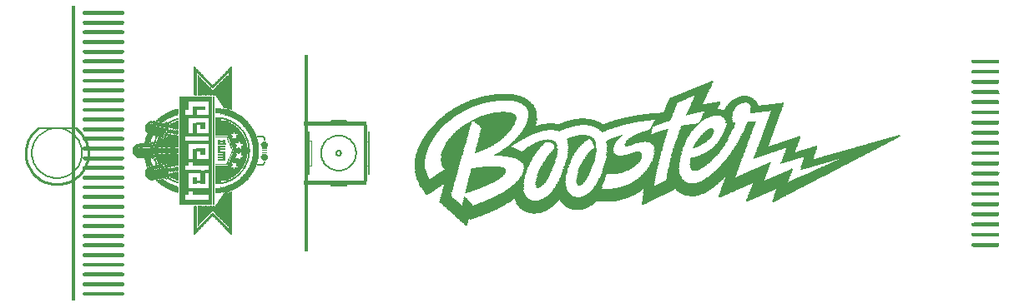
<source format=gto>
G75*
G70*
%OFA0B0*%
%FSLAX24Y24*%
%IPPOS*%
%LPD*%
%AMOC8*
5,1,8,0,0,1.08239X$1,22.5*
%
%ADD10R,0.0150X0.0017*%
%ADD11R,0.0150X0.0017*%
%ADD12R,0.1600X0.0017*%
%ADD13R,0.1633X0.0017*%
%ADD14R,0.1667X0.0017*%
%ADD15R,0.1667X0.0017*%
%ADD16R,0.1650X0.0017*%
%ADD17R,0.1633X0.0017*%
%ADD18R,0.1600X0.0017*%
%ADD19R,0.1567X0.0017*%
%ADD20R,0.1650X0.0017*%
%ADD21R,0.1567X0.0017*%
%ADD22R,0.1617X0.0017*%
%ADD23R,0.1550X0.0017*%
%ADD24R,0.1617X0.0017*%
%ADD25R,0.1583X0.0017*%
%ADD26R,0.0133X0.0017*%
%ADD27R,0.0133X0.0017*%
%ADD28R,0.0967X0.0017*%
%ADD29R,0.1067X0.0017*%
%ADD30R,0.1100X0.0017*%
%ADD31R,0.1100X0.0017*%
%ADD32R,0.1533X0.0017*%
%ADD33R,0.1033X0.0017*%
%ADD34R,0.1033X0.0017*%
%ADD35R,0.1067X0.0017*%
%ADD36R,0.1050X0.0017*%
%ADD37R,0.0984X0.0017*%
%ADD38R,0.0050X0.0017*%
%ADD39R,0.0067X0.0017*%
%ADD40R,0.0100X0.0017*%
%ADD41R,0.0117X0.0017*%
%ADD42R,0.0134X0.0017*%
%ADD43R,0.0183X0.0017*%
%ADD44R,0.1017X0.0017*%
%ADD45R,0.0200X0.0017*%
%ADD46R,0.0233X0.0017*%
%ADD47R,0.0250X0.0017*%
%ADD48R,0.0283X0.0017*%
%ADD49R,0.0300X0.0017*%
%ADD50R,0.0317X0.0017*%
%ADD51R,0.0333X0.0017*%
%ADD52R,0.0367X0.0017*%
%ADD53R,0.0384X0.0017*%
%ADD54R,0.0400X0.0017*%
%ADD55R,0.0117X0.0017*%
%ADD56R,0.0634X0.0017*%
%ADD57R,0.0700X0.0017*%
%ADD58R,0.0767X0.0017*%
%ADD59R,0.0834X0.0017*%
%ADD60R,0.0900X0.0017*%
%ADD61R,0.0967X0.0017*%
%ADD62R,0.1034X0.0017*%
%ADD63R,0.1083X0.0017*%
%ADD64R,0.1150X0.0017*%
%ADD65R,0.1233X0.0017*%
%ADD66R,0.1283X0.0017*%
%ADD67R,0.1334X0.0017*%
%ADD68R,0.1400X0.0017*%
%ADD69R,0.1450X0.0017*%
%ADD70R,0.0383X0.0017*%
%ADD71R,0.1517X0.0017*%
%ADD72R,0.0517X0.0017*%
%ADD73R,0.1566X0.0017*%
%ADD74R,0.0617X0.0017*%
%ADD75R,0.1684X0.0017*%
%ADD76R,0.0783X0.0017*%
%ADD77R,0.1733X0.0017*%
%ADD78R,0.0867X0.0017*%
%ADD79R,0.1800X0.0017*%
%ADD80R,0.0933X0.0017*%
%ADD81R,0.1850X0.0017*%
%ADD82R,0.1900X0.0017*%
%ADD83R,0.0316X0.0017*%
%ADD84R,0.1967X0.0017*%
%ADD85R,0.1084X0.0017*%
%ADD86R,0.0450X0.0017*%
%ADD87R,0.2016X0.0017*%
%ADD88R,0.1133X0.0017*%
%ADD89R,0.0567X0.0017*%
%ADD90R,0.2067X0.0017*%
%ADD91R,0.1167X0.0017*%
%ADD92R,0.0667X0.0017*%
%ADD93R,0.2117X0.0017*%
%ADD94R,0.1200X0.0017*%
%ADD95R,0.0733X0.0017*%
%ADD96R,0.2166X0.0017*%
%ADD97R,0.1267X0.0017*%
%ADD98R,0.0800X0.0017*%
%ADD99R,0.2217X0.0017*%
%ADD100R,0.2266X0.0017*%
%ADD101R,0.1317X0.0017*%
%ADD102R,0.2317X0.0017*%
%ADD103R,0.1366X0.0017*%
%ADD104R,0.2367X0.0017*%
%ADD105R,0.0984X0.0017*%
%ADD106R,0.0716X0.0017*%
%ADD107R,0.0433X0.0017*%
%ADD108R,0.1434X0.0017*%
%ADD109R,0.1550X0.0017*%
%ADD110R,0.0717X0.0017*%
%ADD111R,0.0416X0.0017*%
%ADD112R,0.1184X0.0017*%
%ADD113R,0.1450X0.0017*%
%ADD114R,0.1117X0.0017*%
%ADD115R,0.0717X0.0017*%
%ADD116R,0.0400X0.0017*%
%ADD117R,0.1150X0.0017*%
%ADD118R,0.1483X0.0017*%
%ADD119R,0.0033X0.0017*%
%ADD120R,0.1134X0.0017*%
%ADD121R,0.1517X0.0017*%
%ADD122R,0.0083X0.0017*%
%ADD123R,0.0350X0.0017*%
%ADD124R,0.1234X0.0017*%
%ADD125R,0.0334X0.0017*%
%ADD126R,0.1266X0.0017*%
%ADD127R,0.0167X0.0017*%
%ADD128R,0.1584X0.0017*%
%ADD129R,0.1300X0.0017*%
%ADD130R,0.0200X0.0017*%
%ADD131R,0.0734X0.0017*%
%ADD132R,0.1083X0.0017*%
%ADD133R,0.1616X0.0017*%
%ADD134R,0.0233X0.0017*%
%ADD135R,0.1017X0.0017*%
%ADD136R,0.0267X0.0017*%
%ADD137R,0.1366X0.0017*%
%ADD138R,0.0283X0.0017*%
%ADD139R,0.0066X0.0017*%
%ADD140R,0.0683X0.0017*%
%ADD141R,0.1683X0.0017*%
%ADD142R,0.1433X0.0017*%
%ADD143R,0.0534X0.0017*%
%ADD144R,0.0316X0.0017*%
%ADD145R,0.0050X0.0017*%
%ADD146R,0.0100X0.0017*%
%ADD147R,0.0666X0.0017*%
%ADD148R,0.0216X0.0017*%
%ADD149R,0.1016X0.0017*%
%ADD150R,0.0750X0.0017*%
%ADD151R,0.2234X0.0017*%
%ADD152R,0.0350X0.0017*%
%ADD153R,0.0116X0.0017*%
%ADD154R,0.0650X0.0017*%
%ADD155R,0.1000X0.0017*%
%ADD156R,0.0784X0.0017*%
%ADD157R,0.2333X0.0017*%
%ADD158R,0.0617X0.0017*%
%ADD159R,0.0183X0.0017*%
%ADD160R,0.1000X0.0017*%
%ADD161R,0.0600X0.0017*%
%ADD162R,0.2400X0.0017*%
%ADD163R,0.0167X0.0017*%
%ADD164R,0.0600X0.0017*%
%ADD165R,0.0166X0.0017*%
%ADD166R,0.0983X0.0017*%
%ADD167R,0.0583X0.0017*%
%ADD168R,0.2500X0.0017*%
%ADD169R,0.0584X0.0017*%
%ADD170R,0.0134X0.0017*%
%ADD171R,0.0950X0.0017*%
%ADD172R,0.0550X0.0017*%
%ADD173R,0.3233X0.0017*%
%ADD174R,0.0483X0.0017*%
%ADD175R,0.0234X0.0017*%
%ADD176R,0.0550X0.0017*%
%ADD177R,0.0950X0.0017*%
%ADD178R,0.0533X0.0017*%
%ADD179R,0.3250X0.0017*%
%ADD180R,0.0500X0.0017*%
%ADD181R,0.0250X0.0017*%
%ADD182R,0.0533X0.0017*%
%ADD183R,0.3284X0.0017*%
%ADD184R,0.0534X0.0017*%
%ADD185R,0.0500X0.0017*%
%ADD186R,0.0084X0.0017*%
%ADD187R,0.1383X0.0017*%
%ADD188R,0.3300X0.0017*%
%ADD189R,0.0567X0.0017*%
%ADD190R,0.0483X0.0017*%
%ADD191R,0.1333X0.0017*%
%ADD192R,0.3317X0.0017*%
%ADD193R,0.1284X0.0017*%
%ADD194R,0.1183X0.0017*%
%ADD195R,0.1933X0.0017*%
%ADD196R,0.0366X0.0017*%
%ADD197R,0.0017X0.0017*%
%ADD198R,0.1250X0.0017*%
%ADD199R,0.0417X0.0017*%
%ADD200R,0.1200X0.0017*%
%ADD201R,0.1900X0.0017*%
%ADD202R,0.0700X0.0017*%
%ADD203R,0.0450X0.0017*%
%ADD204R,0.0433X0.0017*%
%ADD205R,0.0734X0.0017*%
%ADD206R,0.0484X0.0017*%
%ADD207R,0.1116X0.0017*%
%ADD208R,0.1917X0.0017*%
%ADD209R,0.0466X0.0017*%
%ADD210R,0.0384X0.0017*%
%ADD211R,0.0900X0.0017*%
%ADD212R,0.1916X0.0017*%
%ADD213R,0.0583X0.0017*%
%ADD214R,0.0234X0.0017*%
%ADD215R,0.0850X0.0017*%
%ADD216R,0.1934X0.0017*%
%ADD217R,0.0817X0.0017*%
%ADD218R,0.0683X0.0017*%
%ADD219R,0.0284X0.0017*%
%ADD220R,0.0566X0.0017*%
%ADD221R,0.0517X0.0017*%
%ADD222R,0.1916X0.0017*%
%ADD223R,0.0766X0.0017*%
%ADD224R,0.0116X0.0017*%
%ADD225R,0.0383X0.0017*%
%ADD226R,0.1934X0.0017*%
%ADD227R,0.0883X0.0017*%
%ADD228R,0.0850X0.0017*%
%ADD229R,0.0633X0.0017*%
%ADD230R,0.0917X0.0017*%
%ADD231R,0.0067X0.0017*%
%ADD232R,0.0883X0.0017*%
%ADD233R,0.1950X0.0017*%
%ADD234R,0.0633X0.0017*%
%ADD235R,0.0366X0.0017*%
%ADD236R,0.1950X0.0017*%
%ADD237R,0.0983X0.0017*%
%ADD238R,0.1050X0.0017*%
%ADD239R,0.0666X0.0017*%
%ADD240R,0.0266X0.0017*%
%ADD241R,0.0816X0.0017*%
%ADD242R,0.1966X0.0017*%
%ADD243R,0.0767X0.0017*%
%ADD244R,0.0684X0.0017*%
%ADD245R,0.0800X0.0017*%
%ADD246R,0.0516X0.0017*%
%ADD247R,0.0367X0.0017*%
%ADD248R,0.0766X0.0017*%
%ADD249R,0.1983X0.0017*%
%ADD250R,0.0816X0.0017*%
%ADD251R,0.0750X0.0017*%
%ADD252R,0.1983X0.0017*%
%ADD253R,0.0416X0.0017*%
%ADD254R,0.1984X0.0017*%
%ADD255R,0.0884X0.0017*%
%ADD256R,0.0467X0.0017*%
%ADD257R,0.0684X0.0017*%
%ADD258R,0.2000X0.0017*%
%ADD259R,0.1183X0.0017*%
%ADD260R,0.0917X0.0017*%
%ADD261R,0.0833X0.0017*%
%ADD262R,0.2000X0.0017*%
%ADD263R,0.0434X0.0017*%
%ADD264R,0.2016X0.0017*%
%ADD265R,0.1417X0.0017*%
%ADD266R,0.0866X0.0017*%
%ADD267R,0.0566X0.0017*%
%ADD268R,0.1250X0.0017*%
%ADD269R,0.0733X0.0017*%
%ADD270R,0.1917X0.0017*%
%ADD271R,0.0333X0.0017*%
%ADD272R,0.1500X0.0017*%
%ADD273R,0.3784X0.0017*%
%ADD274R,0.0317X0.0017*%
%ADD275R,0.3733X0.0017*%
%ADD276R,0.0834X0.0017*%
%ADD277R,0.3700X0.0017*%
%ADD278R,0.2017X0.0017*%
%ADD279R,0.3650X0.0017*%
%ADD280R,0.2050X0.0017*%
%ADD281R,0.0216X0.0017*%
%ADD282R,0.0417X0.0017*%
%ADD283R,0.0300X0.0017*%
%ADD284R,0.3634X0.0017*%
%ADD285R,0.2067X0.0017*%
%ADD286R,0.2433X0.0017*%
%ADD287R,0.2100X0.0017*%
%ADD288R,0.2417X0.0017*%
%ADD289R,0.2133X0.0017*%
%ADD290R,0.1066X0.0017*%
%ADD291R,0.1016X0.0017*%
%ADD292R,0.2150X0.0017*%
%ADD293R,0.0833X0.0017*%
%ADD294R,0.2366X0.0017*%
%ADD295R,0.2183X0.0017*%
%ADD296R,0.2200X0.0017*%
%ADD297R,0.2500X0.0017*%
%ADD298R,0.0267X0.0017*%
%ADD299R,0.0966X0.0017*%
%ADD300R,0.2350X0.0017*%
%ADD301R,0.2234X0.0017*%
%ADD302R,0.0934X0.0017*%
%ADD303R,0.1216X0.0017*%
%ADD304R,0.2250X0.0017*%
%ADD305R,0.1433X0.0017*%
%ADD306R,0.2267X0.0017*%
%ADD307R,0.3483X0.0017*%
%ADD308R,0.1467X0.0017*%
%ADD309R,0.2566X0.0017*%
%ADD310R,0.1467X0.0017*%
%ADD311R,0.0266X0.0017*%
%ADD312R,0.0334X0.0017*%
%ADD313R,0.0817X0.0017*%
%ADD314R,0.2567X0.0017*%
%ADD315R,0.1484X0.0017*%
%ADD316R,0.0916X0.0017*%
%ADD317R,0.1516X0.0017*%
%ADD318R,0.0716X0.0017*%
%ADD319R,0.1516X0.0017*%
%ADD320R,0.0217X0.0017*%
%ADD321R,0.1217X0.0017*%
%ADD322R,0.1566X0.0017*%
%ADD323R,0.1234X0.0017*%
%ADD324R,0.0467X0.0017*%
%ADD325R,0.1267X0.0017*%
%ADD326R,0.0184X0.0017*%
%ADD327R,0.0484X0.0017*%
%ADD328R,0.0934X0.0017*%
%ADD329R,0.1284X0.0017*%
%ADD330R,0.0184X0.0017*%
%ADD331R,0.0217X0.0017*%
%ADD332R,0.0650X0.0017*%
%ADD333R,0.0584X0.0017*%
%ADD334R,0.1167X0.0017*%
%ADD335R,0.0866X0.0017*%
%ADD336R,0.0616X0.0017*%
%ADD337R,0.1117X0.0017*%
%ADD338R,0.1350X0.0017*%
%ADD339R,0.0516X0.0017*%
%ADD340R,0.1400X0.0017*%
%ADD341R,0.1417X0.0017*%
%ADD342R,0.0916X0.0017*%
%ADD343R,0.0434X0.0017*%
%ADD344R,0.0933X0.0017*%
%ADD345R,0.0966X0.0017*%
%ADD346R,0.1034X0.0017*%
%ADD347R,0.0616X0.0017*%
%ADD348R,0.0784X0.0017*%
%ADD349R,0.0034X0.0017*%
%ADD350R,0.0783X0.0017*%
%ADD351R,0.1350X0.0017*%
%ADD352R,0.0166X0.0017*%
%ADD353R,0.0017X0.0017*%
%ADD354R,0.1133X0.0017*%
%ADD355R,0.1166X0.0017*%
%ADD356R,0.0466X0.0017*%
%ADD357R,0.0634X0.0017*%
%ADD358R,0.1300X0.0017*%
%ADD359R,0.1316X0.0017*%
%ADD360R,0.1333X0.0017*%
%ADD361R,0.1367X0.0017*%
%ADD362R,0.1367X0.0017*%
%ADD363R,0.0284X0.0017*%
%ADD364R,0.1384X0.0017*%
%ADD365R,0.1217X0.0017*%
%ADD366R,0.1416X0.0017*%
%ADD367R,0.1416X0.0017*%
%ADD368R,0.1233X0.0017*%
%ADD369R,0.1500X0.0017*%
%ADD370R,0.1583X0.0017*%
%ADD371R,0.1484X0.0017*%
%ADD372R,0.0084X0.0017*%
%ADD373R,0.0083X0.0017*%
%ADD374R,0.1483X0.0017*%
%ADD375R,0.1434X0.0017*%
%ADD376R,0.0667X0.0017*%
%ADD377R,0.1383X0.0017*%
%ADD378R,0.1533X0.0017*%
%ADD379R,0.1317X0.0017*%
%ADD380R,0.0033X0.0017*%
%ADD381R,0.1066X0.0017*%
%ADD382R,0.1084X0.0017*%
%ADD383R,0.1134X0.0017*%
%ADD384R,0.1616X0.0017*%
%ADD385R,0.1216X0.0017*%
%ADD386R,0.1700X0.0017*%
%ADD387R,0.1717X0.0017*%
%ADD388R,0.1767X0.0017*%
%ADD389R,0.1850X0.0017*%
%ADD390R,0.3333X0.0017*%
%ADD391R,0.1766X0.0017*%
%ADD392R,0.1534X0.0017*%
%ADD393R,0.0016X0.0017*%
%ADD394R,0.0034X0.0017*%
%ADD395R,0.1700X0.0017*%
%ADD396R,0.0867X0.0017*%
%ADD397R,0.1684X0.0017*%
%ADD398R,0.2017X0.0017*%
%ADD399R,0.1867X0.0017*%
%ADD400R,0.1816X0.0017*%
%ADD401R,0.1750X0.0017*%
%ADD402R,0.1184X0.0017*%
%ADD403R,0.2233X0.0017*%
%ADD404R,0.2167X0.0017*%
%ADD405R,0.1750X0.0017*%
%ADD406R,0.1666X0.0017*%
%ADD407R,0.0066X0.0017*%
%ADD408R,0.0014X0.0086*%
%ADD409R,0.0014X0.0071*%
%ADD410R,0.0014X0.0114*%
%ADD411R,0.0014X0.0129*%
%ADD412R,0.0014X0.0186*%
%ADD413R,0.0014X0.0214*%
%ADD414R,0.0014X0.0029*%
%ADD415R,0.0014X0.0028*%
%ADD416R,0.0014X0.0200*%
%ADD417R,0.0014X0.0228*%
%ADD418R,0.0014X0.0215*%
%ADD419R,0.0014X0.0243*%
%ADD420R,0.0014X0.0229*%
%ADD421R,0.0014X0.0257*%
%ADD422R,0.0014X0.0029*%
%ADD423R,0.0014X0.0028*%
%ADD424R,0.0014X0.0243*%
%ADD425R,0.0014X0.0271*%
%ADD426R,0.0014X0.0029*%
%ADD427R,0.0014X0.0028*%
%ADD428R,0.0014X0.0257*%
%ADD429R,0.0014X0.0085*%
%ADD430R,0.0014X0.0271*%
%ADD431R,0.0014X0.0257*%
%ADD432R,0.0014X0.0114*%
%ADD433R,0.0014X0.0271*%
%ADD434R,0.0014X0.0257*%
%ADD435R,0.0014X0.0143*%
%ADD436R,0.0014X0.0057*%
%ADD437R,0.0014X0.0057*%
%ADD438R,0.0014X0.0257*%
%ADD439R,0.0014X0.0042*%
%ADD440R,0.0014X0.0228*%
%ADD441R,0.0014X0.0229*%
%ADD442R,0.0014X0.0043*%
%ADD443R,0.0014X0.0214*%
%ADD444R,0.0014X0.0215*%
%ADD445R,0.0014X0.0043*%
%ADD446R,0.0014X0.0200*%
%ADD447R,0.0014X0.0043*%
%ADD448R,0.0014X0.0157*%
%ADD449R,0.0014X0.0114*%
%ADD450R,0.0014X0.0100*%
%ADD451R,0.0014X0.0014*%
%ADD452R,0.0014X0.0015*%
%ADD453R,0.0014X0.0286*%
%ADD454R,0.0014X0.0514*%
%ADD455R,0.0014X0.0686*%
%ADD456R,0.0014X0.0800*%
%ADD457R,0.0014X0.0914*%
%ADD458R,0.0014X0.1028*%
%ADD459R,0.0014X0.1114*%
%ADD460R,0.0014X0.1172*%
%ADD461R,0.0014X0.1258*%
%ADD462R,0.0014X0.1342*%
%ADD463R,0.0014X0.1400*%
%ADD464R,0.0014X0.1458*%
%ADD465R,0.0014X0.1514*%
%ADD466R,0.0014X0.1572*%
%ADD467R,0.0014X0.1628*%
%ADD468R,0.0014X0.1686*%
%ADD469R,0.0014X0.0714*%
%ADD470R,0.0014X0.0643*%
%ADD471R,0.0014X0.0600*%
%ADD472R,0.0014X0.0558*%
%ADD473R,0.0014X0.0528*%
%ADD474R,0.0014X0.0500*%
%ADD475R,0.0014X0.0486*%
%ADD476R,0.0014X0.0471*%
%ADD477R,0.0014X0.0443*%
%ADD478R,0.0014X0.0443*%
%ADD479R,0.0014X0.0428*%
%ADD480R,0.0014X0.0400*%
%ADD481R,0.0014X0.0415*%
%ADD482R,0.0014X0.0572*%
%ADD483R,0.0014X0.0686*%
%ADD484R,0.0014X0.0385*%
%ADD485R,0.0014X0.0271*%
%ADD486R,0.0014X0.0386*%
%ADD487R,0.0014X0.0214*%
%ADD488R,0.0014X0.0386*%
%ADD489R,0.0014X0.0171*%
%ADD490R,0.0014X0.0371*%
%ADD491R,0.0014X0.0157*%
%ADD492R,0.0014X0.0286*%
%ADD493R,0.0014X0.0372*%
%ADD494R,0.0014X0.0458*%
%ADD495R,0.0014X0.0357*%
%ADD496R,0.0014X0.0128*%
%ADD497R,0.0014X0.0600*%
%ADD498R,0.0014X0.0129*%
%ADD499R,0.0014X0.0714*%
%ADD500R,0.0014X0.0343*%
%ADD501R,0.0014X0.0115*%
%ADD502R,0.0014X0.0800*%
%ADD503R,0.0014X0.0343*%
%ADD504R,0.0014X0.0858*%
%ADD505R,0.0014X0.0343*%
%ADD506R,0.0014X0.0115*%
%ADD507R,0.0014X0.0942*%
%ADD508R,0.0014X0.0328*%
%ADD509R,0.0014X0.1000*%
%ADD510R,0.0014X0.0314*%
%ADD511R,0.0014X0.1086*%
%ADD512R,0.0014X0.0315*%
%ADD513R,0.0014X0.1142*%
%ADD514R,0.0014X0.0314*%
%ADD515R,0.0014X0.1200*%
%ADD516R,0.0014X0.0086*%
%ADD517R,0.0014X0.0857*%
%ADD518R,0.0014X0.0315*%
%ADD519R,0.0014X0.0100*%
%ADD520R,0.0014X0.0400*%
%ADD521R,0.0014X0.0457*%
%ADD522R,0.0014X0.0314*%
%ADD523R,0.0014X0.0428*%
%ADD524R,0.0014X0.0429*%
%ADD525R,0.0014X0.0400*%
%ADD526R,0.0014X0.0300*%
%ADD527R,0.0014X0.0086*%
%ADD528R,0.0014X0.0414*%
%ADD529R,0.0014X0.0415*%
%ADD530R,0.0014X0.0300*%
%ADD531R,0.0014X0.0085*%
%ADD532R,0.0014X0.0457*%
%ADD533R,0.0014X0.0386*%
%ADD534R,0.0014X0.0443*%
%ADD535R,0.0014X0.0472*%
%ADD536R,0.0014X0.0371*%
%ADD537R,0.0014X0.0485*%
%ADD538R,0.0014X0.0486*%
%ADD539R,0.0014X0.0157*%
%ADD540R,0.0014X0.0472*%
%ADD541R,0.0014X0.0285*%
%ADD542R,0.0014X0.0072*%
%ADD543R,0.0014X0.0457*%
%ADD544R,0.0014X0.0186*%
%ADD545R,0.0014X0.0071*%
%ADD546R,0.0014X0.0428*%
%ADD547R,0.0014X0.0071*%
%ADD548R,0.0014X0.0072*%
%ADD549R,0.0014X0.0272*%
%ADD550R,0.0014X0.0557*%
%ADD551R,0.0014X0.0542*%
%ADD552R,0.0014X0.0071*%
%ADD553R,0.0014X0.0285*%
%ADD554R,0.0014X0.0072*%
%ADD555R,0.0014X0.0614*%
%ADD556R,0.0014X0.0214*%
%ADD557R,0.0014X0.0271*%
%ADD558R,0.0014X0.0257*%
%ADD559R,0.0014X0.0357*%
%ADD560R,0.0014X0.0272*%
%ADD561R,0.0014X0.0329*%
%ADD562R,0.0014X0.0328*%
%ADD563R,0.0014X0.0329*%
%ADD564R,0.0014X0.0514*%
%ADD565R,0.0014X0.0071*%
%ADD566R,0.0014X0.0557*%
%ADD567R,0.0014X0.0258*%
%ADD568R,0.0014X0.0314*%
%ADD569R,0.0014X0.1028*%
%ADD570R,0.0014X0.0258*%
%ADD571R,0.0014X0.0057*%
%ADD572R,0.0014X0.1028*%
%ADD573R,0.0014X0.0058*%
%ADD574R,0.0014X0.0471*%
%ADD575R,0.0014X0.0429*%
%ADD576R,0.0014X0.0014*%
%ADD577R,0.0014X0.0372*%
%ADD578R,0.0014X0.0242*%
%ADD579R,0.0014X0.0057*%
%ADD580R,0.0014X0.0414*%
%ADD581R,0.0014X0.0057*%
%ADD582R,0.0014X0.0042*%
%ADD583R,0.0014X0.1714*%
%ADD584R,0.0014X0.0371*%
%ADD585R,0.0014X0.1728*%
%ADD586R,0.0014X0.1714*%
%ADD587R,0.0014X0.1700*%
%ADD588R,0.0014X0.0771*%
%ADD589R,0.0014X0.1686*%
%ADD590R,0.0014X0.0243*%
%ADD591R,0.0014X0.0058*%
%ADD592R,0.0014X0.0743*%
%ADD593R,0.0014X0.0042*%
%ADD594R,0.0014X0.1657*%
%ADD595R,0.0014X0.0058*%
%ADD596R,0.0014X0.0729*%
%ADD597R,0.0014X0.1643*%
%ADD598R,0.0014X0.0672*%
%ADD599R,0.0014X0.0157*%
%ADD600R,0.0014X0.0643*%
%ADD601R,0.0014X0.0614*%
%ADD602R,0.0014X0.1328*%
%ADD603R,0.0014X0.0586*%
%ADD604R,0.0014X0.0158*%
%ADD605R,0.0014X0.1328*%
%ADD606R,0.0014X0.0557*%
%ADD607R,0.0014X0.1314*%
%ADD608R,0.0014X0.0571*%
%ADD609R,0.0014X0.1300*%
%ADD610R,0.0014X0.0571*%
%ADD611R,0.0014X0.1285*%
%ADD612R,0.0014X0.0586*%
%ADD613R,0.0014X0.1257*%
%ADD614R,0.0014X0.1243*%
%ADD615R,0.0014X0.1229*%
%ADD616R,0.0014X0.0242*%
%ADD617R,0.0014X0.1214*%
%ADD618R,0.0014X0.0057*%
%ADD619R,0.0014X0.0600*%
%ADD620R,0.0014X0.0014*%
%ADD621R,0.0014X0.0300*%
%ADD622R,0.0014X0.0185*%
%ADD623R,0.0014X0.0143*%
%ADD624R,0.0014X0.1200*%
%ADD625R,0.0014X0.0185*%
%ADD626R,0.0014X0.0185*%
%ADD627R,0.0014X0.0142*%
%ADD628R,0.0014X0.1157*%
%ADD629R,0.0014X0.1128*%
%ADD630R,0.0014X0.1100*%
%ADD631R,0.0014X0.1058*%
%ADD632R,0.0014X0.0143*%
%ADD633R,0.0014X0.0229*%
%ADD634R,0.0014X0.0629*%
%ADD635R,0.0014X0.0085*%
%ADD636R,0.0014X0.0986*%
%ADD637R,0.0014X0.0629*%
%ADD638R,0.0014X0.0943*%
%ADD639R,0.0014X0.0629*%
%ADD640R,0.0014X0.0914*%
%ADD641R,0.0014X0.0871*%
%ADD642R,0.0014X0.0843*%
%ADD643R,0.0014X0.0800*%
%ADD644R,0.0014X0.0643*%
%ADD645R,0.0014X0.0771*%
%ADD646R,0.0014X0.0100*%
%ADD647R,0.0014X0.0700*%
%ADD648R,0.0014X0.0657*%
%ADD649R,0.0014X0.0628*%
%ADD650R,0.0014X0.0558*%
%ADD651R,0.0014X0.0514*%
%ADD652R,0.0014X0.0414*%
%ADD653R,0.0014X0.0657*%
%ADD654R,0.0014X0.0286*%
%ADD655R,0.0014X0.4342*%
%ADD656R,0.0014X0.4342*%
%ADD657R,0.0014X0.0157*%
%ADD658R,0.0014X0.0315*%
%ADD659R,0.0014X0.4342*%
%ADD660R,0.0014X0.0357*%
%ADD661R,0.0014X0.0214*%
%ADD662R,0.0014X0.0158*%
%ADD663R,0.0014X0.0271*%
%ADD664R,0.0014X0.0415*%
%ADD665R,0.0014X0.0214*%
%ADD666R,0.0014X0.0129*%
%ADD667R,0.0014X0.0429*%
%ADD668R,0.0014X0.0457*%
%ADD669R,0.0014X0.0500*%
%ADD670R,0.0014X0.0515*%
%ADD671R,0.0014X0.0529*%
%ADD672R,0.0014X0.0142*%
%ADD673R,0.0014X0.0543*%
%ADD674R,0.0014X0.0615*%
%ADD675R,0.0014X0.0558*%
%ADD676R,0.0014X0.0142*%
%ADD677R,0.0014X0.0700*%
%ADD678R,0.0014X0.0115*%
%ADD679R,0.0014X0.0715*%
%ADD680R,0.0014X0.0743*%
%ADD681R,0.0014X0.0772*%
%ADD682R,0.0014X0.0786*%
%ADD683R,0.0014X0.0815*%
%ADD684R,0.0014X0.1072*%
%ADD685R,0.0014X0.1115*%
%ADD686R,0.0014X0.0457*%
%ADD687R,0.0014X0.1129*%
%ADD688R,0.0014X0.0686*%
%ADD689R,0.0014X0.0457*%
%ADD690R,0.0014X0.1143*%
%ADD691R,0.0014X0.1143*%
%ADD692R,0.0014X0.1000*%
%ADD693R,0.0014X0.0872*%
%ADD694R,0.0014X0.0872*%
%ADD695R,0.0014X0.0542*%
%ADD696R,0.0014X0.1000*%
%ADD697R,0.0014X0.0872*%
%ADD698R,0.0014X0.0542*%
%ADD699R,0.0014X0.0357*%
%ADD700R,0.0014X0.0172*%
%ADD701R,0.0014X0.0486*%
%ADD702R,0.0014X0.0172*%
%ADD703R,0.0014X0.0171*%
%ADD704R,0.0014X0.0171*%
%ADD705R,0.0014X0.0172*%
%ADD706R,0.0014X0.0314*%
%ADD707R,0.0014X0.0500*%
%ADD708R,0.0014X0.0515*%
%ADD709R,0.0014X0.0158*%
%ADD710R,0.0014X0.0515*%
%ADD711R,0.0014X0.0258*%
%ADD712R,0.0014X0.0228*%
%ADD713R,0.0014X0.0529*%
%ADD714R,0.0014X0.0228*%
%ADD715R,0.0014X0.0529*%
%ADD716R,0.0014X0.0171*%
%ADD717R,0.0014X0.0171*%
%ADD718R,0.0014X0.0543*%
%ADD719R,0.0014X0.0071*%
%ADD720R,0.0014X0.0543*%
%ADD721R,0.0014X0.0328*%
%ADD722R,0.0014X0.0272*%
%ADD723R,0.0014X0.0471*%
%ADD724R,0.0014X0.0472*%
%ADD725R,0.0014X0.0186*%
%ADD726R,0.0014X0.0128*%
%ADD727R,0.0014X0.0014*%
%ADD728R,0.0014X0.0357*%
%ADD729R,0.0014X0.0357*%
%ADD730R,0.0014X0.0015*%
%ADD731R,0.0014X0.0028*%
%ADD732R,0.0014X0.0028*%
%ADD733R,0.0014X0.0528*%
%ADD734R,0.0014X0.0371*%
%ADD735R,0.0014X0.0371*%
%ADD736R,0.0014X0.0372*%
%ADD737R,0.0014X0.0586*%
%ADD738R,0.0014X0.0329*%
%ADD739R,0.0014X0.0200*%
%ADD740R,0.0014X0.0114*%
%ADD741R,0.0014X0.0572*%
%ADD742R,0.0014X0.0014*%
%ADD743R,0.0014X0.0572*%
%ADD744R,0.0014X0.0015*%
%ADD745R,0.0014X0.0342*%
%ADD746R,0.0014X0.0385*%
%ADD747R,0.0014X0.0342*%
%ADD748R,0.0014X0.0314*%
%ADD749R,0.0014X0.0514*%
%ADD750R,0.0014X0.0371*%
%ADD751R,0.0014X0.0342*%
%ADD752R,0.0014X0.0471*%
%ADD753R,0.0014X0.0471*%
%ADD754R,0.0014X0.0414*%
%ADD755C,0.0080*%
%ADD756C,0.0100*%
%ADD757C,0.0060*%
%ADD758C,0.0020*%
D10*
X005219Y002108D03*
X005219Y002158D03*
X005219Y002208D03*
X005219Y002258D03*
X005219Y002308D03*
X005219Y002358D03*
X005219Y002408D03*
X005219Y002458D03*
X005219Y002508D03*
X005219Y002558D03*
X005219Y002608D03*
X005219Y002658D03*
X005219Y002708D03*
X005219Y002758D03*
X005219Y002808D03*
X005219Y002858D03*
X005219Y002908D03*
X005219Y002958D03*
X005219Y003008D03*
X005219Y003058D03*
X005219Y003108D03*
X005219Y003158D03*
X005219Y003208D03*
X005219Y003258D03*
X005219Y003308D03*
X005219Y003358D03*
X005219Y003408D03*
X005219Y003458D03*
X005219Y003508D03*
X005219Y003558D03*
X005219Y003608D03*
X005219Y003658D03*
X005219Y003708D03*
X005219Y003758D03*
X005219Y003808D03*
X005219Y003858D03*
X005219Y003908D03*
X005219Y003958D03*
X005219Y004008D03*
X005219Y004058D03*
X005219Y004108D03*
X005219Y004158D03*
X005219Y004208D03*
X005219Y004258D03*
X005219Y004308D03*
X005219Y004358D03*
X005219Y004408D03*
X005219Y004458D03*
X005219Y004508D03*
X005219Y004558D03*
X005219Y004608D03*
X005219Y004658D03*
X005219Y004708D03*
X005219Y004758D03*
X005219Y004808D03*
X005219Y004858D03*
X005219Y004908D03*
X005219Y004958D03*
X005219Y005008D03*
X005219Y005058D03*
X005219Y005108D03*
X005219Y005158D03*
X005219Y005208D03*
X005219Y005258D03*
X005219Y005308D03*
X005219Y005358D03*
X005219Y005408D03*
X005219Y005458D03*
X005219Y005508D03*
X005219Y005558D03*
X005219Y005608D03*
X005219Y005658D03*
X005219Y005708D03*
X005219Y005758D03*
X005219Y005808D03*
X005219Y005858D03*
X005219Y005908D03*
X005219Y005958D03*
X005219Y006008D03*
X005219Y006058D03*
X005219Y006108D03*
X005219Y006158D03*
X005219Y006208D03*
X005219Y006258D03*
X005219Y006308D03*
X005219Y006358D03*
X005219Y006408D03*
X005219Y006458D03*
X005219Y006508D03*
X005219Y006558D03*
X005219Y006608D03*
X005219Y006658D03*
X005219Y006708D03*
X005219Y006758D03*
X005219Y006808D03*
X005219Y006858D03*
X005219Y006908D03*
X005219Y006958D03*
X005219Y007008D03*
X005219Y007058D03*
X005219Y007108D03*
X005219Y007158D03*
X005219Y007208D03*
X005219Y007258D03*
X005219Y007308D03*
X005219Y007358D03*
X005219Y007408D03*
X005219Y007458D03*
X005219Y007508D03*
X005219Y007558D03*
X005219Y007608D03*
X005219Y007658D03*
X005219Y007708D03*
X005219Y007758D03*
X005219Y007808D03*
X005219Y007858D03*
X005219Y007908D03*
X005219Y007958D03*
X005219Y008008D03*
X005219Y008058D03*
X005219Y008108D03*
X005219Y008158D03*
X005219Y008208D03*
X005219Y008258D03*
X005219Y008308D03*
X005219Y008358D03*
X005219Y008408D03*
X005219Y008458D03*
X005219Y008508D03*
X005219Y008558D03*
X005219Y008608D03*
X005219Y008658D03*
X005219Y008708D03*
X005219Y008758D03*
X005219Y008808D03*
X005219Y008858D03*
X005219Y008908D03*
X005219Y008958D03*
X005219Y009008D03*
X005219Y009058D03*
X005219Y009108D03*
X005219Y009158D03*
X005219Y009208D03*
X005219Y009258D03*
X005219Y009308D03*
X005219Y009358D03*
X005219Y009408D03*
X005219Y009458D03*
X005219Y009508D03*
X005219Y009558D03*
X005219Y009608D03*
X005219Y009658D03*
X005219Y009708D03*
X005219Y009758D03*
X005219Y009808D03*
X005219Y009858D03*
X005219Y009908D03*
X005219Y009958D03*
X005219Y010008D03*
X005219Y010058D03*
X005219Y010108D03*
X005219Y010158D03*
X005219Y010208D03*
X005219Y010258D03*
X005219Y010308D03*
X005219Y010358D03*
X005219Y010408D03*
X005219Y010458D03*
X005219Y010508D03*
X005219Y010558D03*
X005219Y010608D03*
X005219Y010658D03*
X005219Y010708D03*
X005219Y010758D03*
X005219Y010808D03*
X005219Y010858D03*
X005219Y010908D03*
X005219Y010958D03*
X005219Y011008D03*
X005219Y011058D03*
X005219Y011108D03*
X005219Y011158D03*
X005219Y011208D03*
X005219Y011258D03*
X005219Y011308D03*
X005219Y011358D03*
X005219Y011408D03*
X005219Y011458D03*
X005219Y011508D03*
X005219Y011558D03*
X005219Y011608D03*
X005219Y011658D03*
X005219Y011708D03*
X005219Y011758D03*
X005219Y011808D03*
X005219Y011858D03*
X005219Y011908D03*
X005219Y011958D03*
X005219Y012008D03*
X005219Y012058D03*
X005219Y012108D03*
X005219Y012158D03*
X005219Y012208D03*
X005219Y012258D03*
X005219Y012308D03*
X005219Y012358D03*
X005219Y012408D03*
X005219Y012458D03*
X005219Y012508D03*
X005219Y012558D03*
X005219Y012608D03*
X005219Y012658D03*
X005219Y012708D03*
X005219Y012758D03*
X005219Y012808D03*
X005219Y012858D03*
X005219Y012908D03*
X005219Y012958D03*
X005219Y013008D03*
X005219Y013058D03*
X005219Y013108D03*
X005219Y013158D03*
X005219Y013208D03*
X005219Y013258D03*
X005219Y013308D03*
X005219Y013358D03*
X005219Y013408D03*
X005219Y013458D03*
X005219Y013508D03*
X005219Y013558D03*
X005219Y013608D03*
X005219Y013658D03*
X005219Y013708D03*
X005219Y013758D03*
X005219Y013808D03*
X005219Y013858D03*
X022652Y008258D03*
X022719Y008308D03*
X024452Y008358D03*
X024502Y008158D03*
X025969Y008508D03*
X023302Y007408D03*
X023186Y007058D03*
X031069Y006258D03*
X032202Y006108D03*
X034352Y007358D03*
D11*
X033852Y007292D03*
X033236Y006092D03*
X030086Y008242D03*
X030352Y009325D03*
X030369Y009342D03*
X027019Y008642D03*
X025952Y008525D03*
X025936Y008542D03*
X024436Y008375D03*
X022769Y008342D03*
X022702Y008292D03*
X022636Y008242D03*
X021369Y008042D03*
X023302Y007392D03*
X023302Y007375D03*
X023202Y007092D03*
X023202Y007075D03*
X023186Y007042D03*
X023802Y006625D03*
X020969Y006425D03*
X020886Y005175D03*
X016886Y006875D03*
X014536Y006875D03*
X014536Y009092D03*
X016886Y009092D03*
X021052Y009192D03*
X030702Y010825D03*
X034186Y008625D03*
X005219Y008625D03*
X005219Y008642D03*
X005219Y008675D03*
X005219Y008692D03*
X005219Y008725D03*
X005219Y008742D03*
X005219Y008775D03*
X005219Y008792D03*
X005219Y008825D03*
X005219Y008842D03*
X005219Y008875D03*
X005219Y008892D03*
X005219Y008925D03*
X005219Y008942D03*
X005219Y008975D03*
X005219Y008992D03*
X005219Y009025D03*
X005219Y009042D03*
X005219Y009075D03*
X005219Y009092D03*
X005219Y009125D03*
X005219Y009142D03*
X005219Y009175D03*
X005219Y009192D03*
X005219Y009225D03*
X005219Y009242D03*
X005219Y009275D03*
X005219Y009292D03*
X005219Y009325D03*
X005219Y009342D03*
X005219Y009375D03*
X005219Y009392D03*
X005219Y009425D03*
X005219Y009442D03*
X005219Y009475D03*
X005219Y009492D03*
X005219Y009525D03*
X005219Y009542D03*
X005219Y009575D03*
X005219Y009592D03*
X005219Y009625D03*
X005219Y009642D03*
X005219Y009675D03*
X005219Y009692D03*
X005219Y009725D03*
X005219Y009742D03*
X005219Y009775D03*
X005219Y009792D03*
X005219Y009825D03*
X005219Y009842D03*
X005219Y009875D03*
X005219Y009892D03*
X005219Y009925D03*
X005219Y009942D03*
X005219Y009975D03*
X005219Y009992D03*
X005219Y010025D03*
X005219Y010042D03*
X005219Y010075D03*
X005219Y010092D03*
X005219Y010125D03*
X005219Y010142D03*
X005219Y010175D03*
X005219Y010192D03*
X005219Y010225D03*
X005219Y010242D03*
X005219Y010275D03*
X005219Y010292D03*
X005219Y010325D03*
X005219Y010342D03*
X005219Y010375D03*
X005219Y010392D03*
X005219Y010425D03*
X005219Y010442D03*
X005219Y010475D03*
X005219Y010492D03*
X005219Y010525D03*
X005219Y010542D03*
X005219Y010575D03*
X005219Y010592D03*
X005219Y010625D03*
X005219Y010642D03*
X005219Y010675D03*
X005219Y010692D03*
X005219Y010725D03*
X005219Y010742D03*
X005219Y010775D03*
X005219Y010792D03*
X005219Y010825D03*
X005219Y010842D03*
X005219Y010875D03*
X005219Y010892D03*
X005219Y010925D03*
X005219Y010942D03*
X005219Y010975D03*
X005219Y010992D03*
X005219Y011025D03*
X005219Y011042D03*
X005219Y011075D03*
X005219Y011092D03*
X005219Y011125D03*
X005219Y011142D03*
X005219Y011175D03*
X005219Y011192D03*
X005219Y011225D03*
X005219Y011242D03*
X005219Y011275D03*
X005219Y011292D03*
X005219Y011325D03*
X005219Y011342D03*
X005219Y011375D03*
X005219Y011392D03*
X005219Y011425D03*
X005219Y011442D03*
X005219Y011475D03*
X005219Y011492D03*
X005219Y011525D03*
X005219Y011542D03*
X005219Y011575D03*
X005219Y011592D03*
X005219Y011625D03*
X005219Y011642D03*
X005219Y011675D03*
X005219Y011692D03*
X005219Y011725D03*
X005219Y011742D03*
X005219Y011775D03*
X005219Y011792D03*
X005219Y011825D03*
X005219Y011842D03*
X005219Y011875D03*
X005219Y011892D03*
X005219Y011925D03*
X005219Y011942D03*
X005219Y011975D03*
X005219Y011992D03*
X005219Y012025D03*
X005219Y012042D03*
X005219Y012075D03*
X005219Y012092D03*
X005219Y012125D03*
X005219Y012142D03*
X005219Y012175D03*
X005219Y012192D03*
X005219Y012225D03*
X005219Y012242D03*
X005219Y012275D03*
X005219Y012292D03*
X005219Y012325D03*
X005219Y012342D03*
X005219Y012375D03*
X005219Y012392D03*
X005219Y012425D03*
X005219Y012442D03*
X005219Y012475D03*
X005219Y012492D03*
X005219Y012525D03*
X005219Y012542D03*
X005219Y012575D03*
X005219Y012592D03*
X005219Y012625D03*
X005219Y012642D03*
X005219Y012675D03*
X005219Y012692D03*
X005219Y012725D03*
X005219Y012742D03*
X005219Y012775D03*
X005219Y012792D03*
X005219Y012825D03*
X005219Y012842D03*
X005219Y012875D03*
X005219Y012892D03*
X005219Y012925D03*
X005219Y012942D03*
X005219Y012975D03*
X005219Y012992D03*
X005219Y013025D03*
X005219Y013042D03*
X005219Y013075D03*
X005219Y013092D03*
X005219Y013125D03*
X005219Y013142D03*
X005219Y013175D03*
X005219Y013192D03*
X005219Y013225D03*
X005219Y013242D03*
X005219Y013275D03*
X005219Y013292D03*
X005219Y013325D03*
X005219Y013342D03*
X005219Y013375D03*
X005219Y013392D03*
X005219Y013425D03*
X005219Y013442D03*
X005219Y013475D03*
X005219Y013492D03*
X005219Y013525D03*
X005219Y013542D03*
X005219Y013575D03*
X005219Y013592D03*
X005219Y013625D03*
X005219Y013642D03*
X005219Y013675D03*
X005219Y013692D03*
X005219Y013725D03*
X005219Y013742D03*
X005219Y013775D03*
X005219Y013792D03*
X005219Y013825D03*
X005219Y013842D03*
X005219Y008592D03*
X005219Y008575D03*
X005219Y008542D03*
X005219Y008525D03*
X005219Y008492D03*
X005219Y008475D03*
X005219Y008442D03*
X005219Y008425D03*
X005219Y008392D03*
X005219Y008375D03*
X005219Y008342D03*
X005219Y008325D03*
X005219Y008292D03*
X005219Y008275D03*
X005219Y008242D03*
X005219Y008225D03*
X005219Y008192D03*
X005219Y008175D03*
X005219Y008142D03*
X005219Y008125D03*
X005219Y008092D03*
X005219Y008075D03*
X005219Y008042D03*
X005219Y008025D03*
X005219Y007992D03*
X005219Y007975D03*
X005219Y007942D03*
X005219Y007925D03*
X005219Y007892D03*
X005219Y007875D03*
X005219Y007842D03*
X005219Y007825D03*
X005219Y007792D03*
X005219Y007775D03*
X005219Y007742D03*
X005219Y007725D03*
X005219Y007692D03*
X005219Y007675D03*
X005219Y007642D03*
X005219Y007625D03*
X005219Y007592D03*
X005219Y007575D03*
X005219Y007542D03*
X005219Y007525D03*
X005219Y007492D03*
X005219Y007475D03*
X005219Y007442D03*
X005219Y007425D03*
X005219Y007392D03*
X005219Y007375D03*
X005219Y007342D03*
X005219Y007325D03*
X005219Y007292D03*
X005219Y007275D03*
X005219Y007242D03*
X005219Y007225D03*
X005219Y007192D03*
X005219Y007175D03*
X005219Y007142D03*
X005219Y007125D03*
X005219Y007092D03*
X005219Y007075D03*
X005219Y007042D03*
X005219Y007025D03*
X005219Y006992D03*
X005219Y006975D03*
X005219Y006942D03*
X005219Y006925D03*
X005219Y006892D03*
X005219Y006875D03*
X005219Y006842D03*
X005219Y006825D03*
X005219Y006792D03*
X005219Y006775D03*
X005219Y006742D03*
X005219Y006725D03*
X005219Y006692D03*
X005219Y006675D03*
X005219Y006642D03*
X005219Y006625D03*
X005219Y006592D03*
X005219Y006575D03*
X005219Y006542D03*
X005219Y006525D03*
X005219Y006492D03*
X005219Y006475D03*
X005219Y006442D03*
X005219Y006425D03*
X005219Y006392D03*
X005219Y006375D03*
X005219Y006342D03*
X005219Y006325D03*
X005219Y006292D03*
X005219Y006275D03*
X005219Y006242D03*
X005219Y006225D03*
X005219Y006192D03*
X005219Y006175D03*
X005219Y006142D03*
X005219Y006125D03*
X005219Y006092D03*
X005219Y006075D03*
X005219Y006042D03*
X005219Y006025D03*
X005219Y005992D03*
X005219Y005975D03*
X005219Y005942D03*
X005219Y005925D03*
X005219Y005892D03*
X005219Y005875D03*
X005219Y005842D03*
X005219Y005825D03*
X005219Y005792D03*
X005219Y005775D03*
X005219Y005742D03*
X005219Y005725D03*
X005219Y005692D03*
X005219Y005675D03*
X005219Y005642D03*
X005219Y005625D03*
X005219Y005592D03*
X005219Y005575D03*
X005219Y005542D03*
X005219Y005525D03*
X005219Y005492D03*
X005219Y005475D03*
X005219Y005442D03*
X005219Y005425D03*
X005219Y005392D03*
X005219Y005375D03*
X005219Y005342D03*
X005219Y005325D03*
X005219Y005292D03*
X005219Y005275D03*
X005219Y005242D03*
X005219Y005225D03*
X005219Y005192D03*
X005219Y005175D03*
X005219Y005142D03*
X005219Y005125D03*
X005219Y005092D03*
X005219Y005075D03*
X005219Y005042D03*
X005219Y005025D03*
X005219Y004992D03*
X005219Y004975D03*
X005219Y004942D03*
X005219Y004925D03*
X005219Y004892D03*
X005219Y004875D03*
X005219Y004842D03*
X005219Y004825D03*
X005219Y004792D03*
X005219Y004775D03*
X005219Y004742D03*
X005219Y004725D03*
X005219Y004692D03*
X005219Y004675D03*
X005219Y004642D03*
X005219Y004625D03*
X005219Y004592D03*
X005219Y004575D03*
X005219Y004542D03*
X005219Y004525D03*
X005219Y004492D03*
X005219Y004475D03*
X005219Y004442D03*
X005219Y004425D03*
X005219Y004392D03*
X005219Y004375D03*
X005219Y004342D03*
X005219Y004325D03*
X005219Y004292D03*
X005219Y004275D03*
X005219Y004242D03*
X005219Y004225D03*
X005219Y004192D03*
X005219Y004175D03*
X005219Y004142D03*
X005219Y004125D03*
X005219Y004092D03*
X005219Y004075D03*
X005219Y004042D03*
X005219Y004025D03*
X005219Y003992D03*
X005219Y003975D03*
X005219Y003942D03*
X005219Y003925D03*
X005219Y003892D03*
X005219Y003875D03*
X005219Y003842D03*
X005219Y003825D03*
X005219Y003792D03*
X005219Y003775D03*
X005219Y003742D03*
X005219Y003725D03*
X005219Y003692D03*
X005219Y003675D03*
X005219Y003642D03*
X005219Y003625D03*
X005219Y003592D03*
X005219Y003575D03*
X005219Y003542D03*
X005219Y003525D03*
X005219Y003492D03*
X005219Y003475D03*
X005219Y003442D03*
X005219Y003425D03*
X005219Y003392D03*
X005219Y003375D03*
X005219Y003342D03*
X005219Y003325D03*
X005219Y003292D03*
X005219Y003275D03*
X005219Y003242D03*
X005219Y003225D03*
X005219Y003192D03*
X005219Y003175D03*
X005219Y003142D03*
X005219Y003125D03*
X005219Y003092D03*
X005219Y003075D03*
X005219Y003042D03*
X005219Y003025D03*
X005219Y002992D03*
X005219Y002975D03*
X005219Y002942D03*
X005219Y002925D03*
X005219Y002892D03*
X005219Y002875D03*
X005219Y002842D03*
X005219Y002825D03*
X005219Y002792D03*
X005219Y002775D03*
X005219Y002742D03*
X005219Y002725D03*
X005219Y002692D03*
X005219Y002675D03*
X005219Y002642D03*
X005219Y002625D03*
X005219Y002592D03*
X005219Y002575D03*
X005219Y002542D03*
X005219Y002525D03*
X005219Y002492D03*
X005219Y002475D03*
X005219Y002442D03*
X005219Y002425D03*
X005219Y002392D03*
X005219Y002375D03*
X005219Y002342D03*
X005219Y002325D03*
X005219Y002292D03*
X005219Y002275D03*
X005219Y002242D03*
X005219Y002225D03*
X005219Y002192D03*
X005219Y002175D03*
X005219Y002142D03*
X005219Y002125D03*
D12*
X006427Y002292D03*
X006427Y002792D03*
X006427Y003842D03*
X006427Y004342D03*
X006427Y005392D03*
X006427Y006675D03*
X006427Y008225D03*
X006427Y009275D03*
X006427Y009775D03*
X006427Y010825D03*
X006427Y010942D03*
X006427Y011325D03*
X006427Y012375D03*
X006427Y012492D03*
X006427Y012875D03*
X006427Y013542D03*
X023994Y008925D03*
X035794Y007792D03*
D13*
X006428Y008208D03*
X006428Y008508D03*
X006428Y008908D03*
X006428Y009758D03*
X006428Y010058D03*
X006428Y010458D03*
X006428Y011308D03*
X006428Y011708D03*
X006428Y012008D03*
X006428Y013258D03*
X006428Y013558D03*
X006428Y006958D03*
X006428Y006658D03*
X006428Y005408D03*
X006428Y005108D03*
X006428Y003858D03*
X006428Y003558D03*
X006428Y002308D03*
D14*
X006428Y002325D03*
X006428Y002342D03*
X006428Y002725D03*
X006428Y002742D03*
X006428Y003125D03*
X006428Y003142D03*
X006428Y003492D03*
X006428Y003525D03*
X006428Y003875D03*
X006428Y003892D03*
X006428Y004275D03*
X006428Y004292D03*
X006428Y004675D03*
X006428Y004692D03*
X006428Y005042D03*
X006428Y005075D03*
X006428Y005442D03*
X006428Y005475D03*
X006428Y005825D03*
X006428Y005842D03*
X006428Y006225D03*
X006428Y006242D03*
X006428Y006592D03*
X006428Y006625D03*
X006428Y006992D03*
X006428Y007025D03*
X006428Y007375D03*
X006428Y007392D03*
X006428Y007775D03*
X006428Y007792D03*
X006428Y008142D03*
X006428Y008175D03*
X006428Y008542D03*
X006428Y008575D03*
X006428Y008925D03*
X006428Y008942D03*
X006428Y009325D03*
X006428Y009342D03*
X006428Y009725D03*
X006428Y009742D03*
X006428Y010092D03*
X006428Y010125D03*
X006428Y010475D03*
X006428Y010492D03*
X006428Y010875D03*
X006428Y010892D03*
X006428Y011275D03*
X006428Y011292D03*
X006428Y011642D03*
X006428Y011675D03*
X006428Y012025D03*
X006428Y012042D03*
X006428Y012425D03*
X006428Y012442D03*
X006428Y012825D03*
X006428Y012842D03*
X006428Y013192D03*
X006428Y013225D03*
X006428Y013575D03*
X006428Y013592D03*
X023728Y006042D03*
D15*
X022061Y009258D03*
X006428Y009308D03*
X006428Y008958D03*
X006428Y008558D03*
X006428Y008158D03*
X006428Y007758D03*
X006428Y007408D03*
X006428Y007008D03*
X006428Y006608D03*
X006428Y006208D03*
X006428Y005858D03*
X006428Y005458D03*
X006428Y005058D03*
X006428Y004658D03*
X006428Y004308D03*
X006428Y003908D03*
X006428Y003508D03*
X006428Y003108D03*
X006428Y002758D03*
X006428Y002358D03*
X006428Y009708D03*
X006428Y010108D03*
X006428Y010508D03*
X006428Y010858D03*
X006428Y011258D03*
X006428Y011658D03*
X006428Y012058D03*
X006428Y012408D03*
X006428Y012808D03*
X006428Y013208D03*
X006428Y013608D03*
D16*
X006436Y013625D03*
X006436Y013242D03*
X006436Y012792D03*
X006436Y012075D03*
X006436Y011692D03*
X006436Y011625D03*
X006436Y011242D03*
X006436Y010525D03*
X006436Y010142D03*
X006436Y010075D03*
X006436Y009692D03*
X006436Y008975D03*
X006436Y008592D03*
X006436Y008525D03*
X006436Y008192D03*
X006436Y007425D03*
X006436Y007042D03*
X006436Y006975D03*
X006436Y006642D03*
X006436Y005875D03*
X006436Y005425D03*
X006436Y005092D03*
X006436Y004325D03*
X006436Y003925D03*
X006436Y003542D03*
X006436Y003092D03*
X006436Y002775D03*
X006436Y002375D03*
X022086Y009342D03*
X028302Y009442D03*
D17*
X022061Y009242D03*
X023728Y006025D03*
X006428Y006192D03*
X006428Y006275D03*
X006428Y006575D03*
X006428Y005792D03*
X006428Y005492D03*
X006428Y005025D03*
X006428Y004725D03*
X006428Y004642D03*
X006428Y004242D03*
X006428Y003942D03*
X006428Y003475D03*
X006428Y003175D03*
X006428Y002692D03*
X006428Y002392D03*
X006428Y007442D03*
X006428Y007742D03*
X006428Y007825D03*
X006428Y008125D03*
X006428Y008992D03*
X006428Y009292D03*
X006428Y009375D03*
X006428Y009675D03*
X006428Y010542D03*
X006428Y010842D03*
X006428Y010925D03*
X006428Y011225D03*
X006428Y012092D03*
X006428Y012392D03*
X006428Y012475D03*
X006428Y012775D03*
X006428Y013175D03*
X006428Y013642D03*
D18*
X006427Y009658D03*
X006427Y008608D03*
X006427Y008108D03*
X006427Y007058D03*
X006427Y006558D03*
X006427Y005508D03*
X006427Y005008D03*
X006427Y003958D03*
X006427Y002408D03*
X022077Y009208D03*
D19*
X022878Y007925D03*
X023711Y005975D03*
X032011Y006875D03*
X032028Y006892D03*
X032028Y006925D03*
X032061Y006992D03*
X006428Y006942D03*
X006428Y007325D03*
X006428Y006292D03*
X006428Y005775D03*
X006428Y004742D03*
X006428Y004225D03*
X006428Y002675D03*
X006428Y008492D03*
X006428Y008875D03*
X006428Y010042D03*
X006428Y011592D03*
X006428Y013142D03*
X006428Y013275D03*
D20*
X006436Y012858D03*
X006436Y012458D03*
X006436Y010908D03*
X006436Y009358D03*
X006436Y007808D03*
X006436Y007358D03*
X006436Y006258D03*
X006436Y005808D03*
X006436Y004708D03*
X006436Y004258D03*
X006436Y003158D03*
X006436Y002708D03*
X024052Y008958D03*
D21*
X032028Y006908D03*
X006428Y009008D03*
X006428Y010558D03*
X006428Y011208D03*
X006428Y012758D03*
X006428Y004608D03*
X006428Y003058D03*
D22*
X006436Y003075D03*
X006436Y004625D03*
X006436Y005892D03*
X006436Y006175D03*
X006436Y007342D03*
X006436Y007725D03*
X006436Y008892D03*
X006436Y010442D03*
X006436Y011992D03*
X025503Y009175D03*
X021103Y005642D03*
D23*
X022886Y007942D03*
X022086Y009192D03*
X022136Y009392D03*
X022352Y010242D03*
X024552Y009092D03*
X025519Y009192D03*
X033352Y008242D03*
X035886Y007825D03*
X006436Y010175D03*
X006419Y010425D03*
X006436Y011725D03*
X006436Y003192D03*
D24*
X006436Y003458D03*
X024653Y009108D03*
X022103Y009358D03*
X006436Y010158D03*
X006436Y011608D03*
X006436Y013158D03*
D25*
X006436Y009392D03*
X006436Y007842D03*
X006436Y005125D03*
X006436Y003575D03*
X022836Y007892D03*
X032053Y006975D03*
D26*
X033578Y007608D03*
X032478Y007808D03*
X028011Y005958D03*
X023278Y007308D03*
X023211Y007108D03*
X026011Y008458D03*
X027061Y008658D03*
X026378Y008858D03*
X014528Y008858D03*
X014528Y008808D03*
X014528Y008758D03*
X014528Y008708D03*
X014528Y008658D03*
X014528Y008608D03*
X014528Y008558D03*
X014528Y008508D03*
X014528Y008458D03*
X014528Y008408D03*
X014528Y008358D03*
X014528Y008308D03*
X014528Y008258D03*
X014528Y008208D03*
X014528Y008158D03*
X014528Y008108D03*
X014528Y008058D03*
X014528Y008008D03*
X014528Y007958D03*
X014528Y007908D03*
X014528Y007858D03*
X014528Y007808D03*
X014528Y007758D03*
X014528Y007708D03*
X014528Y007658D03*
X014528Y007608D03*
X014528Y007558D03*
X014528Y007508D03*
X014528Y007458D03*
X014528Y007408D03*
X014528Y007358D03*
X014528Y007308D03*
X014528Y007258D03*
X014528Y007208D03*
X014528Y007158D03*
X014528Y007108D03*
X014528Y007058D03*
X014528Y007008D03*
X014528Y006958D03*
X014528Y006908D03*
X014528Y006708D03*
X014528Y006658D03*
X014528Y006608D03*
X014528Y006558D03*
X014528Y006508D03*
X014528Y006458D03*
X014528Y006408D03*
X014528Y006358D03*
X014528Y006308D03*
X014528Y006258D03*
X014528Y006208D03*
X014528Y006158D03*
X014528Y006108D03*
X014528Y006058D03*
X014528Y006008D03*
X014528Y005958D03*
X014528Y005908D03*
X014528Y005858D03*
X014528Y005808D03*
X014528Y005758D03*
X014528Y005708D03*
X014528Y005658D03*
X014528Y005608D03*
X014528Y005558D03*
X014528Y005508D03*
X014528Y005458D03*
X014528Y005408D03*
X014528Y005358D03*
X014528Y005308D03*
X014528Y005258D03*
X014528Y005208D03*
X014528Y005158D03*
X014528Y005108D03*
X014528Y005058D03*
X014528Y005008D03*
X014528Y004958D03*
X014528Y004908D03*
X014528Y004858D03*
X014528Y004808D03*
X014528Y004758D03*
X014528Y004708D03*
X014528Y004658D03*
X014528Y004608D03*
X014528Y004558D03*
X014528Y004508D03*
X014528Y004458D03*
X014528Y004408D03*
X014528Y004358D03*
X014528Y004308D03*
X014528Y004258D03*
X014528Y004208D03*
X014528Y004158D03*
X014528Y004108D03*
X014528Y004058D03*
X014528Y008908D03*
X014528Y008958D03*
X014528Y009008D03*
X014528Y009058D03*
X014528Y009258D03*
X014528Y009308D03*
X014528Y009358D03*
X014528Y009408D03*
X014528Y009458D03*
X014528Y009508D03*
X014528Y009558D03*
X014528Y009608D03*
X014528Y009658D03*
X014528Y009708D03*
X014528Y009758D03*
X014528Y009808D03*
X014528Y009858D03*
X014528Y009908D03*
X014528Y009958D03*
X014528Y010008D03*
X014528Y010058D03*
X014528Y010108D03*
X014528Y010158D03*
X014528Y010208D03*
X014528Y010258D03*
X014528Y010308D03*
X014528Y010358D03*
X014528Y010408D03*
X014528Y010458D03*
X014528Y010508D03*
X014528Y010558D03*
X014528Y010608D03*
X014528Y010658D03*
X014528Y010708D03*
X014528Y010758D03*
X014528Y010808D03*
X014528Y010858D03*
X014528Y010908D03*
X014528Y010958D03*
X014528Y011008D03*
X014528Y011058D03*
X014528Y011108D03*
X014528Y011158D03*
X014528Y011208D03*
X014528Y011258D03*
X014528Y011308D03*
X014528Y011358D03*
X014528Y011408D03*
X014528Y011458D03*
X014528Y011508D03*
X014528Y011558D03*
X014528Y011608D03*
X014528Y011658D03*
X014528Y011708D03*
X014528Y011758D03*
X014528Y011808D03*
X014528Y011858D03*
X014528Y011908D03*
D27*
X014528Y011892D03*
X014528Y011875D03*
X014528Y011842D03*
X014528Y011825D03*
X014528Y011792D03*
X014528Y011775D03*
X014528Y011742D03*
X014528Y011725D03*
X014528Y011692D03*
X014528Y011675D03*
X014528Y011642D03*
X014528Y011625D03*
X014528Y011592D03*
X014528Y011575D03*
X014528Y011542D03*
X014528Y011525D03*
X014528Y011492D03*
X014528Y011475D03*
X014528Y011442D03*
X014528Y011425D03*
X014528Y011392D03*
X014528Y011375D03*
X014528Y011342D03*
X014528Y011325D03*
X014528Y011292D03*
X014528Y011275D03*
X014528Y011242D03*
X014528Y011225D03*
X014528Y011192D03*
X014528Y011175D03*
X014528Y011142D03*
X014528Y011125D03*
X014528Y011092D03*
X014528Y011075D03*
X014528Y011042D03*
X014528Y011025D03*
X014528Y010992D03*
X014528Y010975D03*
X014528Y010942D03*
X014528Y010925D03*
X014528Y010892D03*
X014528Y010875D03*
X014528Y010842D03*
X014528Y010825D03*
X014528Y010792D03*
X014528Y010775D03*
X014528Y010742D03*
X014528Y010725D03*
X014528Y010692D03*
X014528Y010675D03*
X014528Y010642D03*
X014528Y010625D03*
X014528Y010592D03*
X014528Y010575D03*
X014528Y010542D03*
X014528Y010525D03*
X014528Y010492D03*
X014528Y010475D03*
X014528Y010442D03*
X014528Y010425D03*
X014528Y010392D03*
X014528Y010375D03*
X014528Y010342D03*
X014528Y010325D03*
X014528Y010292D03*
X014528Y010275D03*
X014528Y010242D03*
X014528Y010225D03*
X014528Y010192D03*
X014528Y010175D03*
X014528Y010142D03*
X014528Y010125D03*
X014528Y010092D03*
X014528Y010075D03*
X014528Y010042D03*
X014528Y010025D03*
X014528Y009992D03*
X014528Y009975D03*
X014528Y009942D03*
X014528Y009925D03*
X014528Y009892D03*
X014528Y009875D03*
X014528Y009842D03*
X014528Y009825D03*
X014528Y009792D03*
X014528Y009775D03*
X014528Y009742D03*
X014528Y009725D03*
X014528Y009692D03*
X014528Y009675D03*
X014528Y009642D03*
X014528Y009625D03*
X014528Y009592D03*
X014528Y009575D03*
X014528Y009542D03*
X014528Y009525D03*
X014528Y009492D03*
X014528Y009475D03*
X014528Y009442D03*
X014528Y009425D03*
X014528Y009392D03*
X014528Y009375D03*
X014528Y009342D03*
X014528Y009325D03*
X014528Y009292D03*
X014528Y009275D03*
X014528Y009242D03*
X014528Y009075D03*
X014528Y009042D03*
X014528Y009025D03*
X014528Y008992D03*
X014528Y008975D03*
X014528Y008942D03*
X014528Y008925D03*
X014528Y008892D03*
X014528Y008875D03*
X014528Y008842D03*
X014528Y008825D03*
X014528Y008792D03*
X014528Y008775D03*
X014528Y008742D03*
X014528Y008725D03*
X014528Y008692D03*
X014528Y008675D03*
X014528Y008642D03*
X014528Y008625D03*
X014528Y008592D03*
X014528Y008575D03*
X014528Y008542D03*
X014528Y008525D03*
X014528Y008492D03*
X014528Y008475D03*
X014528Y008442D03*
X014528Y008425D03*
X014528Y008392D03*
X014528Y008375D03*
X014528Y008342D03*
X014528Y008325D03*
X014528Y008292D03*
X014528Y008275D03*
X014528Y008242D03*
X014528Y008225D03*
X014528Y008192D03*
X014528Y008175D03*
X014528Y008142D03*
X014528Y008125D03*
X014528Y008092D03*
X014528Y008075D03*
X014528Y008042D03*
X014528Y008025D03*
X014528Y007992D03*
X014528Y007975D03*
X014528Y007942D03*
X014528Y007925D03*
X014528Y007892D03*
X014528Y007875D03*
X014528Y007842D03*
X014528Y007825D03*
X014528Y007792D03*
X014528Y007775D03*
X014528Y007742D03*
X014528Y007725D03*
X014528Y007692D03*
X014528Y007675D03*
X014528Y007642D03*
X014528Y007625D03*
X014528Y007592D03*
X014528Y007575D03*
X014528Y007542D03*
X014528Y007525D03*
X014528Y007492D03*
X014528Y007475D03*
X014528Y007442D03*
X014528Y007425D03*
X014528Y007392D03*
X014528Y007375D03*
X014528Y007342D03*
X014528Y007325D03*
X014528Y007292D03*
X014528Y007275D03*
X014528Y007242D03*
X014528Y007225D03*
X014528Y007192D03*
X014528Y007175D03*
X014528Y007142D03*
X014528Y007125D03*
X014528Y007092D03*
X014528Y007075D03*
X014528Y007042D03*
X014528Y007025D03*
X014528Y006992D03*
X014528Y006975D03*
X014528Y006942D03*
X014528Y006925D03*
X014528Y006892D03*
X014528Y006725D03*
X014528Y006692D03*
X014528Y006675D03*
X014528Y006642D03*
X014528Y006625D03*
X014528Y006592D03*
X014528Y006575D03*
X014528Y006542D03*
X014528Y006525D03*
X014528Y006492D03*
X014528Y006475D03*
X014528Y006442D03*
X014528Y006425D03*
X014528Y006392D03*
X014528Y006375D03*
X014528Y006342D03*
X014528Y006325D03*
X014528Y006292D03*
X014528Y006275D03*
X014528Y006242D03*
X014528Y006225D03*
X014528Y006192D03*
X014528Y006175D03*
X014528Y006142D03*
X014528Y006125D03*
X014528Y006092D03*
X014528Y006075D03*
X014528Y006042D03*
X014528Y006025D03*
X014528Y005992D03*
X014528Y005975D03*
X014528Y005942D03*
X014528Y005925D03*
X014528Y005892D03*
X014528Y005875D03*
X014528Y005842D03*
X014528Y005825D03*
X014528Y005792D03*
X014528Y005775D03*
X014528Y005742D03*
X014528Y005725D03*
X014528Y005692D03*
X014528Y005675D03*
X014528Y005642D03*
X014528Y005625D03*
X014528Y005592D03*
X014528Y005575D03*
X014528Y005542D03*
X014528Y005525D03*
X014528Y005492D03*
X014528Y005475D03*
X014528Y005442D03*
X014528Y005425D03*
X014528Y005392D03*
X014528Y005375D03*
X014528Y005342D03*
X014528Y005325D03*
X014528Y005292D03*
X014528Y005275D03*
X014528Y005242D03*
X014528Y005225D03*
X014528Y005192D03*
X014528Y005175D03*
X014528Y005142D03*
X014528Y005125D03*
X014528Y005092D03*
X014528Y005075D03*
X014528Y005042D03*
X014528Y005025D03*
X014528Y004992D03*
X014528Y004975D03*
X014528Y004942D03*
X014528Y004925D03*
X014528Y004892D03*
X014528Y004875D03*
X014528Y004842D03*
X014528Y004825D03*
X014528Y004792D03*
X014528Y004775D03*
X014528Y004742D03*
X014528Y004725D03*
X014528Y004692D03*
X014528Y004675D03*
X014528Y004642D03*
X014528Y004625D03*
X014528Y004592D03*
X014528Y004575D03*
X014528Y004542D03*
X014528Y004525D03*
X014528Y004492D03*
X014528Y004475D03*
X014528Y004442D03*
X014528Y004425D03*
X014528Y004392D03*
X014528Y004375D03*
X014528Y004342D03*
X014528Y004325D03*
X014528Y004292D03*
X014528Y004275D03*
X014528Y004242D03*
X014528Y004225D03*
X014528Y004192D03*
X014528Y004175D03*
X014528Y004142D03*
X014528Y004125D03*
X014528Y004092D03*
X014528Y004075D03*
X023228Y007125D03*
X023228Y007142D03*
X023261Y007242D03*
X023278Y007292D03*
X023278Y007325D03*
X022678Y008275D03*
X024461Y008342D03*
X024478Y008325D03*
X031011Y010025D03*
X038178Y008675D03*
X032178Y006092D03*
D28*
X032778Y006542D03*
X028478Y006392D03*
X023111Y007842D03*
X020011Y006975D03*
X019528Y006742D03*
X021461Y006792D03*
X041678Y004242D03*
D29*
X041678Y004258D03*
X041678Y004358D03*
X041678Y006308D03*
X041678Y006708D03*
X041678Y006808D03*
X041678Y009158D03*
X041678Y009258D03*
X041678Y009658D03*
X041678Y011608D03*
X022728Y006308D03*
X021528Y006858D03*
D30*
X022011Y005975D03*
X022044Y005992D03*
X024677Y006242D03*
X029961Y006425D03*
X033111Y008192D03*
X027244Y009242D03*
X022027Y008775D03*
X041677Y008775D03*
X041677Y008792D03*
X041677Y008825D03*
X041677Y009175D03*
X041677Y009192D03*
X041677Y009225D03*
X041677Y009242D03*
X041677Y009592D03*
X041677Y009625D03*
X041677Y009642D03*
X041677Y009992D03*
X041677Y010025D03*
X041677Y010042D03*
X041677Y010425D03*
X041677Y010442D03*
X041677Y010825D03*
X041677Y010842D03*
X041677Y010875D03*
X041677Y011225D03*
X041677Y011242D03*
X041677Y011275D03*
X041677Y011625D03*
X041677Y011642D03*
X041677Y011675D03*
X041677Y011692D03*
X041677Y008425D03*
X041677Y008392D03*
X041677Y008375D03*
X041677Y007992D03*
X041677Y007975D03*
X041677Y007592D03*
X041677Y007575D03*
X041677Y007542D03*
X041677Y007192D03*
X041677Y007175D03*
X041677Y007142D03*
X041677Y006792D03*
X041677Y006775D03*
X041677Y006742D03*
X041677Y006725D03*
X041677Y006392D03*
X041677Y006375D03*
X041677Y006342D03*
X041677Y006325D03*
X041677Y005975D03*
X041677Y005942D03*
X041677Y005925D03*
X041677Y005575D03*
X041677Y005542D03*
X041677Y005525D03*
X041677Y005142D03*
X041677Y005125D03*
X041677Y005092D03*
X041677Y004742D03*
X041677Y004725D03*
X041677Y004692D03*
X041677Y004342D03*
X041677Y004325D03*
X041677Y004292D03*
X041677Y004275D03*
D31*
X041677Y004308D03*
X041677Y004708D03*
X041677Y004758D03*
X041677Y005108D03*
X041677Y005158D03*
X041677Y005508D03*
X041677Y005558D03*
X041677Y005908D03*
X041677Y005958D03*
X041677Y006358D03*
X041677Y006758D03*
X041677Y007158D03*
X041677Y007558D03*
X041677Y007608D03*
X041677Y007958D03*
X041677Y008008D03*
X041677Y008358D03*
X041677Y008408D03*
X041677Y008808D03*
X041677Y009208D03*
X041677Y009608D03*
X041677Y010008D03*
X041677Y010058D03*
X041677Y010408D03*
X041677Y010458D03*
X041677Y010808D03*
X041677Y010858D03*
X041677Y011208D03*
X041677Y011258D03*
X041677Y011658D03*
X033594Y008258D03*
X034927Y007658D03*
X036661Y008108D03*
X031744Y006758D03*
X026944Y007358D03*
X023061Y007858D03*
X022011Y008758D03*
D32*
X022911Y007958D03*
X023711Y005958D03*
X006428Y006158D03*
X006428Y007708D03*
X006428Y004358D03*
D33*
X021961Y008675D03*
X027911Y006725D03*
X025378Y005875D03*
X023661Y005725D03*
X031161Y007075D03*
X041678Y007225D03*
X041678Y007925D03*
X041678Y008042D03*
X041678Y008742D03*
X041678Y009675D03*
X041678Y010492D03*
X041678Y011592D03*
X041678Y006292D03*
X041678Y005475D03*
X041678Y004375D03*
D34*
X041678Y004658D03*
X041678Y007108D03*
X041678Y008858D03*
X041678Y009558D03*
X041678Y011308D03*
X024661Y006258D03*
X022178Y006058D03*
D35*
X026911Y007325D03*
X026928Y007342D03*
X027178Y009225D03*
X033078Y008175D03*
X036711Y008125D03*
X041678Y008025D03*
X041678Y008342D03*
X041678Y008442D03*
X041678Y008842D03*
X041678Y009975D03*
X041678Y010075D03*
X041678Y010475D03*
X041678Y010792D03*
X041678Y010892D03*
X041678Y011192D03*
X041678Y011292D03*
X041678Y007625D03*
X041678Y007525D03*
X041678Y007125D03*
X041678Y005992D03*
X041678Y005892D03*
X041678Y005492D03*
X041678Y005175D03*
X041678Y005075D03*
X041678Y004675D03*
D36*
X041669Y004775D03*
X041669Y005592D03*
X034886Y007642D03*
X036752Y008142D03*
X033619Y008275D03*
X032352Y007075D03*
X031702Y006725D03*
X028536Y006442D03*
X022152Y006042D03*
X022119Y006025D03*
X021519Y006842D03*
X021969Y008692D03*
X022302Y009542D03*
X021569Y010075D03*
X031986Y010025D03*
X041686Y010375D03*
D37*
X041669Y005058D03*
X022419Y010308D03*
X021919Y008608D03*
D38*
X027136Y008692D03*
X028336Y009025D03*
X028952Y008942D03*
X033552Y009992D03*
X033919Y007342D03*
X021086Y005342D03*
X020919Y005092D03*
X019352Y006325D03*
D39*
X020911Y005108D03*
X021311Y008008D03*
X028311Y008958D03*
X028328Y009008D03*
X030028Y008208D03*
D40*
X028294Y008925D03*
X028277Y008892D03*
X027094Y008675D03*
X026061Y008342D03*
X026061Y008325D03*
X026044Y008375D03*
X026044Y008392D03*
X026027Y008425D03*
X026061Y008175D03*
X024511Y008192D03*
X024511Y008225D03*
X024511Y008242D03*
X021344Y008025D03*
X019361Y006342D03*
X020877Y006175D03*
X020911Y005125D03*
X032161Y006075D03*
X034327Y007342D03*
X033544Y007592D03*
X033027Y007575D03*
X034211Y008642D03*
X029761Y009525D03*
D41*
X030703Y008975D03*
X024503Y008275D03*
X024486Y008292D03*
X024503Y008175D03*
X023253Y007225D03*
X023236Y007175D03*
X023636Y005575D03*
X020903Y005142D03*
X031053Y006242D03*
D42*
X025444Y006708D03*
X023294Y007358D03*
X028894Y008908D03*
X020894Y005158D03*
X016894Y006908D03*
X016894Y006958D03*
X016894Y007008D03*
X016894Y007058D03*
X016894Y007108D03*
X016894Y007158D03*
X016894Y007208D03*
X016894Y007258D03*
X016894Y007308D03*
X016894Y007358D03*
X016894Y007408D03*
X016894Y007458D03*
X016894Y007508D03*
X016894Y007558D03*
X016894Y007608D03*
X016894Y007658D03*
X016894Y007708D03*
X016894Y007758D03*
X016894Y007808D03*
X016894Y007858D03*
X016894Y007908D03*
X016894Y007958D03*
X016894Y008008D03*
X016894Y008058D03*
X016894Y008108D03*
X016894Y008158D03*
X016894Y008208D03*
X016894Y008258D03*
X016894Y008308D03*
X016894Y008358D03*
X016894Y008408D03*
X016894Y008458D03*
X016894Y008508D03*
X016894Y008558D03*
X016894Y008608D03*
X016894Y008658D03*
X016894Y008708D03*
X016894Y008758D03*
X016894Y008808D03*
X016894Y008858D03*
X016894Y008908D03*
X016894Y008958D03*
X016894Y009008D03*
X016894Y009058D03*
D43*
X021036Y009175D03*
X022836Y008392D03*
X022636Y008225D03*
X024486Y008125D03*
X025003Y007675D03*
X024986Y007625D03*
X024953Y007525D03*
X024936Y007475D03*
X024853Y007242D03*
X024853Y007225D03*
X024836Y007192D03*
X024836Y007175D03*
X023153Y006975D03*
X020986Y006442D03*
X020886Y005192D03*
X031103Y006275D03*
X033836Y007275D03*
X033603Y007625D03*
X034836Y008225D03*
X026986Y008625D03*
X026386Y008875D03*
X024636Y008892D03*
D44*
X025553Y009292D03*
X030053Y010375D03*
X019986Y006942D03*
X021503Y006825D03*
X041686Y005192D03*
D45*
X034161Y008608D03*
X029827Y009558D03*
X028444Y009108D03*
X024477Y008108D03*
X025011Y007708D03*
X024811Y007108D03*
X023144Y006958D03*
X020877Y005208D03*
D46*
X020861Y005225D03*
X023828Y006675D03*
X023111Y006892D03*
X024778Y006975D03*
X024778Y006992D03*
X026311Y006875D03*
X026328Y006925D03*
X026361Y006992D03*
X025061Y007825D03*
X025061Y007842D03*
X025078Y007875D03*
X022961Y008492D03*
X021411Y008075D03*
X028478Y009125D03*
X030428Y009392D03*
X030678Y008925D03*
X030161Y008292D03*
X033628Y007642D03*
X034128Y008592D03*
X038111Y008642D03*
X030628Y010775D03*
D47*
X030069Y009142D03*
X028202Y008875D03*
X026919Y008592D03*
X025986Y008042D03*
X025086Y007892D03*
X024436Y008025D03*
X023319Y007542D03*
X023102Y006875D03*
X024769Y006942D03*
X025469Y006775D03*
X026269Y006792D03*
X026286Y006825D03*
X026319Y006892D03*
X020919Y006042D03*
X020852Y005242D03*
X033786Y007242D03*
X034419Y007392D03*
X038069Y008625D03*
D48*
X031436Y009258D03*
X031403Y009308D03*
X031386Y008858D03*
X028586Y008058D03*
X028503Y007708D03*
X028486Y007658D03*
X026686Y008258D03*
X028186Y008858D03*
X024153Y008508D03*
X024753Y006858D03*
X023836Y006708D03*
X026236Y006708D03*
X020936Y006008D03*
X020853Y005258D03*
X030603Y010758D03*
D49*
X030577Y010742D03*
X031394Y009342D03*
X031444Y009225D03*
X031444Y008992D03*
X031427Y008942D03*
X031411Y008925D03*
X031394Y008875D03*
X031377Y008842D03*
X031361Y008792D03*
X031327Y008725D03*
X031311Y008692D03*
X031294Y008675D03*
X031277Y008642D03*
X031277Y008625D03*
X031244Y008592D03*
X031244Y008575D03*
X031211Y008525D03*
X030211Y008342D03*
X028577Y008092D03*
X028577Y008042D03*
X028477Y007642D03*
X028461Y007592D03*
X030077Y007325D03*
X032594Y007875D03*
X027411Y008325D03*
X026694Y008292D03*
X026677Y007992D03*
X025961Y007992D03*
X025944Y007975D03*
X025127Y008025D03*
X024411Y007975D03*
X023311Y007592D03*
X023077Y006825D03*
X023844Y006725D03*
X024744Y006825D03*
X024744Y006842D03*
X025477Y006825D03*
X026194Y006642D03*
X026211Y006675D03*
X020844Y005275D03*
X020944Y009075D03*
D50*
X023086Y008575D03*
X023103Y008592D03*
X022653Y008192D03*
X024386Y007925D03*
X024403Y007942D03*
X025136Y008042D03*
X025153Y008075D03*
X026686Y007975D03*
X026686Y008325D03*
X028153Y008842D03*
X028786Y008842D03*
X030503Y009442D03*
X029903Y009592D03*
X031386Y009375D03*
X032286Y009142D03*
X032303Y009192D03*
X031453Y009042D03*
X031453Y009025D03*
X031436Y008975D03*
X030653Y008875D03*
X031186Y008492D03*
X031186Y008475D03*
X031153Y008442D03*
X028586Y008142D03*
X028586Y008125D03*
X028453Y007575D03*
X028436Y007542D03*
X026186Y006625D03*
X025486Y006842D03*
X024736Y006792D03*
X023853Y006742D03*
X023053Y006792D03*
X020936Y005992D03*
X019403Y006442D03*
X020836Y005292D03*
X031186Y006342D03*
X033353Y006192D03*
X034753Y008175D03*
X032403Y009942D03*
X023553Y009675D03*
X023536Y009725D03*
D51*
X023561Y009608D03*
X023578Y009558D03*
X023578Y009508D03*
X023128Y008608D03*
X025161Y008108D03*
X024378Y007908D03*
X023311Y007608D03*
X023861Y006758D03*
X024728Y006758D03*
X028428Y007508D03*
X031128Y008408D03*
X031461Y009058D03*
X031478Y009108D03*
X031461Y009208D03*
X031361Y009408D03*
X032311Y009208D03*
X032228Y009008D03*
X032211Y008958D03*
X031211Y006358D03*
X020828Y005308D03*
D52*
X020828Y005325D03*
X020961Y005942D03*
X020111Y006292D03*
X020128Y006342D03*
X020178Y006525D03*
X020211Y006625D03*
X020211Y006642D03*
X020228Y006692D03*
X023028Y006742D03*
X023878Y006792D03*
X024711Y006725D03*
X024361Y007875D03*
X025178Y008142D03*
X025911Y007892D03*
X026711Y007925D03*
X026711Y008392D03*
X028128Y008825D03*
X028761Y008825D03*
X029428Y008292D03*
X029428Y008275D03*
X029411Y008242D03*
X029411Y008225D03*
X029378Y008142D03*
X029378Y008125D03*
X029361Y008092D03*
X029361Y008075D03*
X029328Y007992D03*
X029328Y007975D03*
X029328Y007942D03*
X029311Y007925D03*
X029311Y007892D03*
X029278Y007775D03*
X031078Y008325D03*
X032078Y008642D03*
X032111Y008725D03*
X031478Y009192D03*
X031428Y009725D03*
X029128Y009925D03*
X029128Y009942D03*
X029111Y009892D03*
X029078Y009792D03*
X029028Y009675D03*
X029011Y009625D03*
X023878Y008392D03*
X023178Y008642D03*
X022661Y008175D03*
X020878Y008992D03*
X019378Y008525D03*
X019228Y008242D03*
X019178Y008125D03*
X019161Y008075D03*
X019128Y007975D03*
X019111Y007925D03*
X019078Y007742D03*
X023561Y009325D03*
X023561Y009342D03*
X023428Y009892D03*
X031478Y007042D03*
X031228Y006375D03*
X034478Y007425D03*
D53*
X033719Y007692D03*
X032819Y007425D03*
X031469Y007025D03*
X029269Y007692D03*
X029269Y007725D03*
X029269Y007742D03*
X028369Y007392D03*
X028369Y007375D03*
X025519Y006942D03*
X025519Y006925D03*
X023019Y006725D03*
X020219Y006675D03*
X020169Y006492D03*
X020169Y006475D03*
X020119Y006325D03*
X020119Y006275D03*
X019419Y006475D03*
X019069Y007625D03*
X019069Y007642D03*
X019069Y007675D03*
X019069Y007692D03*
X019069Y007725D03*
X019119Y007942D03*
X019169Y008092D03*
X019219Y008225D03*
X019269Y008325D03*
X019269Y008342D03*
X019319Y008425D03*
X019419Y008592D03*
X019469Y008675D03*
X019519Y008742D03*
X023369Y009942D03*
X029019Y009642D03*
X029069Y009775D03*
X031469Y009792D03*
X032069Y008625D03*
X032019Y008525D03*
X030319Y008442D03*
X029469Y008392D03*
X020819Y005342D03*
D54*
X020811Y005358D03*
X023011Y006708D03*
X023911Y006858D03*
X025527Y006958D03*
X023294Y007658D03*
X024311Y007758D03*
X023827Y008358D03*
X025877Y007808D03*
X026777Y008508D03*
X028727Y008808D03*
X029511Y008508D03*
X029494Y008458D03*
X030327Y008458D03*
X030577Y008758D03*
X030977Y008208D03*
X031994Y008458D03*
X032011Y008508D03*
X032911Y008608D03*
X032927Y008658D03*
X033877Y008108D03*
X033861Y008058D03*
X034611Y007808D03*
X034594Y007758D03*
X032644Y007908D03*
X029244Y007608D03*
X029244Y007558D03*
X029227Y007508D03*
X033144Y009258D03*
X033161Y009308D03*
X031511Y009858D03*
X031477Y009808D03*
X023344Y009958D03*
X019694Y008958D03*
X019611Y008858D03*
X019577Y008808D03*
X019427Y008608D03*
X021527Y008158D03*
X019061Y007558D03*
X019061Y007508D03*
X019061Y007458D03*
D55*
X020886Y006158D03*
X021103Y005358D03*
X023236Y007158D03*
X023253Y007208D03*
X026053Y008158D03*
X026036Y008408D03*
X024503Y008258D03*
X024486Y008308D03*
X030153Y009158D03*
X030336Y009308D03*
X033003Y007558D03*
X033886Y007308D03*
D56*
X032644Y007292D03*
X030644Y007925D03*
X028294Y006225D03*
X022894Y006542D03*
X020894Y005375D03*
X020944Y009875D03*
X030344Y010575D03*
D57*
X030294Y010542D03*
X029644Y010275D03*
X029561Y010242D03*
X029527Y010225D03*
X029444Y010192D03*
X029411Y010175D03*
X025544Y008642D03*
X021711Y008342D03*
X020294Y007525D03*
X022861Y006492D03*
X024277Y006125D03*
X023661Y005642D03*
X020911Y005392D03*
X020211Y006042D03*
X030211Y007542D03*
X030561Y007875D03*
X031511Y007575D03*
X031527Y007592D03*
X030877Y006992D03*
X030861Y006975D03*
X032577Y006392D03*
X035927Y007625D03*
X035961Y007642D03*
X023061Y010092D03*
X021061Y009925D03*
D58*
X020528Y008408D03*
X020928Y005408D03*
X035478Y007408D03*
X037211Y008308D03*
D59*
X034994Y007175D03*
X030194Y010475D03*
X020394Y008092D03*
X020394Y008075D03*
X020344Y007925D03*
X020344Y007892D03*
X019494Y006675D03*
X020944Y005425D03*
D60*
X020961Y005442D03*
X026811Y007242D03*
X030327Y007742D03*
X031277Y007225D03*
X031294Y007242D03*
X034477Y006925D03*
X034511Y006942D03*
X034577Y006975D03*
X034611Y006992D03*
X034794Y007592D03*
X036977Y008225D03*
X030144Y010442D03*
X026861Y009142D03*
X021861Y008525D03*
D61*
X023678Y008908D03*
X031228Y007158D03*
X033678Y008308D03*
X025378Y005858D03*
X023661Y005708D03*
X020978Y005458D03*
D62*
X020994Y005475D03*
X022744Y006325D03*
X031994Y010042D03*
D63*
X030003Y010342D03*
X022003Y008742D03*
X021553Y006875D03*
X025386Y005892D03*
X029236Y006792D03*
X021003Y005492D03*
D64*
X021019Y005508D03*
X021586Y006908D03*
X022069Y008858D03*
X027319Y009258D03*
X029952Y010308D03*
X030452Y009908D03*
X030436Y009858D03*
X030386Y009758D03*
D65*
X034211Y007892D03*
X034211Y007875D03*
X034228Y007925D03*
X021028Y005525D03*
D66*
X021036Y005542D03*
X023686Y005825D03*
X021803Y007375D03*
X022986Y007875D03*
X027086Y007525D03*
X028253Y008675D03*
D67*
X036244Y007958D03*
X025394Y006008D03*
X021044Y005558D03*
D68*
X021061Y005575D03*
X023694Y005875D03*
X025394Y006042D03*
X021777Y007175D03*
X021761Y007142D03*
X021811Y007292D03*
X027194Y007725D03*
X028177Y008592D03*
X028444Y009492D03*
X025527Y009225D03*
X022127Y009092D03*
X036161Y007925D03*
D69*
X036069Y007892D03*
X022119Y009125D03*
X021069Y005592D03*
D70*
X020136Y006375D03*
X020153Y006425D03*
X020153Y006442D03*
X020186Y006542D03*
X020203Y006592D03*
X020236Y006725D03*
X019086Y007775D03*
X019086Y007792D03*
X019086Y007825D03*
X019103Y007875D03*
X019103Y007892D03*
X019136Y007992D03*
X019153Y008042D03*
X019186Y008142D03*
X019203Y008175D03*
X019203Y008192D03*
X019253Y008292D03*
X019286Y008375D03*
X019303Y008392D03*
X019336Y008442D03*
X019353Y008475D03*
X019353Y008492D03*
X019386Y008542D03*
X019403Y008575D03*
X019436Y008625D03*
X019453Y008642D03*
X019486Y008692D03*
X023303Y007642D03*
X024336Y007825D03*
X025186Y008175D03*
X025886Y007842D03*
X028586Y008275D03*
X029436Y008325D03*
X029453Y008342D03*
X029453Y008375D03*
X029486Y008442D03*
X030303Y008425D03*
X031003Y008242D03*
X031036Y008275D03*
X030603Y008792D03*
X032036Y008575D03*
X032053Y008592D03*
X034603Y007775D03*
X033703Y007175D03*
X032353Y006225D03*
X028153Y006092D03*
X024703Y006675D03*
X024703Y006692D03*
X023903Y006842D03*
X023653Y005592D03*
X029253Y007625D03*
X029253Y007642D03*
X029286Y007792D03*
X029303Y007875D03*
X028586Y009192D03*
X029036Y009692D03*
X029053Y009742D03*
X029086Y009825D03*
X029103Y009875D03*
X029153Y009992D03*
X031436Y009742D03*
X031453Y009775D03*
X031486Y009825D03*
X023553Y009292D03*
X023536Y009242D03*
X023536Y009225D03*
X023386Y009925D03*
D71*
X022153Y009408D03*
X021086Y005608D03*
D72*
X023653Y005608D03*
X028253Y007158D03*
X025253Y008308D03*
X024103Y007308D03*
X020453Y009608D03*
X031786Y008058D03*
X032736Y007358D03*
X034636Y008108D03*
D73*
X033344Y008225D03*
X032044Y006942D03*
X021094Y005625D03*
D74*
X023653Y005625D03*
X021253Y006625D03*
X019453Y006575D03*
X025286Y008392D03*
X028753Y009292D03*
X033286Y009925D03*
X033886Y008442D03*
X031636Y007775D03*
X029236Y006975D03*
X020836Y009825D03*
D75*
X021119Y005658D03*
D76*
X023653Y005658D03*
X024653Y006358D03*
X028386Y006308D03*
X031403Y007408D03*
X030253Y007608D03*
X034736Y007558D03*
X025353Y008508D03*
X020503Y008358D03*
X020303Y007658D03*
X019486Y006658D03*
D77*
X021128Y005675D03*
D78*
X023661Y005675D03*
X024161Y006075D03*
X025378Y005825D03*
X028011Y006825D03*
X026778Y007225D03*
X030578Y006792D03*
X031328Y007292D03*
X033378Y006925D03*
X034678Y007025D03*
X034711Y007042D03*
X033728Y008342D03*
X021361Y010025D03*
D79*
X024161Y009025D03*
X030694Y009692D03*
X021127Y005692D03*
D80*
X023661Y005692D03*
X025378Y005842D03*
X030361Y007792D03*
X034261Y006825D03*
X035411Y007775D03*
X025511Y008592D03*
X019511Y006725D03*
D81*
X021136Y005708D03*
D82*
X021144Y005725D03*
X026527Y006242D03*
X026594Y006275D03*
D83*
X026169Y006592D03*
X025369Y005725D03*
X021069Y006492D03*
X023569Y009575D03*
X023519Y009742D03*
X031219Y008542D03*
X032319Y009225D03*
X031369Y009392D03*
X032419Y009892D03*
X032319Y006192D03*
D84*
X026861Y006442D03*
X021161Y005742D03*
D85*
X023669Y005742D03*
X031719Y006742D03*
X041669Y007942D03*
X041669Y009575D03*
X041669Y010392D03*
D86*
X031902Y008275D03*
X031886Y008242D03*
X030902Y008125D03*
X030436Y008575D03*
X030452Y008592D03*
X030486Y008642D03*
X029619Y008725D03*
X029602Y008692D03*
X028702Y008792D03*
X028086Y008792D03*
X025836Y007725D03*
X025819Y007692D03*
X025819Y007675D03*
X025586Y007092D03*
X025569Y007075D03*
X024252Y007642D03*
X023286Y007692D03*
X023736Y008292D03*
X025219Y008242D03*
X023969Y006992D03*
X022986Y006675D03*
X025369Y005742D03*
X028186Y006125D03*
X029202Y007325D03*
X030119Y007392D03*
X033452Y006275D03*
X031319Y009475D03*
X031602Y009942D03*
X030286Y010275D03*
X030286Y010292D03*
X030269Y010242D03*
X030252Y010225D03*
X030236Y010192D03*
X030236Y010175D03*
X030219Y010142D03*
X030186Y010075D03*
X030169Y010042D03*
X030136Y009975D03*
X030119Y009942D03*
X030119Y009925D03*
X029202Y010042D03*
X030486Y010675D03*
X020069Y009325D03*
X020036Y009292D03*
X019969Y009242D03*
X019952Y009225D03*
X019119Y007142D03*
X020136Y006225D03*
D87*
X021169Y005758D03*
D88*
X021978Y005958D03*
X023678Y005758D03*
X031011Y009658D03*
X030411Y009808D03*
D89*
X031728Y010008D03*
X029778Y009008D03*
X031711Y007908D03*
X030161Y007458D03*
X025278Y008358D03*
X020711Y008758D03*
X020711Y009758D03*
X020328Y007358D03*
X020311Y007308D03*
X025378Y005758D03*
D90*
X021178Y005775D03*
D91*
X023678Y005775D03*
X022078Y008875D03*
X021678Y010092D03*
X030961Y009525D03*
D92*
X033861Y008425D03*
X036128Y007725D03*
X036161Y007742D03*
X033511Y007025D03*
X031561Y007642D03*
X031428Y006525D03*
X032561Y006375D03*
X028311Y006242D03*
X025378Y005775D03*
X024661Y006425D03*
X024661Y006442D03*
X021278Y006642D03*
X020228Y007225D03*
X025311Y008442D03*
D93*
X028036Y009325D03*
X021186Y005792D03*
D94*
X021827Y005892D03*
X023677Y005792D03*
X025394Y005942D03*
X028611Y006525D03*
X028627Y006542D03*
X027027Y007442D03*
X028311Y008725D03*
X030411Y009742D03*
X036477Y008042D03*
X022111Y008925D03*
D95*
X020578Y008525D03*
X020561Y008492D03*
X021111Y009942D03*
X025328Y008475D03*
X028811Y009575D03*
X030261Y010525D03*
X032861Y008042D03*
X031478Y007525D03*
X031461Y007492D03*
X030228Y007575D03*
X032578Y007242D03*
X033461Y006992D03*
X035611Y007475D03*
X025378Y005792D03*
X024661Y006392D03*
X020261Y005992D03*
D96*
X021194Y005808D03*
D97*
X023678Y005808D03*
X027078Y007508D03*
X032911Y009808D03*
X035011Y007708D03*
D98*
X035161Y007258D03*
X033427Y006958D03*
X032527Y007208D03*
X025377Y005808D03*
X021361Y006708D03*
X020127Y007108D03*
X020311Y007708D03*
X020311Y007758D03*
X020477Y008308D03*
X022711Y008058D03*
X023177Y007808D03*
D99*
X021203Y005825D03*
D100*
X021194Y005842D03*
D101*
X023686Y005842D03*
X021703Y007042D03*
X025536Y009242D03*
X022236Y009475D03*
X022386Y010275D03*
X035053Y007725D03*
D102*
X021203Y005858D03*
D103*
X023694Y005858D03*
X021744Y007108D03*
D104*
X021211Y005875D03*
X029778Y006742D03*
D105*
X031219Y007142D03*
X030069Y010392D03*
X041669Y005875D03*
D106*
X035819Y007575D03*
X035719Y007525D03*
X034519Y008042D03*
X030819Y006942D03*
X028469Y008442D03*
X025569Y009325D03*
X024119Y008425D03*
X022369Y009592D03*
X021319Y006675D03*
X020219Y006025D03*
X020319Y005942D03*
X020369Y005892D03*
X019469Y006625D03*
D107*
X020128Y006242D03*
X020978Y005892D03*
X019111Y007175D03*
X019111Y007192D03*
X021978Y007442D03*
X024261Y007675D03*
X024278Y007692D03*
X025211Y008225D03*
X023778Y008325D03*
X026428Y008942D03*
X026728Y008475D03*
X027478Y008375D03*
X028578Y008325D03*
X029578Y008642D03*
X030411Y008542D03*
X030478Y008625D03*
X030511Y008675D03*
X030528Y008692D03*
X031911Y008292D03*
X031928Y008325D03*
X031928Y008342D03*
X030911Y008142D03*
X032678Y007925D03*
X032778Y007392D03*
X033661Y007142D03*
X030111Y007375D03*
X029211Y007375D03*
X029211Y007392D03*
X029211Y007342D03*
X028328Y007292D03*
X028311Y007275D03*
X025561Y007042D03*
X020828Y008925D03*
X019928Y009192D03*
X019911Y009175D03*
X020011Y009275D03*
X023311Y009992D03*
X029978Y009625D03*
X030161Y010025D03*
X030211Y010125D03*
X031578Y009925D03*
D108*
X022194Y009442D03*
X022644Y006175D03*
X023694Y005892D03*
D109*
X006436Y005908D03*
X006436Y007458D03*
D110*
X020303Y005958D03*
X020353Y005908D03*
X024253Y006108D03*
X030836Y006958D03*
X032603Y006408D03*
X031503Y007558D03*
X033936Y007808D03*
X035786Y007558D03*
X033836Y008408D03*
D111*
X032969Y008758D03*
X033019Y008908D03*
X033069Y009058D03*
X033119Y009208D03*
X033219Y009458D03*
X033269Y009608D03*
X032869Y008508D03*
X032819Y008358D03*
X031969Y008408D03*
X029219Y007458D03*
X029219Y007408D03*
X026719Y008458D03*
X020119Y006258D03*
X020969Y005908D03*
X019069Y007358D03*
X019069Y007408D03*
X028169Y006108D03*
D112*
X021869Y005908D03*
X022269Y009508D03*
D113*
X022369Y010258D03*
X029986Y006558D03*
X023702Y005908D03*
D114*
X025386Y005908D03*
D115*
X028103Y006942D03*
X029253Y006892D03*
X030786Y006925D03*
X031486Y007542D03*
X033636Y006442D03*
X035753Y007542D03*
X035853Y007592D03*
X037303Y008342D03*
X029686Y010292D03*
X023503Y008842D03*
X020586Y008542D03*
X020203Y007192D03*
X020186Y007175D03*
X020286Y005975D03*
X020336Y005925D03*
D116*
X020961Y005925D03*
X021111Y006525D03*
X023894Y006825D03*
X024311Y007775D03*
X024327Y007792D03*
X025194Y008192D03*
X025877Y007825D03*
X026711Y008425D03*
X026711Y008442D03*
X027711Y007975D03*
X029261Y007675D03*
X029244Y007592D03*
X029244Y007575D03*
X029244Y007542D03*
X029227Y007492D03*
X029227Y007475D03*
X028344Y007342D03*
X030961Y008192D03*
X030994Y008225D03*
X030344Y008475D03*
X030594Y008775D03*
X029544Y008575D03*
X029527Y008542D03*
X029511Y008492D03*
X029494Y008475D03*
X029477Y008425D03*
X031977Y008442D03*
X031994Y008475D03*
X032011Y008492D03*
X032027Y008542D03*
X032844Y008425D03*
X032861Y008475D03*
X032827Y008375D03*
X033861Y008042D03*
X033877Y008092D03*
X033894Y008142D03*
X033911Y008192D03*
X034611Y007825D03*
X034627Y007842D03*
X034611Y007792D03*
X034594Y007742D03*
X034027Y008525D03*
X033011Y008892D03*
X032994Y008842D03*
X033061Y009025D03*
X033077Y009075D03*
X033094Y009125D03*
X033211Y009442D03*
X033227Y009492D03*
X033244Y009542D03*
X033294Y009675D03*
X031527Y009875D03*
X031494Y009842D03*
X030861Y009975D03*
X031344Y009442D03*
X037844Y008542D03*
X033411Y006242D03*
X024161Y008492D03*
X023844Y008375D03*
X023227Y008675D03*
X023494Y009092D03*
X023511Y009125D03*
X023511Y009142D03*
X023527Y009175D03*
X023527Y009192D03*
X020861Y008975D03*
X019711Y008975D03*
X019677Y008942D03*
X019661Y008925D03*
X019644Y008892D03*
X019627Y008875D03*
X019594Y008842D03*
X019577Y008825D03*
X019561Y008792D03*
X019544Y008775D03*
X019511Y008725D03*
X019061Y007592D03*
X019061Y007575D03*
X019061Y007542D03*
X019061Y007525D03*
X019061Y007492D03*
X019061Y007475D03*
X019061Y007442D03*
D117*
X021852Y007392D03*
X022702Y006275D03*
X021902Y005925D03*
X025386Y005925D03*
X027852Y006675D03*
X028586Y006492D03*
X029969Y006442D03*
X031769Y006775D03*
X032286Y007025D03*
X034952Y007675D03*
X036569Y008075D03*
X031002Y009625D03*
X030986Y009592D03*
X030986Y009575D03*
X030969Y009542D03*
X030419Y009825D03*
X030402Y009792D03*
X030452Y009892D03*
X022402Y010292D03*
X022052Y008825D03*
D118*
X022986Y008025D03*
X028403Y009475D03*
X023703Y005925D03*
D119*
X020861Y006225D03*
X027978Y005925D03*
X033511Y007575D03*
X032428Y007775D03*
X030228Y009192D03*
D120*
X030394Y009775D03*
X030444Y009875D03*
X021944Y005942D03*
D121*
X023703Y005942D03*
X022936Y007975D03*
X022953Y007992D03*
X024486Y009075D03*
X028086Y008475D03*
X035936Y007842D03*
D122*
X033903Y007325D03*
X032453Y007792D03*
X028303Y008942D03*
X030303Y009275D03*
X025453Y006692D03*
X027986Y005942D03*
X021103Y009242D03*
X021086Y009225D03*
D123*
X023452Y009858D03*
X023569Y009458D03*
X023569Y009408D03*
X024302Y009158D03*
X023902Y008408D03*
X025919Y007908D03*
X028402Y007458D03*
X028586Y008208D03*
X031102Y008358D03*
X032102Y008708D03*
X032152Y008808D03*
X032169Y008858D03*
X032186Y008908D03*
X031486Y009158D03*
X033419Y009958D03*
X023036Y006758D03*
X020952Y005958D03*
X019402Y006458D03*
X026152Y006558D03*
X032336Y006208D03*
X033369Y006208D03*
D124*
X034244Y007958D03*
X032894Y009708D03*
X028294Y008708D03*
X022144Y009008D03*
X025394Y005958D03*
D125*
X023044Y006775D03*
X020944Y005975D03*
X026694Y007942D03*
X026694Y008342D03*
X028594Y008192D03*
X028594Y008175D03*
X030244Y008375D03*
X031144Y008425D03*
X032194Y008925D03*
X032244Y009042D03*
X032294Y009175D03*
X032444Y009625D03*
X033694Y007675D03*
X023544Y009692D03*
X023494Y009792D03*
D126*
X022144Y009025D03*
X025394Y005975D03*
X036344Y007992D03*
D127*
X032978Y007542D03*
X032511Y007825D03*
X030061Y007292D03*
X026028Y008125D03*
X024978Y007592D03*
X024961Y007542D03*
X024928Y007442D03*
X024911Y007425D03*
X024911Y007392D03*
X024878Y007325D03*
X024878Y007292D03*
X025461Y006725D03*
X023311Y007425D03*
X023311Y007442D03*
X023178Y007025D03*
X022811Y008375D03*
X024411Y008392D03*
X028428Y009092D03*
X019378Y006375D03*
X028028Y005975D03*
D128*
X023719Y005992D03*
X022119Y009375D03*
D129*
X022144Y009042D03*
X027094Y007542D03*
X027511Y009292D03*
X030461Y009725D03*
X036294Y007975D03*
X025394Y005992D03*
X021694Y007025D03*
D130*
X023311Y007492D03*
X024811Y007092D03*
X024827Y007142D03*
X024994Y007642D03*
X025011Y007692D03*
X025027Y007725D03*
X025027Y007742D03*
X026011Y008092D03*
X027361Y008292D03*
X026411Y007125D03*
X026394Y007075D03*
X025461Y006742D03*
X023811Y006642D03*
X020911Y006092D03*
X019377Y006392D03*
X022877Y008425D03*
X022394Y009625D03*
X030411Y009375D03*
X030694Y008942D03*
X033494Y009975D03*
X032961Y007525D03*
X034394Y007375D03*
X033277Y006125D03*
X032227Y006125D03*
X028044Y005992D03*
D131*
X020244Y006008D03*
X020294Y007558D03*
X020544Y008458D03*
D132*
X022086Y006008D03*
X028553Y006458D03*
X032336Y007058D03*
X041686Y007208D03*
D133*
X023719Y006008D03*
D134*
X023128Y006908D03*
X021011Y006458D03*
X020911Y006058D03*
X026328Y006908D03*
X028061Y006008D03*
X025078Y007858D03*
X030961Y010008D03*
X034811Y008208D03*
D135*
X033053Y008158D03*
X036803Y008158D03*
X041686Y006008D03*
X029236Y006808D03*
X026486Y009058D03*
X027103Y009208D03*
X021953Y008658D03*
D136*
X023011Y008525D03*
X020961Y009092D03*
X025111Y007975D03*
X025978Y008025D03*
X026678Y008075D03*
X026678Y008092D03*
X026678Y008125D03*
X026678Y008142D03*
X026678Y008175D03*
X026678Y008192D03*
X026678Y008225D03*
X028528Y007825D03*
X028528Y007792D03*
X028511Y007742D03*
X028561Y007925D03*
X028561Y007942D03*
X026261Y006775D03*
X025478Y006792D03*
X024761Y006892D03*
X024761Y006925D03*
X023828Y006692D03*
X020928Y006025D03*
X028078Y006025D03*
X032911Y007492D03*
X029861Y009575D03*
D137*
X025394Y006025D03*
D138*
X026236Y006725D03*
X024753Y006875D03*
X023086Y006842D03*
X026686Y008025D03*
X026686Y008042D03*
X026686Y008242D03*
X026686Y008275D03*
X026886Y008575D03*
X028503Y009142D03*
X031336Y008742D03*
X031353Y008775D03*
X031403Y008892D03*
X031436Y009242D03*
X031403Y009325D03*
X034103Y008575D03*
X034786Y008192D03*
X032886Y007475D03*
X033336Y006175D03*
X032286Y006175D03*
X029953Y006275D03*
X028103Y006042D03*
X028486Y007675D03*
X028503Y007725D03*
X028586Y008075D03*
X023036Y008542D03*
D139*
X024644Y008875D03*
X028344Y009042D03*
X032294Y009592D03*
X033044Y007592D03*
X031044Y006225D03*
X033194Y006042D03*
D140*
X030903Y007008D03*
X031536Y007608D03*
X029253Y006908D03*
X020203Y006058D03*
D141*
X023736Y006058D03*
X025503Y009158D03*
D142*
X026461Y009108D03*
X027228Y007858D03*
X025411Y006058D03*
X019728Y006808D03*
D143*
X022944Y006608D03*
X026494Y006058D03*
X031344Y006458D03*
X028694Y009258D03*
X020744Y008808D03*
D144*
X023519Y009758D03*
X031169Y008458D03*
X032269Y009108D03*
X032419Y009908D03*
X032869Y007458D03*
X028119Y006058D03*
X023069Y006808D03*
D145*
X020869Y006208D03*
X021119Y009258D03*
X032152Y006058D03*
X033069Y007608D03*
X034886Y008258D03*
D146*
X028294Y008908D03*
X026061Y008308D03*
X024511Y008208D03*
X023794Y006608D03*
X020944Y006408D03*
X033211Y006058D03*
D147*
X030944Y007042D03*
X031544Y007625D03*
X029244Y006925D03*
X028144Y006992D03*
X021694Y008325D03*
X020194Y006075D03*
X037394Y008375D03*
D148*
X032369Y009242D03*
X026419Y007142D03*
X026369Y007025D03*
X024469Y008092D03*
X023319Y007525D03*
X020919Y006075D03*
X031119Y006292D03*
D149*
X031169Y007092D03*
X032369Y007092D03*
X028519Y006425D03*
X022219Y006075D03*
X041669Y009142D03*
X041669Y010775D03*
D150*
X033802Y008392D03*
X034702Y007542D03*
X037252Y008325D03*
X032652Y009675D03*
X027669Y008442D03*
X027569Y007892D03*
X026719Y007192D03*
X028369Y006292D03*
X030719Y006875D03*
X031452Y007475D03*
X025336Y008492D03*
X023202Y007792D03*
X022702Y008075D03*
X021752Y008392D03*
X020552Y008475D03*
X020536Y008442D03*
X020302Y007592D03*
X021936Y007425D03*
X024652Y006375D03*
X023252Y006075D03*
D151*
X025794Y006075D03*
D152*
X024719Y006742D03*
X025502Y006875D03*
X025502Y006892D03*
X023869Y006775D03*
X024369Y007892D03*
X025169Y008125D03*
X026702Y008375D03*
X027436Y008342D03*
X026802Y008525D03*
X026419Y008925D03*
X028552Y009175D03*
X030002Y009125D03*
X030619Y008825D03*
X030636Y008842D03*
X031486Y009125D03*
X031486Y009142D03*
X031486Y009175D03*
X031352Y009425D03*
X032202Y008942D03*
X032186Y008892D03*
X032152Y008825D03*
X032136Y008792D03*
X032136Y008775D03*
X032119Y008742D03*
X031119Y008392D03*
X031086Y008342D03*
X030269Y008392D03*
X032619Y007892D03*
X034052Y008542D03*
X037936Y008575D03*
X032369Y009992D03*
X030552Y010725D03*
X023569Y009475D03*
X023569Y009442D03*
X023569Y009425D03*
X023569Y009392D03*
X023569Y009375D03*
X023436Y009875D03*
X020902Y009025D03*
X023152Y008625D03*
X028386Y007425D03*
X030086Y007342D03*
X028136Y006075D03*
D153*
X023269Y007275D03*
X026019Y008442D03*
X030069Y008225D03*
X030319Y009292D03*
X034869Y008242D03*
X033219Y006075D03*
X030719Y010842D03*
D154*
X029352Y010142D03*
X030102Y009675D03*
X026452Y008992D03*
X025302Y008425D03*
X024119Y008442D03*
X020636Y008625D03*
X020636Y008642D03*
X020302Y007442D03*
X020302Y007425D03*
X020252Y007242D03*
X019452Y006592D03*
X020186Y006092D03*
X022886Y006525D03*
X023202Y006092D03*
X029236Y006942D03*
X031569Y007675D03*
X031586Y007692D03*
X036236Y007775D03*
X037436Y008392D03*
X020986Y009892D03*
D155*
X021944Y008642D03*
X021927Y008625D03*
X026877Y007292D03*
X027927Y006742D03*
X024661Y006275D03*
X022244Y006092D03*
X033027Y008142D03*
X033644Y008292D03*
X034861Y007625D03*
X041677Y007642D03*
X041677Y008325D03*
X041677Y009275D03*
X041677Y010092D03*
X041677Y006825D03*
X041677Y006692D03*
D156*
X031519Y006592D03*
X030669Y006842D03*
X031419Y007425D03*
X024219Y006092D03*
D157*
X025828Y006092D03*
X028061Y006575D03*
D158*
X029236Y006958D03*
X022686Y008108D03*
X020686Y008708D03*
X020803Y009808D03*
X020303Y007408D03*
X020186Y006108D03*
D159*
X020903Y006108D03*
X024836Y007158D03*
X024853Y007208D03*
X024986Y007608D03*
X025003Y007658D03*
X022853Y008408D03*
X021386Y008058D03*
X030386Y009358D03*
X038153Y008658D03*
D160*
X041677Y008458D03*
X041677Y007508D03*
X032394Y007108D03*
X031194Y007108D03*
X022277Y006108D03*
X019994Y006958D03*
X019527Y006758D03*
X031994Y010058D03*
D161*
X032577Y009658D03*
X029811Y009058D03*
X030694Y007958D03*
X028194Y007058D03*
X028277Y006208D03*
X023177Y006108D03*
X022911Y006558D03*
X025561Y008658D03*
X033561Y007058D03*
X037477Y008408D03*
D162*
X029711Y006708D03*
X025861Y006108D03*
D163*
X024861Y007258D03*
X024878Y007308D03*
X024911Y007408D03*
X024928Y007458D03*
X024961Y007558D03*
X030111Y008258D03*
X033261Y006108D03*
D164*
X033561Y006375D03*
X032511Y006342D03*
X029227Y006992D03*
X028177Y007042D03*
X031644Y007792D03*
X031661Y007825D03*
X032777Y007992D03*
X029827Y009075D03*
X027594Y008425D03*
X023411Y008792D03*
X021644Y008275D03*
X020694Y008725D03*
X020311Y007392D03*
X020277Y007275D03*
X020177Y006125D03*
X024661Y006475D03*
X030361Y010592D03*
D165*
X027344Y008275D03*
X024944Y007492D03*
X024894Y007375D03*
X024894Y007342D03*
X024494Y008142D03*
X022744Y008325D03*
X020894Y006125D03*
D166*
X022303Y006125D03*
X022753Y006342D03*
X025503Y008575D03*
X031203Y007125D03*
X031653Y006692D03*
X029953Y006392D03*
X036836Y008175D03*
D167*
X032686Y007325D03*
X031386Y006492D03*
X028203Y007075D03*
X025286Y008375D03*
X023253Y007742D03*
X020703Y008742D03*
X020736Y009775D03*
X024286Y009142D03*
X026453Y008975D03*
X029803Y009042D03*
X030753Y009942D03*
X020286Y007292D03*
X023153Y006125D03*
D168*
X025894Y006125D03*
X015711Y006742D03*
X015711Y006775D03*
X015711Y006792D03*
X015711Y006825D03*
X015711Y006842D03*
X015711Y009125D03*
X015711Y009142D03*
X015711Y009175D03*
X015711Y009192D03*
X015711Y009225D03*
D169*
X020769Y009792D03*
X020319Y007375D03*
X022919Y006575D03*
X024669Y006492D03*
X020169Y006142D03*
X029219Y007025D03*
X031669Y007842D03*
X030719Y007975D03*
X037519Y008425D03*
D170*
X029794Y009542D03*
X028394Y009075D03*
X025994Y008492D03*
X025994Y008475D03*
X026044Y008142D03*
X023294Y007342D03*
X023244Y007192D03*
X020894Y006142D03*
X016894Y006892D03*
X016894Y006925D03*
X016894Y006942D03*
X016894Y006975D03*
X016894Y006992D03*
X016894Y007025D03*
X016894Y007042D03*
X016894Y007075D03*
X016894Y007092D03*
X016894Y007125D03*
X016894Y007142D03*
X016894Y007175D03*
X016894Y007192D03*
X016894Y007225D03*
X016894Y007242D03*
X016894Y007275D03*
X016894Y007292D03*
X016894Y007325D03*
X016894Y007342D03*
X016894Y007375D03*
X016894Y007392D03*
X016894Y007425D03*
X016894Y007442D03*
X016894Y007475D03*
X016894Y007492D03*
X016894Y007525D03*
X016894Y007542D03*
X016894Y007575D03*
X016894Y007592D03*
X016894Y007625D03*
X016894Y007642D03*
X016894Y007675D03*
X016894Y007692D03*
X016894Y007725D03*
X016894Y007742D03*
X016894Y007775D03*
X016894Y007792D03*
X016894Y007825D03*
X016894Y007842D03*
X016894Y007875D03*
X016894Y007892D03*
X016894Y007925D03*
X016894Y007942D03*
X016894Y007975D03*
X016894Y007992D03*
X016894Y008025D03*
X016894Y008042D03*
X016894Y008075D03*
X016894Y008092D03*
X016894Y008125D03*
X016894Y008142D03*
X016894Y008175D03*
X016894Y008192D03*
X016894Y008225D03*
X016894Y008242D03*
X016894Y008275D03*
X016894Y008292D03*
X016894Y008325D03*
X016894Y008342D03*
X016894Y008375D03*
X016894Y008392D03*
X016894Y008425D03*
X016894Y008442D03*
X016894Y008475D03*
X016894Y008492D03*
X016894Y008525D03*
X016894Y008542D03*
X016894Y008575D03*
X016894Y008592D03*
X016894Y008625D03*
X016894Y008642D03*
X016894Y008675D03*
X016894Y008692D03*
X016894Y008725D03*
X016894Y008742D03*
X016894Y008775D03*
X016894Y008792D03*
X016894Y008825D03*
X016894Y008842D03*
X016894Y008875D03*
X016894Y008892D03*
X016894Y008925D03*
X016894Y008942D03*
X016894Y008975D03*
X016894Y008992D03*
X016894Y009025D03*
X016894Y009042D03*
X016894Y009075D03*
D171*
X021902Y008592D03*
X020019Y006992D03*
X022336Y006142D03*
X024652Y006292D03*
X027969Y006775D03*
X029236Y006825D03*
X031236Y007175D03*
X031252Y007192D03*
X032419Y007125D03*
X033319Y006875D03*
X032752Y006525D03*
X031636Y006675D03*
X033002Y008125D03*
X036886Y008192D03*
X026986Y009175D03*
D172*
X028019Y008742D03*
X029752Y008975D03*
X029769Y008992D03*
X029869Y009092D03*
X031269Y009492D03*
X029286Y010092D03*
X025269Y008342D03*
X023552Y008142D03*
X023536Y008125D03*
X023269Y007725D03*
X021619Y008242D03*
X020736Y008792D03*
X020586Y009692D03*
X020319Y007325D03*
X021202Y006592D03*
X022936Y006592D03*
X023136Y006142D03*
X024669Y006525D03*
X029219Y007042D03*
X030152Y007442D03*
X031719Y007925D03*
X032752Y007975D03*
X037569Y008442D03*
X033519Y006342D03*
D173*
X025578Y006142D03*
D174*
X024686Y006575D03*
X024686Y006592D03*
X023986Y007025D03*
X024003Y007075D03*
X024053Y007192D03*
X024153Y007425D03*
X024186Y007492D03*
X024203Y007525D03*
X024203Y007542D03*
X025636Y007242D03*
X025636Y007225D03*
X025653Y007275D03*
X025736Y007492D03*
X025753Y007525D03*
X028286Y007225D03*
X029203Y007225D03*
X029203Y007192D03*
X030836Y008075D03*
X031836Y008142D03*
X031853Y008175D03*
X032703Y007942D03*
X033786Y007725D03*
X032753Y007375D03*
X029653Y008792D03*
X031653Y009975D03*
X032036Y010225D03*
X033353Y009942D03*
X037703Y008492D03*
X028203Y006142D03*
X025236Y008275D03*
X023303Y008725D03*
X020803Y008892D03*
X020786Y008875D03*
X020286Y009492D03*
X020253Y009475D03*
X020153Y009392D03*
X023253Y010025D03*
X019186Y006992D03*
X019186Y006975D03*
D175*
X022944Y008475D03*
X024444Y008042D03*
X026394Y008892D03*
X028844Y008875D03*
X026344Y006942D03*
X026294Y006842D03*
X032244Y006142D03*
X033294Y006142D03*
X020994Y009125D03*
D176*
X020619Y009708D03*
X023169Y010058D03*
X027552Y008408D03*
X029752Y008958D03*
X031736Y007958D03*
X029219Y007058D03*
X028219Y007108D03*
X024669Y006508D03*
X020169Y006158D03*
X023519Y008108D03*
X032036Y010208D03*
X032469Y006308D03*
D177*
X035352Y007758D03*
X022769Y006358D03*
X022369Y006158D03*
X022319Y009558D03*
D178*
X022378Y009608D03*
X020528Y009658D03*
X023361Y008758D03*
X028661Y008758D03*
X030761Y008008D03*
X031761Y008008D03*
X029211Y007108D03*
X023128Y006158D03*
X037611Y008458D03*
D179*
X025619Y006158D03*
D180*
X024677Y006558D03*
X024044Y007158D03*
X024061Y007208D03*
X024077Y007258D03*
X024127Y007358D03*
X024144Y007408D03*
X023277Y007708D03*
X023627Y008208D03*
X021577Y008208D03*
X020777Y008858D03*
X020377Y009558D03*
X026444Y008958D03*
X028044Y008758D03*
X029694Y008858D03*
X030827Y008058D03*
X030127Y007408D03*
X029211Y007158D03*
X028277Y007208D03*
X025744Y007508D03*
X025727Y007458D03*
X025711Y007408D03*
X025677Y007358D03*
X025661Y007308D03*
X025644Y007258D03*
X028227Y006158D03*
X032727Y007958D03*
X033477Y006308D03*
X030811Y009958D03*
X019194Y006958D03*
D181*
X023319Y007558D03*
X025086Y007908D03*
X022986Y008508D03*
X020969Y009108D03*
X027386Y008308D03*
X030169Y008308D03*
X030069Y007308D03*
X032269Y006158D03*
X033319Y006158D03*
X026302Y006858D03*
X024769Y006958D03*
X030452Y009408D03*
D182*
X030628Y009492D03*
X028928Y009592D03*
X029728Y008925D03*
X031728Y007942D03*
X032711Y007342D03*
X033811Y007742D03*
X034578Y007475D03*
X029211Y007092D03*
X029211Y007075D03*
X028228Y007125D03*
X025261Y008325D03*
X020761Y008825D03*
X020478Y009625D03*
X020561Y009675D03*
X020328Y007342D03*
X020161Y006175D03*
X024678Y006542D03*
X030411Y010625D03*
D183*
X025669Y006175D03*
D184*
X028244Y006175D03*
X028244Y007142D03*
X031744Y007975D03*
X033944Y008475D03*
X033594Y007092D03*
X029744Y008942D03*
X019444Y006542D03*
D185*
X019427Y006525D03*
X020144Y006192D03*
X019211Y006942D03*
X022677Y008142D03*
X023644Y008225D03*
X024144Y008475D03*
X023327Y008742D03*
X025244Y008292D03*
X025577Y008675D03*
X028561Y008375D03*
X028677Y008775D03*
X029677Y008842D03*
X029694Y008875D03*
X029711Y008892D03*
X031794Y008075D03*
X031811Y008092D03*
X029211Y007175D03*
X029211Y007142D03*
X028261Y007175D03*
X028261Y007192D03*
X025761Y007542D03*
X025727Y007475D03*
X025711Y007442D03*
X025711Y007425D03*
X025694Y007392D03*
X025694Y007375D03*
X025677Y007342D03*
X025677Y007325D03*
X025661Y007292D03*
X024177Y007475D03*
X024161Y007442D03*
X024144Y007392D03*
X024127Y007375D03*
X024111Y007342D03*
X024111Y007325D03*
X024094Y007292D03*
X024094Y007275D03*
X024077Y007242D03*
X024061Y007225D03*
X024044Y007175D03*
X024027Y007142D03*
X024027Y007125D03*
X024011Y007092D03*
X020427Y009592D03*
X020361Y009542D03*
X020327Y009525D03*
X032444Y006292D03*
X037661Y008475D03*
D186*
X028919Y008925D03*
X028319Y008975D03*
X026069Y008292D03*
X026069Y008275D03*
X026069Y008242D03*
X026069Y008225D03*
X026069Y008192D03*
X027769Y008042D03*
X020869Y006192D03*
D187*
X022653Y006192D03*
X021753Y007125D03*
X021803Y007325D03*
X021803Y007342D03*
X027186Y007692D03*
X029986Y006525D03*
D188*
X025711Y006192D03*
D189*
X028261Y006192D03*
X028211Y007092D03*
X031361Y006475D03*
X033578Y007075D03*
X034611Y007492D03*
X034611Y008092D03*
X028728Y009275D03*
X028628Y008742D03*
X025578Y009342D03*
X023378Y008775D03*
X022678Y008125D03*
X023478Y008075D03*
X020728Y008775D03*
X020678Y009742D03*
D190*
X020303Y009508D03*
X020236Y009458D03*
X023686Y008258D03*
X025786Y007608D03*
X024186Y007508D03*
X024003Y007058D03*
X020136Y006208D03*
X019153Y007058D03*
X029203Y007208D03*
X029236Y010058D03*
D191*
X021711Y007058D03*
X022661Y006208D03*
X029978Y006508D03*
D192*
X025736Y006208D03*
D193*
X022669Y006225D03*
X029969Y006492D03*
X032919Y009825D03*
X032919Y009842D03*
D194*
X027003Y007425D03*
X024686Y006225D03*
X021603Y006925D03*
X022086Y008892D03*
X031786Y006792D03*
D195*
X033278Y006575D03*
X026778Y006375D03*
X026461Y006225D03*
D196*
X028394Y007442D03*
X029294Y007825D03*
X029294Y007842D03*
X029344Y008025D03*
X029344Y008042D03*
X029394Y008175D03*
X029394Y008192D03*
X028594Y008225D03*
X028594Y008242D03*
X031044Y008292D03*
X032094Y008675D03*
X032094Y008692D03*
X029044Y009725D03*
X029094Y009842D03*
X029144Y009975D03*
X032044Y010242D03*
X025894Y007875D03*
X024344Y007842D03*
X021494Y008142D03*
X019244Y008275D03*
X019144Y008025D03*
X019094Y007842D03*
X020244Y006742D03*
X020194Y006575D03*
X020144Y006392D03*
X023544Y009275D03*
X032844Y007442D03*
X033394Y006225D03*
D197*
X030003Y008192D03*
X026353Y008825D03*
X024186Y008525D03*
X021136Y009275D03*
X020853Y006242D03*
X031036Y010042D03*
D198*
X032902Y009742D03*
X028269Y008692D03*
X027069Y007492D03*
X029969Y006475D03*
X022686Y006242D03*
X022252Y009492D03*
D199*
X023486Y009075D03*
X023803Y008342D03*
X024303Y007742D03*
X024286Y007725D03*
X025853Y007775D03*
X025553Y007025D03*
X025536Y006992D03*
X025536Y006975D03*
X028336Y007325D03*
X029236Y007525D03*
X030953Y008175D03*
X031953Y008375D03*
X031953Y008392D03*
X032786Y008275D03*
X032803Y008292D03*
X032803Y008325D03*
X032836Y008392D03*
X032853Y008442D03*
X032886Y008525D03*
X032886Y008542D03*
X032903Y008575D03*
X032903Y008592D03*
X032936Y008675D03*
X032936Y008692D03*
X032953Y008725D03*
X032953Y008742D03*
X032986Y008825D03*
X033003Y008875D03*
X033036Y008942D03*
X033036Y008975D03*
X033053Y008992D03*
X033086Y009092D03*
X033103Y009142D03*
X033136Y009225D03*
X033136Y009242D03*
X033153Y009275D03*
X033153Y009292D03*
X033186Y009375D03*
X033186Y009392D03*
X033203Y009425D03*
X033236Y009525D03*
X033253Y009575D03*
X033286Y009642D03*
X031553Y009892D03*
X030503Y010692D03*
X029186Y010025D03*
X030553Y008725D03*
X029553Y008592D03*
X028586Y008292D03*
X026753Y008492D03*
X023336Y009975D03*
X019853Y009125D03*
X019803Y009075D03*
X019753Y009025D03*
X019086Y007325D03*
X019086Y007292D03*
X019086Y007275D03*
X031253Y006392D03*
X032386Y006242D03*
X033853Y008025D03*
X033886Y008125D03*
X033903Y008175D03*
D200*
X029961Y006458D03*
X028627Y006558D03*
X022694Y006258D03*
D201*
X026561Y006258D03*
X024227Y009058D03*
D202*
X025327Y008458D03*
X021727Y008358D03*
X020594Y008558D03*
X020294Y007508D03*
X021294Y006658D03*
X024661Y006408D03*
X028327Y006258D03*
X032594Y007258D03*
X033494Y007008D03*
X035894Y007608D03*
X035994Y007658D03*
X037344Y008358D03*
X029611Y010258D03*
X029477Y010208D03*
D203*
X030152Y010008D03*
X030202Y010108D03*
X030219Y010158D03*
X030252Y010208D03*
X030269Y010258D03*
X029936Y009108D03*
X029602Y008708D03*
X030419Y008558D03*
X030502Y008658D03*
X031886Y008258D03*
X031919Y008308D03*
X034002Y008508D03*
X037752Y008508D03*
X032402Y006258D03*
X029202Y007308D03*
X028302Y007258D03*
X025586Y007108D03*
X025569Y007058D03*
X024686Y006608D03*
X023952Y006958D03*
X024236Y007608D03*
X022669Y008158D03*
X023752Y008308D03*
X023269Y008708D03*
X020052Y009308D03*
X019936Y009208D03*
X019102Y007208D03*
X019119Y007158D03*
X019136Y007108D03*
D204*
X023928Y006908D03*
X024261Y007658D03*
X024278Y007708D03*
X025828Y007708D03*
X028328Y007308D03*
X029211Y007358D03*
X030928Y008158D03*
X030378Y008508D03*
X030461Y008608D03*
X029578Y008658D03*
X029561Y008608D03*
X028611Y009208D03*
X030128Y009958D03*
X030178Y010058D03*
X031561Y009908D03*
X031278Y006408D03*
X033428Y006258D03*
D205*
X030744Y006892D03*
X028344Y006275D03*
X028094Y006925D03*
X022844Y006475D03*
X020294Y007542D03*
X020294Y007575D03*
X021744Y008375D03*
X035644Y007492D03*
D206*
X033969Y008492D03*
X031819Y008125D03*
X029669Y008825D03*
X028669Y009242D03*
X027519Y008392D03*
X025769Y007575D03*
X025619Y007192D03*
X022969Y006642D03*
X019169Y007025D03*
X023669Y008242D03*
X032419Y006275D03*
X033469Y006292D03*
D207*
X028569Y006475D03*
X027869Y006692D03*
X026969Y007375D03*
X022719Y006292D03*
X021569Y006892D03*
X029969Y010325D03*
X036619Y008092D03*
D208*
X026636Y006292D03*
D209*
X023994Y007042D03*
X025594Y007125D03*
X025594Y007142D03*
X025794Y007625D03*
X025794Y007642D03*
X024244Y007625D03*
X028294Y007242D03*
X029944Y006292D03*
X031294Y006425D03*
X033644Y007125D03*
X029644Y008775D03*
X028644Y009225D03*
X020194Y009425D03*
X020094Y009342D03*
X019144Y007092D03*
X019144Y007075D03*
D210*
X020219Y006658D03*
X020119Y006308D03*
X019069Y007608D03*
X019069Y007658D03*
X019069Y007708D03*
X019119Y007958D03*
X019169Y008108D03*
X019369Y008508D03*
X019469Y008658D03*
X023519Y009158D03*
X026719Y007908D03*
X029269Y007708D03*
X029369Y008108D03*
X029419Y008258D03*
X029469Y008408D03*
X031019Y008258D03*
X031469Y007008D03*
X034719Y008158D03*
X031419Y009708D03*
X029119Y009908D03*
D211*
X032977Y008108D03*
X032461Y007158D03*
X033361Y006908D03*
X034544Y006958D03*
X024661Y006308D03*
X021427Y006758D03*
X019511Y006708D03*
D212*
X026669Y006308D03*
D213*
X029936Y006308D03*
X033536Y006358D03*
X031653Y007808D03*
X031686Y007858D03*
X029303Y010108D03*
X030386Y010608D03*
X024136Y008458D03*
X021636Y008258D03*
X021236Y006608D03*
D214*
X019394Y006408D03*
X025994Y008058D03*
X026944Y008608D03*
X026344Y006958D03*
X031144Y006308D03*
X032044Y010258D03*
D215*
X025369Y008542D03*
X022336Y009575D03*
X021836Y008492D03*
X021819Y008475D03*
X020369Y008025D03*
X020352Y007942D03*
X020102Y007075D03*
X019502Y006692D03*
X021402Y006742D03*
X024652Y006325D03*
X028419Y006342D03*
X031352Y007325D03*
X030286Y007675D03*
X032486Y007175D03*
X031569Y006625D03*
X032686Y006475D03*
X033736Y006525D03*
X034786Y007075D03*
X034819Y007092D03*
X034886Y007125D03*
X034919Y007142D03*
X034769Y007575D03*
D216*
X026694Y006325D03*
D217*
X028403Y006325D03*
X031386Y007375D03*
X030453Y007825D03*
X033403Y006942D03*
X035103Y007225D03*
X033986Y007842D03*
X024653Y006342D03*
X020436Y008225D03*
X020453Y008242D03*
D218*
X020603Y008575D03*
X022703Y008092D03*
X020303Y007492D03*
X020303Y007475D03*
X028136Y006975D03*
X029936Y006325D03*
X031453Y006542D03*
X030203Y007525D03*
X030586Y007892D03*
X032836Y008025D03*
X033903Y007792D03*
X036036Y007675D03*
X030703Y009925D03*
D219*
X030469Y009425D03*
X031419Y009292D03*
X031419Y009275D03*
X031369Y008825D03*
X030669Y008892D03*
X028569Y008025D03*
X028569Y007992D03*
X028569Y007975D03*
X028519Y007775D03*
X028469Y007625D03*
X026219Y006692D03*
X023319Y007575D03*
X024419Y007992D03*
X025119Y007992D03*
X031169Y006325D03*
X033769Y007225D03*
D220*
X031694Y007875D03*
X031694Y007892D03*
X030744Y007992D03*
X029794Y009025D03*
X027644Y007925D03*
X023494Y008092D03*
X020644Y009725D03*
X032494Y006325D03*
D221*
X033503Y006325D03*
X030136Y007425D03*
X029203Y007125D03*
X030786Y008025D03*
X030803Y008042D03*
X031753Y007992D03*
X031786Y008042D03*
X028553Y008392D03*
X031686Y009992D03*
X030436Y010642D03*
X029253Y010075D03*
X023603Y008192D03*
X023586Y008175D03*
X021603Y008225D03*
X020403Y009575D03*
X020503Y009642D03*
X021186Y006575D03*
X022953Y006625D03*
D222*
X026719Y006342D03*
D223*
X029244Y006875D03*
X029944Y006342D03*
X031494Y006575D03*
X033444Y006975D03*
X035444Y007392D03*
X035544Y007442D03*
X034494Y008025D03*
X030494Y007842D03*
X030244Y007592D03*
X021344Y006692D03*
X020294Y007625D03*
X020294Y007642D03*
X021194Y009975D03*
D224*
X021069Y009208D03*
X023269Y007258D03*
X019369Y006358D03*
D225*
X020136Y006358D03*
X020186Y006558D03*
X020203Y006608D03*
X020236Y006708D03*
X019086Y007808D03*
X019103Y007858D03*
X019136Y008008D03*
X019153Y008058D03*
X019236Y008258D03*
X019286Y008358D03*
X019336Y008458D03*
X019403Y008558D03*
X019503Y008708D03*
X019536Y008758D03*
X023203Y008658D03*
X023536Y009208D03*
X025186Y008158D03*
X024336Y007808D03*
X023886Y006808D03*
X028353Y007358D03*
X029253Y007658D03*
X029286Y007808D03*
X029303Y007858D03*
X029353Y008058D03*
X029436Y008308D03*
X029453Y008358D03*
X028586Y008258D03*
X027453Y008358D03*
X030103Y007358D03*
X032036Y008558D03*
X032053Y008608D03*
X029936Y009608D03*
X029103Y009858D03*
X029136Y009958D03*
X029003Y009608D03*
X032336Y010008D03*
X030536Y010708D03*
X037886Y008558D03*
D226*
X026744Y006358D03*
D227*
X028003Y006808D03*
X028436Y006358D03*
X031303Y007258D03*
X030403Y007808D03*
X030303Y007708D03*
X032003Y010108D03*
X021853Y008508D03*
X020086Y007058D03*
D228*
X020352Y007958D03*
X020369Y008008D03*
X020386Y008058D03*
X022802Y006408D03*
X025519Y008608D03*
X030169Y010458D03*
X037069Y008258D03*
X034852Y007108D03*
X031336Y007308D03*
X029952Y006358D03*
D229*
X031411Y006508D03*
X032528Y006358D03*
X032811Y008008D03*
X028778Y009308D03*
X020911Y009858D03*
X020261Y007258D03*
X024661Y006458D03*
D230*
X022786Y006375D03*
X020053Y007025D03*
X026486Y009042D03*
X032003Y010092D03*
X033703Y008325D03*
X033336Y006892D03*
X034303Y006842D03*
X034403Y006892D03*
X030536Y006775D03*
X029953Y006375D03*
X028453Y006375D03*
X027986Y006792D03*
D231*
X026361Y008842D03*
X028328Y008992D03*
X030261Y009225D03*
X030278Y009242D03*
X038211Y008692D03*
X020911Y006392D03*
D232*
X022786Y006392D03*
X023153Y007825D03*
X029236Y006842D03*
X031586Y006642D03*
X033136Y009892D03*
D233*
X028136Y009375D03*
X022302Y010175D03*
X026802Y006392D03*
D234*
X030178Y007492D03*
X031611Y007725D03*
X031611Y007742D03*
X033528Y007042D03*
X033578Y006392D03*
X034578Y008075D03*
X032028Y010192D03*
X020878Y009842D03*
X020661Y008675D03*
D235*
X020894Y009008D03*
X019194Y008158D03*
X020244Y006758D03*
X021094Y006508D03*
X020144Y006408D03*
X025894Y007858D03*
X029344Y008008D03*
X029394Y008208D03*
X029044Y009708D03*
X031444Y009758D03*
X023544Y009258D03*
D236*
X026819Y006408D03*
D237*
X028503Y006408D03*
X021886Y007408D03*
X021486Y006808D03*
X041686Y010908D03*
D238*
X041669Y011708D03*
X030019Y010358D03*
X025486Y008558D03*
X021986Y008708D03*
X029952Y006408D03*
X031152Y007058D03*
X041669Y006408D03*
D239*
X036094Y007708D03*
X034544Y008058D03*
X033594Y006408D03*
X020294Y007458D03*
D240*
X021444Y008092D03*
X025094Y007942D03*
X025094Y007925D03*
X026244Y006742D03*
X028494Y007692D03*
X028544Y007842D03*
X028544Y007875D03*
X028544Y007892D03*
X030194Y008325D03*
X021044Y006475D03*
X019394Y006425D03*
D241*
X022819Y006425D03*
X020319Y007775D03*
X020319Y007792D03*
X020469Y008292D03*
X026469Y009025D03*
X030269Y007642D03*
X032919Y008075D03*
D242*
X033294Y006592D03*
X026844Y006425D03*
D243*
X028078Y006892D03*
X031428Y007442D03*
X032561Y007225D03*
X032628Y006425D03*
X033678Y006475D03*
X035411Y007375D03*
X035511Y007425D03*
X033961Y007825D03*
X020528Y008425D03*
X020511Y008392D03*
X020161Y007142D03*
X019478Y006642D03*
D244*
X023219Y007775D03*
X020619Y008592D03*
X023469Y008825D03*
X026669Y007175D03*
X030919Y007025D03*
X032619Y007275D03*
X034669Y007525D03*
X036069Y007692D03*
X033619Y006425D03*
X032019Y010175D03*
D245*
X032011Y010142D03*
X030211Y010492D03*
X025527Y008625D03*
X025361Y008525D03*
X023577Y008875D03*
X021794Y008442D03*
X020461Y008275D03*
X020311Y007742D03*
X020311Y007725D03*
X020144Y007125D03*
X022827Y006442D03*
X028061Y006875D03*
X030261Y007625D03*
X031394Y007392D03*
X030644Y006825D03*
X032644Y006442D03*
X033694Y006492D03*
X035127Y007242D03*
X035194Y007275D03*
X035227Y007292D03*
X033777Y008375D03*
X037161Y008292D03*
D246*
X031769Y008025D03*
X027669Y007942D03*
X031319Y006442D03*
X030019Y009642D03*
X023219Y010042D03*
X020769Y008842D03*
D247*
X019311Y008408D03*
X019261Y008308D03*
X019211Y008208D03*
X019111Y007908D03*
X019078Y007758D03*
X020178Y006508D03*
X020161Y006458D03*
X024361Y007858D03*
X026711Y008408D03*
X029278Y007758D03*
X029311Y007908D03*
X029328Y007958D03*
X029378Y008158D03*
X030278Y008408D03*
X031061Y008308D03*
X032078Y008658D03*
X032128Y008758D03*
X030611Y008808D03*
X030528Y009458D03*
X029078Y009808D03*
X029061Y009758D03*
X029028Y009658D03*
X029161Y010008D03*
X023561Y009358D03*
X023561Y009308D03*
X023411Y009908D03*
X028378Y007408D03*
X025511Y006908D03*
X024711Y006708D03*
D248*
X022844Y006458D03*
X020294Y007608D03*
X030244Y010508D03*
X032894Y008058D03*
X031444Y007458D03*
X030694Y006858D03*
D249*
X026886Y006458D03*
D250*
X031369Y007358D03*
X032669Y006458D03*
X020319Y007808D03*
D251*
X020169Y007158D03*
X023536Y008858D03*
X021152Y009958D03*
X028086Y006908D03*
X031469Y007508D03*
X033652Y006458D03*
X035586Y007458D03*
X033202Y009908D03*
X032019Y010158D03*
D252*
X026903Y006475D03*
D253*
X029219Y007425D03*
X029219Y007442D03*
X030369Y008492D03*
X030569Y008742D03*
X029569Y008625D03*
X029519Y008525D03*
X030569Y009475D03*
X032919Y008642D03*
X032919Y008625D03*
X032869Y008492D03*
X032819Y008342D03*
X031969Y008425D03*
X032969Y008775D03*
X032969Y008792D03*
X033019Y008925D03*
X033069Y009042D03*
X033119Y009175D03*
X033119Y009192D03*
X033169Y009325D03*
X033169Y009342D03*
X033219Y009475D03*
X033269Y009592D03*
X033269Y009625D03*
X033869Y008075D03*
X034519Y007442D03*
X025869Y007792D03*
X023919Y006892D03*
X023919Y006875D03*
X019419Y006492D03*
X019069Y007342D03*
X019069Y007375D03*
X019069Y007392D03*
X019069Y007425D03*
X019719Y008992D03*
X019769Y009042D03*
X019819Y009092D03*
X019869Y009142D03*
D254*
X026919Y006492D03*
D255*
X030319Y007725D03*
X031319Y007275D03*
X032719Y006492D03*
X037019Y008242D03*
X023619Y008892D03*
X021419Y010042D03*
X020069Y007042D03*
D256*
X019428Y006508D03*
X021161Y006558D03*
X022978Y006658D03*
X023978Y007008D03*
X025611Y007158D03*
X025811Y007658D03*
X024211Y007558D03*
X025228Y008258D03*
X029211Y007258D03*
X030878Y008108D03*
X031861Y008208D03*
X029661Y008808D03*
X029628Y008758D03*
X031628Y009958D03*
X030461Y010658D03*
X023278Y010008D03*
X020111Y009358D03*
X020811Y008908D03*
D257*
X021019Y009908D03*
X020219Y007208D03*
X019469Y006608D03*
X022869Y006508D03*
X028119Y006958D03*
X029369Y010158D03*
D258*
X033311Y006608D03*
X026944Y006508D03*
D259*
X028603Y006508D03*
X022103Y008908D03*
D260*
X030336Y007758D03*
X031603Y006658D03*
X032736Y006508D03*
X034336Y006858D03*
X034436Y006908D03*
D261*
X034961Y007158D03*
X035061Y007208D03*
X033711Y006508D03*
X030611Y006808D03*
X030278Y007658D03*
X033761Y008358D03*
X021811Y008458D03*
X020411Y008158D03*
X020328Y007858D03*
D262*
X026961Y006525D03*
D263*
X024694Y006625D03*
X024694Y006642D03*
X023944Y006925D03*
X023944Y006942D03*
X022994Y006692D03*
X021144Y006542D03*
X019094Y007225D03*
X019094Y007242D03*
X021544Y008175D03*
X023244Y008692D03*
X020844Y008942D03*
X023294Y007675D03*
X025844Y007742D03*
X026744Y007892D03*
X029594Y008675D03*
X030394Y008525D03*
X030144Y009992D03*
X030194Y010092D03*
X034694Y008142D03*
X037794Y008525D03*
D264*
X026969Y006542D03*
D265*
X029986Y006542D03*
X027203Y007742D03*
X028153Y008575D03*
X021803Y007275D03*
X021803Y007242D03*
X021803Y007225D03*
X021786Y007192D03*
X019736Y006775D03*
D266*
X030294Y007692D03*
X032944Y008092D03*
X033744Y006542D03*
D267*
X033844Y007758D03*
X028544Y008408D03*
X019444Y006558D03*
D268*
X027386Y006558D03*
X036386Y008008D03*
X032902Y009758D03*
D269*
X030528Y007858D03*
X026461Y009008D03*
X031478Y006558D03*
X035678Y007508D03*
D270*
X033253Y006558D03*
D271*
X033728Y007192D03*
X031111Y008375D03*
X032161Y008842D03*
X032178Y008875D03*
X032211Y008975D03*
X032228Y008992D03*
X032228Y009025D03*
X032261Y009075D03*
X032261Y009092D03*
X032278Y009125D03*
X031478Y009092D03*
X031461Y009075D03*
X030911Y009992D03*
X032378Y009975D03*
X032411Y009925D03*
X037978Y008592D03*
X028428Y007525D03*
X028411Y007492D03*
X028411Y007475D03*
X027728Y007992D03*
X026828Y008542D03*
X025578Y008692D03*
X025161Y008092D03*
X025928Y007942D03*
X025928Y007925D03*
X023311Y007625D03*
X021478Y008125D03*
X020911Y009042D03*
X023511Y009775D03*
X023478Y009825D03*
X023461Y009842D03*
X023561Y009642D03*
X023561Y009625D03*
X023561Y009592D03*
X023578Y009542D03*
X023578Y009525D03*
X023578Y009492D03*
X024728Y006775D03*
X026161Y006575D03*
D272*
X029994Y006575D03*
X028094Y008492D03*
X019727Y006892D03*
D273*
X028869Y006592D03*
D274*
X026186Y006608D03*
X024736Y006808D03*
X024403Y007958D03*
X025136Y008058D03*
X025936Y007958D03*
X028586Y008108D03*
X028586Y008158D03*
X030236Y008358D03*
X031203Y008508D03*
X031453Y009008D03*
X032286Y009158D03*
X031386Y009358D03*
X034086Y008558D03*
X034453Y007408D03*
X033753Y007208D03*
X023553Y009658D03*
X023536Y009708D03*
X020936Y009058D03*
D275*
X028928Y006608D03*
D276*
X031544Y006608D03*
X020394Y008108D03*
X020344Y007908D03*
D277*
X028961Y006625D03*
D278*
X033336Y006625D03*
D279*
X029002Y006642D03*
D280*
X033352Y006642D03*
X028069Y009342D03*
D281*
X032369Y009608D03*
X033819Y007258D03*
X026369Y007008D03*
X025469Y006758D03*
X023819Y006658D03*
X023319Y007508D03*
X022919Y008458D03*
D282*
X023503Y009108D03*
X020853Y008958D03*
X019886Y009158D03*
X019836Y009108D03*
X019786Y009058D03*
X019736Y009008D03*
X019653Y008908D03*
X019086Y007308D03*
X024703Y006658D03*
X025553Y007008D03*
X025853Y007758D03*
X025203Y008208D03*
X028103Y008808D03*
X029536Y008558D03*
X028586Y008308D03*
X031336Y009458D03*
X033003Y008858D03*
X032986Y008808D03*
X032953Y008708D03*
X032886Y008558D03*
X032853Y008458D03*
X032836Y008408D03*
X032803Y008308D03*
X032786Y008258D03*
X033903Y008158D03*
X033753Y007708D03*
X032803Y007408D03*
X033686Y007158D03*
X033036Y008958D03*
X033053Y009008D03*
X033086Y009108D03*
X033103Y009158D03*
X033186Y009358D03*
X033203Y009408D03*
X033236Y009508D03*
X033253Y009558D03*
X033286Y009658D03*
D283*
X031427Y008958D03*
X031411Y008908D03*
X031361Y008808D03*
X031344Y008758D03*
X031311Y008708D03*
X031294Y008658D03*
X031261Y008608D03*
X031227Y008558D03*
X028527Y009158D03*
X026861Y008558D03*
X026694Y008308D03*
X026677Y008008D03*
X028444Y007558D03*
X028461Y007608D03*
X026211Y006658D03*
X021461Y008108D03*
X023061Y008558D03*
X024611Y008908D03*
X026411Y008908D03*
X038027Y008608D03*
D284*
X029044Y006658D03*
D285*
X033378Y006658D03*
D286*
X029661Y006675D03*
D287*
X033394Y006675D03*
X022294Y010142D03*
D288*
X029686Y006692D03*
D289*
X033411Y006692D03*
D290*
X027894Y006708D03*
D291*
X031669Y006708D03*
X041669Y009958D03*
D292*
X033436Y006708D03*
D293*
X032511Y007192D03*
X031361Y007342D03*
X028028Y006842D03*
X021378Y006725D03*
X020111Y007092D03*
X020328Y007825D03*
X020328Y007842D03*
X020328Y007875D03*
X020361Y007975D03*
X020361Y007992D03*
X020378Y008042D03*
X020411Y008125D03*
X020411Y008142D03*
X020428Y008175D03*
X020428Y008192D03*
X032011Y010125D03*
X037111Y008275D03*
X035028Y007192D03*
D294*
X029744Y006725D03*
D295*
X033453Y006725D03*
D296*
X033477Y006742D03*
D297*
X015711Y006758D03*
X015711Y006808D03*
X015711Y006858D03*
X015711Y009108D03*
X015711Y009158D03*
X015711Y009208D03*
D298*
X024428Y008008D03*
X025111Y007958D03*
X026678Y008058D03*
X026678Y008108D03*
X026678Y008158D03*
X026678Y008208D03*
X028511Y007758D03*
X028528Y007808D03*
X028561Y007908D03*
X028561Y007958D03*
X028811Y008858D03*
X030678Y008908D03*
X032561Y007858D03*
X026278Y006808D03*
X026261Y006758D03*
X025478Y006808D03*
X024761Y006908D03*
D299*
X027944Y006758D03*
X021494Y010058D03*
X030094Y010408D03*
D300*
X029802Y006758D03*
D301*
X033494Y006758D03*
D302*
X032444Y007142D03*
X030344Y007775D03*
X035294Y007742D03*
X021894Y008575D03*
X021444Y006775D03*
D303*
X021619Y006942D03*
X022119Y008942D03*
X027419Y009275D03*
X029269Y006775D03*
D304*
X033502Y006775D03*
D305*
X027228Y007875D03*
X019728Y006792D03*
D306*
X033528Y006792D03*
D307*
X032953Y006808D03*
D308*
X036028Y007875D03*
X028128Y008542D03*
X023011Y008042D03*
X022111Y009142D03*
X022178Y009425D03*
X019728Y006842D03*
X019728Y006825D03*
D309*
X032494Y006825D03*
X032494Y006842D03*
D310*
X019728Y006858D03*
D311*
X023094Y006858D03*
X022644Y008208D03*
X027744Y008008D03*
X028544Y007858D03*
D312*
X026694Y007958D03*
X026694Y008358D03*
X030644Y008858D03*
X032244Y009058D03*
X032394Y009958D03*
X023494Y009808D03*
X025494Y006858D03*
D313*
X026753Y007208D03*
X028036Y006858D03*
X029236Y006858D03*
X020453Y008258D03*
X020436Y008208D03*
X021303Y010008D03*
D314*
X032511Y006858D03*
D315*
X028119Y008525D03*
X019719Y006875D03*
D316*
X021869Y008542D03*
X030119Y010425D03*
X034369Y006875D03*
D317*
X028069Y008458D03*
X019719Y006908D03*
D318*
X020569Y008508D03*
X030219Y007558D03*
X030769Y006908D03*
D319*
X019719Y006925D03*
D320*
X023136Y006925D03*
X023136Y006942D03*
X024786Y007025D03*
X024803Y007042D03*
X024803Y007075D03*
X026353Y006975D03*
X026386Y007042D03*
X026403Y007092D03*
X025053Y007792D03*
X025036Y007775D03*
X024453Y008075D03*
X026003Y008075D03*
X027753Y008025D03*
X030136Y008275D03*
X032536Y007842D03*
X030653Y010792D03*
X022903Y008442D03*
X021003Y009142D03*
D321*
X025536Y009258D03*
X027036Y007458D03*
X021636Y006958D03*
X034253Y008008D03*
D322*
X033344Y008208D03*
X035844Y007808D03*
X032044Y006958D03*
D323*
X034244Y007975D03*
X032894Y009692D03*
X032894Y009725D03*
X027044Y007475D03*
X022144Y008992D03*
X021644Y006975D03*
D324*
X023961Y006975D03*
X025611Y007175D03*
X025778Y007592D03*
X024228Y007592D03*
X024228Y007575D03*
X023711Y008275D03*
X021561Y008192D03*
X019128Y007125D03*
X019161Y007042D03*
X020128Y009375D03*
X020211Y009442D03*
X022461Y010342D03*
X028061Y008775D03*
X028578Y008342D03*
X029628Y008742D03*
X030861Y008092D03*
X031861Y008192D03*
X031878Y008225D03*
X029211Y007292D03*
X029211Y007275D03*
X029211Y007242D03*
X034661Y008125D03*
X032511Y009642D03*
D325*
X032911Y009775D03*
X032911Y009792D03*
X026478Y009092D03*
X021661Y006992D03*
D326*
X023169Y006992D03*
X023319Y007475D03*
X024819Y007125D03*
X024869Y007275D03*
X024969Y007575D03*
X028869Y008892D03*
D327*
X028569Y008358D03*
X025769Y007558D03*
X025619Y007208D03*
X024169Y007458D03*
X024019Y007108D03*
X019169Y007008D03*
X020169Y009408D03*
X031819Y008108D03*
D328*
X020044Y007008D03*
D329*
X021669Y007008D03*
X032919Y009858D03*
D330*
X030669Y010808D03*
X026019Y008108D03*
X023319Y007458D03*
X023169Y007008D03*
X021019Y009158D03*
D331*
X024386Y008408D03*
X024453Y008058D03*
X025053Y007808D03*
X025036Y007758D03*
X024803Y007058D03*
X024786Y007008D03*
X026386Y007058D03*
X026403Y007108D03*
X032936Y007508D03*
D332*
X031569Y007658D03*
X030619Y007908D03*
X030186Y007508D03*
X028152Y007008D03*
X027602Y007908D03*
X021686Y008308D03*
X020652Y008658D03*
X036202Y007758D03*
D333*
X033919Y008458D03*
X030069Y009658D03*
X023469Y008058D03*
X026619Y007158D03*
X029219Y007008D03*
D334*
X032261Y007008D03*
X036528Y008058D03*
X030978Y009558D03*
X030961Y009508D03*
D335*
X034644Y007008D03*
X034744Y007058D03*
D336*
X033869Y007775D03*
X030669Y007942D03*
X030169Y007475D03*
X028169Y007025D03*
X028519Y008425D03*
X029319Y010125D03*
X023119Y010075D03*
X020669Y008692D03*
X021669Y008292D03*
D337*
X022036Y008792D03*
X022286Y009525D03*
X025553Y009275D03*
X026486Y009075D03*
X032303Y007042D03*
D338*
X036202Y007942D03*
X028219Y008642D03*
X028202Y008625D03*
X027152Y007625D03*
X022136Y009075D03*
X021736Y007092D03*
X021719Y007075D03*
D339*
X023569Y008158D03*
X029719Y008908D03*
X033619Y007108D03*
D340*
X027194Y007708D03*
X021811Y007308D03*
X021777Y007158D03*
D341*
X021786Y007208D03*
X021803Y007258D03*
X027203Y007758D03*
D342*
X031269Y007208D03*
X026919Y009158D03*
D343*
X030544Y008708D03*
X031944Y008358D03*
X019994Y009258D03*
X019094Y007258D03*
D344*
X021878Y008558D03*
X026828Y007258D03*
X028711Y009558D03*
X034828Y007608D03*
X036928Y008208D03*
D345*
X031994Y010075D03*
X027044Y009192D03*
X026844Y007275D03*
D346*
X026894Y007308D03*
D347*
X031619Y007758D03*
X032669Y007308D03*
D348*
X035269Y007308D03*
X035369Y007358D03*
X021769Y008408D03*
D349*
X021294Y007992D03*
X028194Y008892D03*
X034294Y007325D03*
D350*
X035303Y007325D03*
X035336Y007342D03*
X022436Y010325D03*
X021253Y009992D03*
X021786Y008425D03*
X020503Y008375D03*
X020486Y008342D03*
X020486Y008325D03*
X020303Y007692D03*
X020303Y007675D03*
D351*
X021802Y007358D03*
X027136Y007608D03*
D352*
X024944Y007508D03*
X024894Y007358D03*
X022794Y008358D03*
X030694Y008958D03*
D353*
X033936Y007358D03*
D354*
X026978Y007392D03*
X022061Y008842D03*
X030428Y009842D03*
X031011Y009642D03*
X031028Y009675D03*
D355*
X026994Y007408D03*
D356*
X027694Y007958D03*
X031844Y008158D03*
X034544Y007458D03*
D357*
X034644Y007508D03*
X031594Y007708D03*
X025294Y008408D03*
X023444Y008808D03*
X023244Y007758D03*
D358*
X027111Y007558D03*
D359*
X027119Y007575D03*
X032919Y009875D03*
D360*
X027128Y007592D03*
D361*
X027161Y007642D03*
D362*
X027161Y007658D03*
X022211Y009458D03*
D363*
X025569Y009358D03*
X025969Y008008D03*
X025119Y008008D03*
X028569Y008008D03*
X033669Y007658D03*
D364*
X027169Y007675D03*
D365*
X022136Y008975D03*
X034236Y007942D03*
X034253Y007992D03*
X034986Y007692D03*
X036436Y008025D03*
D366*
X027219Y007842D03*
X027219Y007825D03*
X027219Y007792D03*
X027219Y007775D03*
D367*
X027219Y007808D03*
X022119Y009108D03*
X036119Y007908D03*
D368*
X034228Y007908D03*
X034211Y007858D03*
D369*
X035977Y007858D03*
X022094Y009158D03*
D370*
X022853Y007908D03*
X028353Y009458D03*
X006436Y012108D03*
X006436Y013658D03*
D371*
X022969Y008008D03*
X025519Y009208D03*
D372*
X026069Y008258D03*
X026069Y008208D03*
X027319Y008258D03*
X028369Y009058D03*
D373*
X030286Y009258D03*
X026053Y008358D03*
D374*
X028103Y008508D03*
D375*
X028144Y008558D03*
D376*
X030311Y010558D03*
X020628Y008608D03*
D377*
X027603Y009308D03*
X028186Y008608D03*
X030486Y009708D03*
D378*
X006428Y008625D03*
X006428Y011975D03*
X006428Y012892D03*
D379*
X022136Y009058D03*
X028236Y008658D03*
X028503Y009508D03*
D380*
X029728Y009508D03*
X034228Y008658D03*
D381*
X028644Y009542D03*
X021994Y008725D03*
D382*
X041669Y008758D03*
D383*
X030994Y009608D03*
X022044Y008808D03*
D384*
X022069Y009225D03*
X024019Y008942D03*
D385*
X022119Y008958D03*
D386*
X022044Y009275D03*
X024077Y008975D03*
D387*
X024103Y008992D03*
X022036Y009292D03*
D388*
X024128Y009008D03*
D389*
X024186Y009042D03*
X022319Y010192D03*
D390*
X025578Y009125D03*
D391*
X025494Y009142D03*
D392*
X022094Y009175D03*
D393*
X030219Y009175D03*
D394*
X030244Y009208D03*
D395*
X022044Y009308D03*
D396*
X025561Y009308D03*
D397*
X022069Y009325D03*
D398*
X022303Y010158D03*
X028103Y009358D03*
D399*
X028178Y009392D03*
D400*
X028219Y009408D03*
D401*
X028252Y009425D03*
D402*
X028569Y009525D03*
D403*
X022261Y010108D03*
D404*
X022278Y010125D03*
D405*
X022336Y010208D03*
D406*
X022344Y010225D03*
D407*
X030744Y010858D03*
D408*
X012999Y007848D03*
X011599Y008105D03*
X011299Y008048D03*
X011199Y008048D03*
X011199Y007948D03*
X011099Y007948D03*
X011199Y008162D03*
X011299Y008162D03*
X011299Y008262D03*
X011199Y008262D03*
X011099Y008262D03*
X011999Y008891D03*
X008399Y009148D03*
X008399Y009248D03*
X007799Y008262D03*
X011999Y007319D03*
D409*
X011699Y007027D03*
X008899Y007584D03*
X008899Y008627D03*
X008799Y009184D03*
X011699Y009184D03*
X012999Y008327D03*
D410*
X012885Y008562D03*
X012113Y008705D03*
X012085Y008762D03*
X012285Y008105D03*
X012985Y007848D03*
X012113Y007505D03*
X012085Y007448D03*
X007613Y008105D03*
D411*
X007885Y008327D03*
X008113Y007741D03*
X009885Y006527D03*
X009913Y006527D03*
X009985Y006527D03*
X012985Y008327D03*
X010613Y009484D03*
X010585Y009484D03*
X010513Y009484D03*
X010485Y009484D03*
X010413Y009484D03*
X010385Y009484D03*
X010313Y009484D03*
X010285Y009484D03*
X010213Y009484D03*
X010185Y009484D03*
X009985Y009484D03*
X009913Y009484D03*
X009885Y009484D03*
D412*
X008370Y009198D03*
X008356Y009198D03*
X011742Y008498D03*
X011756Y008498D03*
X011756Y008112D03*
X011770Y008112D03*
X012970Y008312D03*
X012970Y007855D03*
X008127Y007712D03*
X011456Y004912D03*
X011456Y011298D03*
D413*
X010942Y009698D03*
X009170Y009098D03*
X011870Y008112D03*
X011727Y007712D03*
X012956Y007855D03*
X009170Y007112D03*
X010942Y006512D03*
D414*
X008870Y007534D03*
X008827Y007577D03*
X008356Y007791D03*
X008827Y008634D03*
X008870Y008677D03*
X012827Y008091D03*
X012842Y008091D03*
X012856Y008091D03*
X012870Y008091D03*
X012927Y008091D03*
X012942Y008091D03*
X012956Y008091D03*
X012956Y008020D03*
X012942Y008020D03*
X012927Y008020D03*
X012870Y008020D03*
X012856Y008020D03*
X012842Y008020D03*
X012827Y008020D03*
D415*
X012827Y008162D03*
X012842Y008162D03*
X012856Y008162D03*
X012870Y008162D03*
X012927Y008162D03*
X012942Y008162D03*
X012956Y008162D03*
X011370Y008648D03*
X008856Y008662D03*
X008842Y008648D03*
X008356Y008362D03*
X007870Y008262D03*
X008842Y007562D03*
X008856Y007548D03*
X011370Y007562D03*
D416*
X011742Y007719D03*
X011756Y007719D03*
X012956Y008319D03*
X011727Y008505D03*
X009156Y009091D03*
X009142Y009091D03*
X008842Y009119D03*
X008756Y009134D03*
X008127Y009005D03*
X008342Y008605D03*
X007627Y008105D03*
X008342Y007605D03*
X008127Y007205D03*
X008727Y006848D03*
X009142Y007119D03*
X009156Y007119D03*
X008727Y009362D03*
D417*
X008742Y009362D03*
X008756Y009362D03*
X009370Y009648D03*
X011256Y009662D03*
X011270Y009662D03*
X011327Y009648D03*
X011342Y009648D03*
X012942Y007848D03*
X011342Y006562D03*
X011327Y006562D03*
X011270Y006548D03*
X011256Y006548D03*
X009370Y006562D03*
X008756Y006848D03*
X008742Y006848D03*
D418*
X010827Y005784D03*
X012942Y008327D03*
X008142Y008527D03*
X010827Y010427D03*
D419*
X010856Y010441D03*
X010770Y010441D03*
X011142Y009684D03*
X011242Y009670D03*
X011356Y009641D03*
X011370Y009641D03*
X011427Y009627D03*
X011442Y009613D03*
X011456Y009613D03*
X011470Y009613D03*
X011527Y009584D03*
X011556Y009570D03*
X011570Y009570D03*
X011627Y009541D03*
X011656Y009527D03*
X010470Y009113D03*
X010456Y009113D03*
X010442Y009113D03*
X010427Y009113D03*
X010370Y009113D03*
X010356Y009113D03*
X010342Y009113D03*
X009256Y009613D03*
X009242Y009613D03*
X009227Y009598D03*
X009170Y009584D03*
X009142Y009570D03*
X009342Y009641D03*
X009356Y009641D03*
X008770Y009370D03*
X011842Y008113D03*
X011856Y008113D03*
X012827Y008341D03*
X012827Y007841D03*
X012927Y007841D03*
X010470Y008070D03*
X010456Y008070D03*
X010442Y008070D03*
X010427Y008070D03*
X010370Y008070D03*
X010356Y008070D03*
X010342Y008070D03*
X010156Y006898D03*
X010142Y006898D03*
X010127Y006898D03*
X010070Y006898D03*
X010056Y006898D03*
X010042Y006898D03*
X010027Y006898D03*
X009356Y006570D03*
X009342Y006570D03*
X009256Y006598D03*
X009242Y006598D03*
X009227Y006613D03*
X009170Y006627D03*
X009142Y006641D03*
X008770Y006841D03*
X011142Y006527D03*
X011242Y006541D03*
X011356Y006570D03*
X011370Y006570D03*
X011427Y006584D03*
X011442Y006598D03*
X011456Y006598D03*
X011470Y006598D03*
X011527Y006627D03*
X011556Y006641D03*
X011570Y006641D03*
X011627Y006670D03*
X011656Y006684D03*
X010856Y005770D03*
X010770Y005770D03*
D420*
X010842Y005777D03*
X010956Y006520D03*
X010970Y006520D03*
X011027Y006520D03*
X011042Y006520D03*
X011056Y006520D03*
X011070Y006520D03*
X011127Y006520D03*
X011156Y006534D03*
X011170Y006534D03*
X011227Y006534D03*
X009327Y006577D03*
X009270Y006591D03*
X008142Y007691D03*
X011827Y008120D03*
X012927Y008334D03*
X009327Y009634D03*
X009270Y009620D03*
X010956Y009691D03*
X010970Y009691D03*
X011027Y009691D03*
X011042Y009691D03*
X011056Y009691D03*
X011070Y009691D03*
X011127Y009691D03*
X011156Y009677D03*
X011170Y009677D03*
X011227Y009677D03*
X010842Y010434D03*
D421*
X011713Y009491D03*
X008985Y009491D03*
X008785Y009377D03*
X012913Y007834D03*
X011713Y006720D03*
X008985Y006720D03*
X008785Y006834D03*
D422*
X008913Y006991D03*
X008813Y007534D03*
X008413Y007791D03*
X008385Y008391D03*
X008413Y008420D03*
X008913Y009220D03*
X012585Y008677D03*
X012785Y008091D03*
X012813Y008091D03*
X012813Y008020D03*
X012785Y008020D03*
X012885Y008020D03*
X012913Y008020D03*
X012913Y008091D03*
X012885Y008091D03*
X012585Y007534D03*
D423*
X012813Y007548D03*
X012813Y008162D03*
X012785Y008162D03*
X012885Y008162D03*
X012913Y008162D03*
X012813Y008662D03*
X008585Y008648D03*
X008585Y007562D03*
D424*
X008413Y008098D03*
X010385Y008070D03*
X010413Y008070D03*
X010485Y008070D03*
X012913Y008341D03*
X010485Y009113D03*
X010413Y009113D03*
X010385Y009113D03*
X011413Y009627D03*
X011485Y009598D03*
X011513Y009584D03*
X009313Y009627D03*
X009285Y009627D03*
X009213Y009598D03*
X009185Y009584D03*
X009213Y009113D03*
X009213Y007098D03*
X010013Y006898D03*
X010085Y006898D03*
X010113Y006898D03*
X009313Y006584D03*
X009285Y006584D03*
X009213Y006613D03*
X009185Y006627D03*
X011413Y006584D03*
X011485Y006613D03*
X011513Y006627D03*
D425*
X012899Y007827D03*
D426*
X012899Y008020D03*
X012899Y008091D03*
X012799Y008091D03*
X012799Y008020D03*
X008899Y006977D03*
X008799Y007591D03*
X008399Y007834D03*
X008399Y008377D03*
X008799Y008620D03*
X008899Y009234D03*
D427*
X012799Y008162D03*
X012899Y008162D03*
D428*
X012899Y008348D03*
X009099Y009548D03*
X009099Y006663D03*
X010099Y006463D03*
X010199Y006463D03*
X010299Y006463D03*
X010399Y006463D03*
X010499Y006463D03*
X010599Y006463D03*
D429*
X012885Y007634D03*
X011185Y007734D03*
X011113Y007734D03*
X011085Y007734D03*
X011013Y007734D03*
X011013Y007834D03*
X011085Y007834D03*
X011113Y007834D03*
X011185Y007834D03*
X011185Y008377D03*
X011213Y008377D03*
X011213Y008477D03*
X011185Y008477D03*
X011113Y008477D03*
X011113Y008377D03*
X011313Y008377D03*
X008485Y008477D03*
D430*
X008913Y009027D03*
X008813Y009384D03*
X008885Y009427D03*
X012885Y007827D03*
X008885Y006784D03*
X008813Y006827D03*
D431*
X009085Y006663D03*
X010013Y006463D03*
X010085Y006463D03*
X010113Y006463D03*
X010185Y006463D03*
X010213Y006463D03*
X010285Y006463D03*
X010313Y006463D03*
X010385Y006463D03*
X010413Y006463D03*
X010485Y006463D03*
X010513Y006463D03*
X010585Y006463D03*
X010613Y006463D03*
X011585Y006648D03*
X011613Y006663D03*
X012885Y008348D03*
X011613Y009548D03*
X011585Y009563D03*
X009085Y009548D03*
D432*
X009070Y009091D03*
X008942Y008691D03*
X012870Y007619D03*
X009070Y007119D03*
D433*
X008970Y006727D03*
X011670Y007227D03*
X011827Y006784D03*
X011742Y006727D03*
X012856Y007827D03*
X012870Y007827D03*
X011670Y008984D03*
X011827Y009427D03*
X011742Y009484D03*
X008970Y009484D03*
D434*
X009127Y009563D03*
X010756Y010448D03*
X010870Y010448D03*
X011770Y009463D03*
X012842Y008348D03*
X012856Y008348D03*
X012870Y008348D03*
X008570Y008348D03*
X008156Y008548D03*
X008570Y007863D03*
X011770Y006748D03*
X010656Y006463D03*
X010642Y006463D03*
X010627Y006463D03*
X010570Y006463D03*
X010556Y006463D03*
X010542Y006463D03*
X010527Y006463D03*
X010470Y006463D03*
X010456Y006463D03*
X010442Y006463D03*
X010427Y006463D03*
X010370Y006463D03*
X010356Y006463D03*
X010342Y006463D03*
X010327Y006463D03*
X010270Y006463D03*
X010256Y006463D03*
X010242Y006463D03*
X010227Y006463D03*
X010170Y006463D03*
X010156Y006463D03*
X010142Y006463D03*
X010127Y006463D03*
X010070Y006463D03*
X010056Y006463D03*
X010042Y006463D03*
X010027Y006463D03*
X009127Y006648D03*
X010756Y005763D03*
X010870Y005763D03*
D435*
X010827Y005534D03*
X010842Y005520D03*
X010870Y005491D03*
X010927Y005434D03*
X010942Y005420D03*
X010970Y005391D03*
X011027Y005334D03*
X011042Y005320D03*
X011070Y005291D03*
X011127Y005234D03*
X011142Y005220D03*
X011170Y005191D03*
X011227Y005134D03*
X011242Y005120D03*
X011270Y005091D03*
X010442Y005177D03*
X010427Y005163D03*
X010356Y005091D03*
X010342Y005077D03*
X010327Y005063D03*
X010256Y004991D03*
X010242Y004977D03*
X010227Y004963D03*
X010727Y005477D03*
X010742Y005491D03*
X010770Y005520D03*
X008656Y006877D03*
X009842Y007263D03*
X009856Y007263D03*
X009870Y007263D03*
X009927Y007263D03*
X009942Y007263D03*
X009956Y007263D03*
X009970Y007263D03*
X010027Y007263D03*
X010042Y007263D03*
X010056Y007263D03*
X010070Y007263D03*
X010127Y007263D03*
X010142Y007263D03*
X010156Y007263D03*
X010170Y007263D03*
X010227Y007263D03*
X010242Y007263D03*
X010256Y007263D03*
X010270Y007263D03*
X010327Y007263D03*
X010527Y007263D03*
X010542Y007263D03*
X010556Y007263D03*
X010570Y007263D03*
X010627Y007263D03*
X010642Y007263D03*
X010656Y007263D03*
X012170Y007634D03*
X012770Y007848D03*
X010656Y008434D03*
X010642Y008434D03*
X010627Y008434D03*
X010570Y008434D03*
X010556Y008434D03*
X010542Y008434D03*
X010527Y008434D03*
X010470Y008434D03*
X010456Y008434D03*
X010442Y008434D03*
X010427Y008434D03*
X010370Y008434D03*
X010356Y008434D03*
X010342Y008434D03*
X010327Y008434D03*
X010270Y008434D03*
X010256Y008434D03*
X010242Y008434D03*
X010227Y008434D03*
X010170Y008434D03*
X010156Y008434D03*
X010142Y008434D03*
X010127Y008434D03*
X010070Y008434D03*
X010056Y008434D03*
X010042Y008434D03*
X010027Y008434D03*
X009970Y008434D03*
X009956Y008434D03*
X009942Y008434D03*
X009927Y008434D03*
X009870Y008434D03*
X009856Y008434D03*
X009842Y008434D03*
X009842Y008748D03*
X009856Y008748D03*
X009870Y008748D03*
X009927Y008748D03*
X009942Y008748D03*
X009956Y008748D03*
X009970Y008748D03*
X010170Y008748D03*
X010227Y008748D03*
X010242Y008748D03*
X010256Y008748D03*
X010270Y008748D03*
X010327Y008748D03*
X010342Y008748D03*
X010356Y008748D03*
X010370Y008748D03*
X010427Y008748D03*
X010442Y008748D03*
X010456Y008748D03*
X010470Y008748D03*
X010527Y008748D03*
X010542Y008748D03*
X010556Y008748D03*
X010570Y008748D03*
X010627Y008748D03*
X010642Y008748D03*
X010656Y008748D03*
X012170Y008577D03*
X012870Y008577D03*
X008656Y009334D03*
X008542Y008591D03*
X008356Y008634D03*
X008542Y007620D03*
X008356Y007577D03*
X010770Y010691D03*
X010742Y010720D03*
X010727Y010734D03*
X010827Y010677D03*
X010842Y010691D03*
X010870Y010720D03*
X010927Y010777D03*
X010942Y010791D03*
X010970Y010820D03*
X011027Y010877D03*
X011042Y010891D03*
X011070Y010920D03*
X011127Y010977D03*
X011142Y010991D03*
X011170Y011020D03*
X011227Y011077D03*
X011242Y011091D03*
X011270Y011120D03*
X010442Y011034D03*
X010427Y011048D03*
X010356Y011120D03*
X010342Y011134D03*
X010327Y011148D03*
X010256Y011220D03*
X010242Y011234D03*
X010227Y011248D03*
D436*
X010942Y009420D03*
X010956Y009420D03*
X010970Y009420D03*
X011027Y009420D03*
X011042Y009420D03*
X011056Y009420D03*
X011070Y009420D03*
X011227Y009391D03*
X011242Y009391D03*
X011270Y009377D03*
X011427Y009334D03*
X011442Y009320D03*
X011456Y009320D03*
X011527Y009291D03*
X011542Y009277D03*
X011556Y009277D03*
X011627Y009234D03*
X011642Y009220D03*
X012856Y008634D03*
X011570Y008191D03*
X011556Y007991D03*
X012856Y007577D03*
X011642Y006991D03*
X011627Y006977D03*
X011556Y006934D03*
X011542Y006934D03*
X011527Y006920D03*
X011456Y006891D03*
X011442Y006891D03*
X011427Y006877D03*
X011270Y006834D03*
X011242Y006820D03*
X011227Y006820D03*
X011070Y006791D03*
X011056Y006791D03*
X011042Y006791D03*
X011027Y006791D03*
X010970Y006791D03*
X010956Y006791D03*
X010942Y006791D03*
X009270Y006877D03*
X009256Y006891D03*
X009242Y006891D03*
X009170Y006934D03*
X009156Y006934D03*
X009056Y006991D03*
X008942Y007034D03*
X008456Y007477D03*
X008270Y007434D03*
X008256Y007420D03*
X008542Y008334D03*
X008942Y009177D03*
X009056Y009220D03*
X009156Y009277D03*
X009170Y009277D03*
X009242Y009320D03*
X009256Y009320D03*
X009270Y009334D03*
D437*
X009327Y009348D03*
X009342Y009348D03*
X009356Y009363D03*
X009370Y009363D03*
X009142Y009263D03*
X009127Y009263D03*
X008327Y009148D03*
X007827Y008348D03*
X008342Y007348D03*
X009127Y006948D03*
X009142Y006948D03*
X009327Y006863D03*
X009342Y006863D03*
X009356Y006848D03*
X009370Y006848D03*
X011327Y006848D03*
X011342Y006848D03*
X011356Y006848D03*
X011370Y006863D03*
X011570Y006948D03*
X011727Y007048D03*
X012842Y007563D03*
X012842Y008648D03*
X011727Y009163D03*
X011570Y009263D03*
X011370Y009348D03*
X011356Y009363D03*
X011342Y009363D03*
X011327Y009363D03*
D438*
X011542Y009577D03*
X011642Y009534D03*
X011670Y009520D03*
X011727Y009491D03*
X009156Y009577D03*
X009070Y009534D03*
X009056Y009534D03*
X009042Y009520D03*
X009027Y009520D03*
X008956Y009477D03*
X008870Y008877D03*
X008327Y008577D03*
X008327Y007634D03*
X008956Y006734D03*
X009027Y006691D03*
X009042Y006691D03*
X009056Y006677D03*
X009070Y006677D03*
X009156Y006634D03*
X011542Y006634D03*
X011642Y006677D03*
X011670Y006691D03*
X011727Y006720D03*
X012842Y007834D03*
D439*
X012827Y007555D03*
X011542Y007955D03*
X011456Y007755D03*
X011542Y008255D03*
X011456Y008455D03*
X012827Y008655D03*
X008470Y008455D03*
X008470Y007755D03*
D440*
X009385Y006562D03*
X009413Y006548D03*
X011285Y006548D03*
X012813Y007848D03*
X011285Y009662D03*
X009413Y009662D03*
X009385Y009648D03*
D441*
X010985Y009691D03*
X011013Y009691D03*
X011085Y009691D03*
X011113Y009691D03*
X011185Y009677D03*
X011213Y009677D03*
X011385Y009634D03*
X008885Y008891D03*
X012813Y008334D03*
X011385Y006577D03*
X011213Y006534D03*
X011185Y006534D03*
X011113Y006520D03*
X011085Y006520D03*
X011013Y006520D03*
X010985Y006520D03*
X010785Y005777D03*
X010785Y010434D03*
D442*
X011099Y009413D03*
X011199Y009398D03*
X011399Y009341D03*
X012599Y008670D03*
X012699Y008670D03*
X012799Y008670D03*
X011399Y008584D03*
X011399Y007627D03*
X012599Y007541D03*
X012699Y007541D03*
X012799Y007541D03*
X011399Y006870D03*
X011199Y006813D03*
X011099Y006798D03*
X008899Y007470D03*
X008799Y007541D03*
X008699Y007527D03*
X008499Y007484D03*
X008299Y008370D03*
X008199Y008370D03*
X008099Y008370D03*
X007999Y008370D03*
D443*
X011799Y008112D03*
X012799Y007855D03*
D444*
X012799Y008327D03*
X010799Y010427D03*
X010799Y005784D03*
D445*
X011113Y006798D03*
X011313Y006841D03*
X012613Y007541D03*
X012685Y007541D03*
X012713Y007541D03*
X012785Y007541D03*
X011485Y007827D03*
X011385Y007584D03*
X011513Y008327D03*
X011485Y008384D03*
X011385Y008627D03*
X012613Y008670D03*
X012685Y008670D03*
X012713Y008670D03*
X012785Y008670D03*
X011313Y009370D03*
X011113Y009413D03*
X008913Y008770D03*
X008885Y008698D03*
X008513Y009127D03*
X008413Y009141D03*
X008313Y008370D03*
X008285Y008370D03*
X008213Y008370D03*
X008185Y008370D03*
X008113Y008370D03*
X008085Y008370D03*
X008013Y008370D03*
X008385Y007813D03*
X008485Y007484D03*
X008613Y007513D03*
X008685Y007527D03*
X008713Y007527D03*
X008785Y007541D03*
X008913Y007441D03*
D446*
X011213Y007891D03*
X011785Y008119D03*
X011885Y008119D03*
X011713Y008505D03*
X012785Y008319D03*
X012785Y007862D03*
X008485Y008291D03*
X010813Y010419D03*
X010813Y005791D03*
D447*
X011256Y006827D03*
X012627Y007541D03*
X012642Y007541D03*
X012656Y007541D03*
X012670Y007541D03*
X012727Y007541D03*
X012742Y007541D03*
X012756Y007541D03*
X012770Y007541D03*
X011527Y007927D03*
X011570Y008027D03*
X011556Y008227D03*
X011527Y008284D03*
X011470Y008427D03*
X011442Y008484D03*
X011427Y008527D03*
X012627Y008670D03*
X012642Y008670D03*
X012656Y008670D03*
X012670Y008670D03*
X012727Y008670D03*
X012742Y008670D03*
X012756Y008670D03*
X012770Y008670D03*
X011256Y009384D03*
X009042Y009213D03*
X008970Y009227D03*
X008927Y009213D03*
X008570Y009298D03*
X008870Y008613D03*
X008427Y008413D03*
X008342Y008370D03*
X008327Y008370D03*
X008270Y008370D03*
X008256Y008370D03*
X008242Y008370D03*
X008227Y008370D03*
X008170Y008370D03*
X008156Y008370D03*
X008142Y008370D03*
X008127Y008370D03*
X008070Y008370D03*
X008056Y008370D03*
X008042Y008370D03*
X008027Y008370D03*
X008427Y007798D03*
X008870Y007598D03*
X008770Y007541D03*
X008742Y007527D03*
X008727Y007527D03*
X008656Y007513D03*
X008642Y007513D03*
X008627Y007513D03*
X008570Y007498D03*
X008556Y007498D03*
X008542Y007498D03*
X008527Y007498D03*
X008470Y007484D03*
X008256Y007341D03*
X008870Y007441D03*
X008927Y006998D03*
X008970Y006984D03*
X009042Y006998D03*
X008570Y006913D03*
X011427Y007684D03*
X011442Y007727D03*
X011470Y007784D03*
D448*
X012770Y008327D03*
X009356Y008841D03*
X009342Y008841D03*
X009327Y008841D03*
X009170Y008870D03*
X009156Y008870D03*
X009070Y008884D03*
X008970Y008770D03*
X008670Y009341D03*
X010627Y010841D03*
X010642Y010827D03*
X010542Y010927D03*
X010527Y010941D03*
X011327Y011184D03*
X011370Y011227D03*
X011427Y011284D03*
X009356Y007370D03*
X009342Y007370D03*
X009327Y007370D03*
X009170Y007341D03*
X009156Y007341D03*
X009070Y007327D03*
X008670Y006870D03*
X010627Y005370D03*
X010642Y005384D03*
X010542Y005284D03*
X010527Y005270D03*
X011327Y005027D03*
X011370Y004984D03*
X011427Y004927D03*
D449*
X008370Y007562D03*
X008370Y008648D03*
X012756Y007848D03*
D450*
X012756Y008326D03*
X012070Y008784D03*
X012056Y008812D03*
X012042Y008826D03*
X010327Y009184D03*
X010270Y009184D03*
X010256Y009184D03*
X010242Y009184D03*
X010227Y009184D03*
X010170Y009184D03*
X008927Y009055D03*
X008870Y009069D03*
X008856Y009069D03*
X008770Y009084D03*
X008742Y009098D03*
X008727Y009098D03*
X008656Y009112D03*
X008642Y009112D03*
X008627Y009112D03*
X008570Y009126D03*
X008556Y009126D03*
X008542Y009126D03*
X008627Y009326D03*
X008942Y008869D03*
X008927Y008669D03*
X008556Y008612D03*
X008370Y008284D03*
X008356Y008284D03*
X008342Y008284D03*
X008327Y008284D03*
X008270Y008284D03*
X008256Y008284D03*
X008242Y008284D03*
X008227Y008284D03*
X008170Y008284D03*
X008156Y008284D03*
X008142Y008284D03*
X008127Y008284D03*
X008070Y008284D03*
X008056Y008284D03*
X008042Y008284D03*
X008027Y008284D03*
X008556Y007598D03*
X008556Y007412D03*
X008570Y007412D03*
X008542Y007412D03*
X008527Y007412D03*
X008627Y007426D03*
X008642Y007426D03*
X008656Y007426D03*
X008727Y007441D03*
X008742Y007441D03*
X008770Y007455D03*
X008827Y007455D03*
X008927Y007541D03*
X008942Y007341D03*
X008627Y006884D03*
X010170Y006826D03*
X010227Y006826D03*
X010242Y006826D03*
X010256Y006826D03*
X010270Y006826D03*
X010327Y006826D03*
X012042Y007384D03*
X012056Y007398D03*
X012070Y007426D03*
D451*
X011356Y007555D03*
X011342Y007555D03*
X011327Y007555D03*
X011270Y007555D03*
X011256Y007555D03*
X011242Y007555D03*
X011227Y007555D03*
X011170Y007555D03*
X011156Y007555D03*
X011142Y007555D03*
X011127Y007555D03*
X011070Y007555D03*
X011056Y007555D03*
X011042Y007555D03*
X011027Y007555D03*
X010970Y007555D03*
X010956Y007555D03*
X010942Y007555D03*
X012742Y007855D03*
X011770Y008312D03*
X011356Y008655D03*
X011342Y008655D03*
X011327Y008655D03*
X011270Y008655D03*
X011256Y008655D03*
X011242Y008655D03*
X011227Y008655D03*
X011170Y008655D03*
X011156Y008655D03*
X011142Y008655D03*
X011127Y008655D03*
X011070Y008655D03*
X011056Y008655D03*
X011042Y008655D03*
X011027Y008655D03*
X010970Y008655D03*
X010956Y008655D03*
X010942Y008655D03*
X008842Y008598D03*
X008356Y008412D03*
X008342Y008412D03*
X008370Y008355D03*
X008342Y007798D03*
X008842Y007612D03*
X008442Y007398D03*
X008556Y006912D03*
X008556Y009298D03*
D452*
X008927Y008984D03*
X007970Y008284D03*
X008827Y007527D03*
X011770Y007927D03*
X012742Y008327D03*
D453*
X012642Y008105D03*
X011756Y008905D03*
X011742Y008919D03*
X011927Y009348D03*
X011870Y009391D03*
X011856Y009405D03*
X010727Y010462D03*
X008870Y009419D03*
X008856Y009405D03*
X008842Y009405D03*
X008827Y009391D03*
X008856Y008862D03*
X008170Y008562D03*
X011742Y007291D03*
X011756Y007305D03*
X011927Y006862D03*
X011870Y006819D03*
X011856Y006805D03*
X010727Y005748D03*
X008870Y006791D03*
X008856Y006805D03*
X008842Y006805D03*
X008827Y006819D03*
D454*
X012627Y008105D03*
X008270Y009005D03*
D455*
X010013Y007848D03*
X010085Y007848D03*
X010113Y007848D03*
X012613Y008105D03*
D456*
X012599Y008105D03*
D457*
X012585Y008105D03*
D458*
X012570Y008105D03*
X011670Y008105D03*
X011656Y008105D03*
D459*
X012556Y008105D03*
D460*
X012542Y008105D03*
X011270Y010405D03*
X011270Y005805D03*
D461*
X012527Y008105D03*
D462*
X012513Y008105D03*
D463*
X012499Y008105D03*
D464*
X012485Y008105D03*
D465*
X012470Y008105D03*
D466*
X012456Y008105D03*
D467*
X012442Y008105D03*
D468*
X012427Y008105D03*
D469*
X012413Y008605D03*
X012413Y007605D03*
D470*
X012399Y007541D03*
X011099Y007184D03*
X010999Y007184D03*
X012399Y008670D03*
X011099Y009027D03*
X010999Y009027D03*
D471*
X011285Y009005D03*
X011313Y009005D03*
X011813Y008705D03*
X012385Y008719D03*
X012385Y007491D03*
X011313Y007205D03*
X011285Y007205D03*
X010413Y005591D03*
X010413Y010619D03*
D472*
X010156Y008955D03*
X010142Y008955D03*
X010127Y008955D03*
X010070Y008955D03*
X010056Y008955D03*
X010042Y008955D03*
X010027Y008955D03*
X012370Y008755D03*
X012370Y007455D03*
X010470Y007055D03*
X010456Y007055D03*
X010442Y007055D03*
X010427Y007055D03*
X010370Y007055D03*
X010356Y007055D03*
X010342Y007055D03*
D473*
X011856Y007512D03*
X012356Y007412D03*
X012356Y008798D03*
D474*
X012342Y008826D03*
X011856Y008712D03*
X009356Y008469D03*
X009342Y008469D03*
X009327Y008469D03*
X009327Y007741D03*
X009342Y007741D03*
X009356Y007741D03*
X011927Y007584D03*
X012342Y007384D03*
D475*
X012327Y007348D03*
X011942Y007605D03*
X009370Y007748D03*
X007756Y008105D03*
X007742Y008105D03*
X009370Y008462D03*
X008256Y009005D03*
X008242Y009005D03*
X012327Y008862D03*
X010527Y010562D03*
X010527Y005648D03*
D476*
X012313Y007327D03*
X012313Y008884D03*
D477*
X012299Y008913D03*
X011899Y008684D03*
X012299Y007298D03*
D478*
X012285Y007270D03*
X011885Y007513D03*
X011985Y007641D03*
X008985Y007770D03*
X008285Y007170D03*
X008985Y008441D03*
X012285Y008941D03*
D479*
X012270Y008962D03*
X012270Y007248D03*
X008442Y007148D03*
D480*
X008527Y007148D03*
X008542Y007148D03*
X008556Y007148D03*
X008570Y007148D03*
X008627Y007162D03*
X008642Y007162D03*
X008656Y007162D03*
X008670Y007162D03*
X008727Y007176D03*
X008742Y007176D03*
X008756Y007176D03*
X008770Y007191D03*
X008827Y007191D03*
X008856Y007205D03*
X008870Y007205D03*
X008356Y007119D03*
X008627Y007791D03*
X008756Y007791D03*
X008956Y007791D03*
X008327Y008019D03*
X008270Y008019D03*
X008256Y008019D03*
X008242Y008019D03*
X008227Y008019D03*
X008170Y008019D03*
X008156Y008019D03*
X008142Y008019D03*
X008127Y008019D03*
X008070Y008019D03*
X008056Y008019D03*
X008042Y008019D03*
X008027Y008019D03*
X007870Y008019D03*
X008627Y008419D03*
X008756Y008419D03*
X008956Y008419D03*
X011570Y007705D03*
X012270Y008105D03*
X012242Y009005D03*
X012242Y007205D03*
D481*
X012256Y007227D03*
X008742Y007784D03*
X008727Y007784D03*
X008727Y008427D03*
X008742Y008427D03*
X008970Y008427D03*
X012256Y008984D03*
D482*
X011827Y008705D03*
X012256Y008105D03*
X008370Y007205D03*
X007956Y008105D03*
X007942Y008105D03*
X007927Y008105D03*
X010442Y010605D03*
X010442Y005605D03*
D483*
X010327Y005548D03*
X011470Y007319D03*
X010156Y007848D03*
X010142Y007848D03*
X010127Y007848D03*
X010070Y007848D03*
X010056Y007848D03*
X010042Y007848D03*
X010027Y007848D03*
X012242Y008105D03*
X011470Y008891D03*
X010327Y010662D03*
D484*
X012227Y009027D03*
X008527Y008884D03*
X008356Y008027D03*
X008342Y008027D03*
X012227Y007184D03*
D485*
X011756Y006741D03*
X010656Y007641D03*
X010642Y007641D03*
X010627Y007641D03*
X010570Y007641D03*
X010556Y007641D03*
X010542Y007641D03*
X010527Y007641D03*
X010470Y007641D03*
X010456Y007641D03*
X010442Y007641D03*
X010427Y007641D03*
X010370Y007641D03*
X010356Y007641D03*
X010342Y007641D03*
X010327Y007641D03*
X010270Y007641D03*
X010256Y007641D03*
X010242Y007641D03*
X010227Y007641D03*
X010170Y007641D03*
X008156Y007670D03*
X008942Y006741D03*
X012227Y007841D03*
X012227Y008370D03*
X011756Y009470D03*
X008942Y009470D03*
D486*
X008413Y008912D03*
X007685Y008112D03*
X011613Y007812D03*
X011613Y007241D03*
X012213Y007155D03*
X012013Y008555D03*
X012213Y009055D03*
X011613Y008969D03*
D487*
X012213Y008441D03*
X012213Y007769D03*
X010613Y006041D03*
X010585Y006041D03*
X010513Y006041D03*
X010485Y006041D03*
X010413Y006041D03*
X010385Y006041D03*
X010313Y006041D03*
X010285Y006041D03*
X010213Y006041D03*
X010185Y006041D03*
X010113Y006041D03*
X010085Y006041D03*
X010013Y006041D03*
X009985Y006041D03*
X009913Y006041D03*
X009885Y006041D03*
X009813Y006041D03*
X009785Y006041D03*
X009713Y006041D03*
X009885Y010169D03*
X009913Y010169D03*
X009985Y010169D03*
X010013Y010169D03*
X010085Y010169D03*
X010113Y010169D03*
X010185Y010169D03*
X010213Y010169D03*
X010285Y010169D03*
X010313Y010169D03*
X010385Y010169D03*
X010413Y010169D03*
X010485Y010169D03*
X010513Y010169D03*
X010585Y010169D03*
X010613Y010169D03*
D488*
X012199Y009069D03*
X012199Y007141D03*
D489*
X012199Y007720D03*
X012199Y008491D03*
X008899Y008920D03*
D490*
X012185Y009091D03*
X012185Y007120D03*
D491*
X012185Y007670D03*
X009413Y007384D03*
X009313Y007370D03*
X009185Y007341D03*
X009113Y007327D03*
X009085Y007327D03*
X008685Y006870D03*
X010585Y005327D03*
X010685Y005427D03*
X010485Y005227D03*
X011313Y005041D03*
X011385Y004970D03*
X011413Y004941D03*
X012185Y008541D03*
X009413Y008827D03*
X009313Y008841D03*
X009185Y008870D03*
X009113Y008884D03*
X009085Y008884D03*
X008685Y009341D03*
X010585Y010884D03*
X010685Y010784D03*
X010485Y010984D03*
X011313Y011170D03*
X011385Y011241D03*
X011413Y011270D03*
D492*
X011885Y009391D03*
X011913Y009362D03*
X011685Y008962D03*
X012185Y008105D03*
X011685Y007248D03*
X011913Y006848D03*
X011885Y006819D03*
X009285Y007091D03*
X008913Y006762D03*
X009285Y009119D03*
X008913Y009448D03*
D493*
X008742Y008848D03*
X008727Y008848D03*
X008656Y008862D03*
X008642Y008862D03*
X008627Y008862D03*
X008370Y008905D03*
X008356Y008905D03*
X008927Y008405D03*
X008927Y007805D03*
X012170Y007105D03*
X010642Y005705D03*
X012170Y009105D03*
X010642Y010505D03*
D494*
X008227Y009005D03*
X008827Y008905D03*
X007727Y008105D03*
X008227Y007205D03*
X012170Y008105D03*
X011956Y008605D03*
X011870Y008705D03*
D495*
X012027Y008541D03*
X011627Y008970D03*
X012142Y009141D03*
X012156Y009127D03*
X010942Y010470D03*
X011627Y007241D03*
X012142Y007070D03*
X012156Y007084D03*
X008242Y007141D03*
D496*
X008942Y007512D03*
X011927Y008112D03*
X011942Y008112D03*
X012156Y008612D03*
X012156Y007598D03*
D497*
X011827Y007519D03*
X011270Y007205D03*
X012156Y008105D03*
X011270Y009005D03*
D498*
X010656Y009484D03*
X010642Y009484D03*
X010627Y009484D03*
X010570Y009484D03*
X010556Y009484D03*
X010542Y009484D03*
X010527Y009484D03*
X010470Y009484D03*
X010456Y009484D03*
X010442Y009484D03*
X010427Y009484D03*
X010370Y009484D03*
X010356Y009484D03*
X010342Y009484D03*
X010327Y009484D03*
X010270Y009484D03*
X010256Y009484D03*
X010242Y009484D03*
X010227Y009484D03*
X010170Y009484D03*
X009970Y009484D03*
X009956Y009484D03*
X009942Y009484D03*
X009927Y009484D03*
X009870Y009484D03*
X009856Y009484D03*
X009842Y009484D03*
X008956Y008727D03*
X008470Y008341D03*
X008442Y007970D03*
X008470Y007870D03*
X008956Y007484D03*
X011742Y008284D03*
X012142Y008641D03*
X012142Y007570D03*
X009970Y006527D03*
X009956Y006527D03*
X009942Y006527D03*
X009927Y006527D03*
X009870Y006527D03*
X009856Y006527D03*
X009842Y006527D03*
D499*
X012142Y008105D03*
D500*
X011542Y008548D03*
X012127Y009163D03*
X008870Y008391D03*
X008856Y008391D03*
X008856Y007820D03*
X008870Y007820D03*
X008242Y007634D03*
X008227Y007634D03*
X008256Y007134D03*
X008270Y007120D03*
X011542Y007663D03*
X012127Y007048D03*
X010927Y005734D03*
X010670Y005720D03*
X010670Y010491D03*
D501*
X008642Y009334D03*
X008427Y009234D03*
X008442Y008234D03*
X010170Y008134D03*
X010227Y008134D03*
X010242Y008134D03*
X010256Y008134D03*
X010270Y008134D03*
X010327Y008134D03*
X012127Y008677D03*
X012127Y007534D03*
X008642Y006877D03*
X008356Y007434D03*
D502*
X012127Y008105D03*
X010227Y010719D03*
X010227Y005491D03*
D503*
X009385Y007091D03*
X008185Y007634D03*
X008885Y007820D03*
X008385Y008048D03*
X008885Y008391D03*
X008213Y008591D03*
X009385Y009120D03*
X012113Y009177D03*
X011785Y007648D03*
X012113Y007034D03*
D504*
X012113Y008105D03*
D505*
X011599Y008420D03*
X011799Y008577D03*
X012099Y009191D03*
X011599Y007791D03*
X012099Y007020D03*
D506*
X012099Y007477D03*
X010299Y008134D03*
X010199Y008134D03*
X012099Y008734D03*
D507*
X012099Y008105D03*
D508*
X012085Y009212D03*
X012085Y006998D03*
D509*
X009813Y006834D03*
X009785Y006834D03*
X009713Y006834D03*
X009713Y008005D03*
X009785Y008005D03*
X009813Y008005D03*
X012085Y008105D03*
D510*
X011642Y008991D03*
X012070Y009219D03*
X009342Y009119D03*
X009327Y009119D03*
X011642Y007219D03*
X012070Y006991D03*
X009342Y007091D03*
X009327Y007091D03*
D511*
X012070Y008105D03*
X010142Y010862D03*
X010142Y005348D03*
D512*
X012056Y006977D03*
X008270Y008577D03*
X008256Y008577D03*
X012056Y009234D03*
D513*
X012056Y008105D03*
D514*
X011770Y008562D03*
X012042Y009248D03*
X012027Y009262D03*
X008842Y008848D03*
X008156Y009005D03*
X007656Y008105D03*
X008170Y007648D03*
X008156Y007205D03*
X012027Y006948D03*
X012042Y006962D03*
D515*
X012042Y008105D03*
D516*
X011270Y008048D03*
X011256Y008048D03*
X011242Y008048D03*
X011227Y008048D03*
X011170Y008048D03*
X011156Y008048D03*
X011142Y008048D03*
X011127Y008048D03*
X011127Y007948D03*
X011142Y007948D03*
X011156Y007948D03*
X011170Y007948D03*
X011070Y007948D03*
X011056Y007948D03*
X011042Y007948D03*
X011027Y007948D03*
X011127Y008162D03*
X011142Y008162D03*
X011156Y008162D03*
X011170Y008162D03*
X011227Y008162D03*
X011242Y008162D03*
X011256Y008162D03*
X011270Y008162D03*
X011270Y008262D03*
X011256Y008262D03*
X011242Y008262D03*
X011227Y008262D03*
X011170Y008262D03*
X011156Y008262D03*
X011142Y008262D03*
X011127Y008262D03*
X011756Y008662D03*
X012027Y008848D03*
X011956Y008948D03*
X011942Y008962D03*
X008527Y009219D03*
X008342Y009148D03*
X007870Y008348D03*
X007856Y008262D03*
X007842Y008262D03*
X008242Y007405D03*
X008327Y007348D03*
X011756Y007548D03*
X012027Y007362D03*
X011956Y007262D03*
X011942Y007248D03*
D517*
X012027Y007920D03*
D518*
X011713Y007277D03*
X012013Y006934D03*
X011713Y008934D03*
X012013Y009277D03*
D519*
X012013Y008869D03*
X010313Y009184D03*
X010285Y009184D03*
X010213Y009184D03*
X010185Y009184D03*
X008885Y009069D03*
X008813Y009084D03*
X008785Y009084D03*
X008713Y009098D03*
X008685Y009098D03*
X008613Y009112D03*
X008413Y009241D03*
X008313Y009226D03*
X008313Y008284D03*
X008285Y008284D03*
X008213Y008284D03*
X008185Y008284D03*
X008113Y008284D03*
X008085Y008284D03*
X008013Y008284D03*
X008385Y008284D03*
X008485Y007741D03*
X008613Y007426D03*
X008585Y007412D03*
X008485Y007398D03*
X008313Y007341D03*
X008713Y007441D03*
X008785Y007455D03*
X008813Y007455D03*
X010185Y006826D03*
X010213Y006826D03*
X010285Y006826D03*
X010313Y006826D03*
X012013Y007341D03*
D520*
X012013Y007662D03*
X008885Y007205D03*
X008813Y007191D03*
X008785Y007191D03*
X008713Y007176D03*
X008613Y007162D03*
X008585Y007148D03*
X008513Y007134D03*
X008485Y007134D03*
X008313Y008019D03*
X008285Y008019D03*
X008213Y008019D03*
X008185Y008019D03*
X008113Y008019D03*
X008085Y008019D03*
X008013Y008019D03*
X008513Y008891D03*
X010613Y010519D03*
X010613Y005691D03*
D521*
X012013Y008120D03*
D522*
X011999Y009291D03*
X011999Y006919D03*
D523*
X011999Y007648D03*
D524*
X011999Y008120D03*
X008699Y008434D03*
X008699Y007777D03*
D525*
X008299Y008019D03*
X008199Y008019D03*
X008099Y008019D03*
X007999Y008019D03*
X008199Y007205D03*
X008499Y007134D03*
X008699Y007176D03*
X008799Y007191D03*
X011599Y007248D03*
X011999Y008576D03*
X011599Y008962D03*
X008499Y008905D03*
X008199Y009005D03*
D526*
X008285Y008569D03*
X008313Y008569D03*
X008585Y008369D03*
X008585Y007841D03*
X008313Y007641D03*
X011013Y008155D03*
X011085Y008155D03*
X011285Y007841D03*
X011585Y007784D03*
X011585Y008426D03*
X011985Y009298D03*
X010913Y010469D03*
X010713Y010469D03*
X011985Y006912D03*
X010913Y005741D03*
X010713Y005741D03*
D527*
X008613Y006891D03*
X008913Y007562D03*
X011013Y007948D03*
X011085Y007948D03*
X011113Y007948D03*
X011185Y007948D03*
X011185Y008048D03*
X011213Y008048D03*
X011285Y008048D03*
X011285Y008162D03*
X011213Y008162D03*
X011185Y008162D03*
X011113Y008162D03*
X011113Y008262D03*
X011185Y008262D03*
X011213Y008262D03*
X011285Y008262D03*
X011113Y008048D03*
X011985Y007305D03*
X011913Y007219D03*
X008913Y008648D03*
X008685Y009205D03*
X008613Y009319D03*
X008385Y009248D03*
X008385Y009148D03*
X011913Y008991D03*
X011985Y008905D03*
D528*
X011985Y008112D03*
X009013Y008998D03*
X009013Y007212D03*
D529*
X008713Y007784D03*
X007985Y008027D03*
X008713Y008427D03*
X011985Y008584D03*
D530*
X011727Y008926D03*
X011970Y009312D03*
X011956Y009326D03*
X011942Y009341D03*
X008956Y009026D03*
X008527Y008112D03*
X011027Y008155D03*
X011042Y008155D03*
X011056Y008155D03*
X011070Y008155D03*
X011227Y007841D03*
X011242Y007841D03*
X011256Y007841D03*
X011270Y007841D03*
X011727Y007284D03*
X011970Y006898D03*
X011956Y006884D03*
X011942Y006869D03*
X008956Y007184D03*
D531*
X008342Y007434D03*
X008456Y007834D03*
X008456Y008377D03*
X011027Y007834D03*
X011042Y007834D03*
X011056Y007834D03*
X011070Y007834D03*
X011127Y007834D03*
X011142Y007834D03*
X011156Y007834D03*
X011170Y007834D03*
X011170Y007734D03*
X011156Y007734D03*
X011142Y007734D03*
X011127Y007734D03*
X011070Y007734D03*
X011056Y007734D03*
X011042Y007734D03*
X011027Y007734D03*
X011756Y007934D03*
X011342Y008377D03*
X011327Y008377D03*
X011170Y008377D03*
X011156Y008377D03*
X011142Y008377D03*
X011127Y008377D03*
X011127Y008477D03*
X011142Y008477D03*
X011156Y008477D03*
X011170Y008477D03*
X011970Y008934D03*
X011927Y008977D03*
X008327Y009234D03*
X011970Y007277D03*
X011927Y007234D03*
D532*
X011527Y007234D03*
X011970Y007620D03*
X011942Y008620D03*
X011527Y008977D03*
D533*
X011570Y008512D03*
X011970Y008112D03*
X008942Y008412D03*
X008770Y008412D03*
X007770Y008041D03*
X008770Y007798D03*
X008942Y007798D03*
X010627Y005698D03*
X010627Y010512D03*
D534*
X010570Y010541D03*
X010970Y010470D03*
X011542Y008984D03*
X011970Y008598D03*
X011542Y007227D03*
X010970Y005741D03*
X010570Y005670D03*
D535*
X010542Y005655D03*
X011870Y007512D03*
X011956Y007612D03*
X010542Y010555D03*
D536*
X008327Y008920D03*
X007856Y008020D03*
X007842Y008020D03*
X008342Y007120D03*
X011956Y008120D03*
D537*
X011927Y008634D03*
D538*
X009413Y008462D03*
X009385Y008462D03*
X009385Y007748D03*
X009413Y007748D03*
X011913Y007562D03*
X010985Y005748D03*
X010985Y010462D03*
D539*
X011913Y008113D03*
D540*
X011913Y008655D03*
D541*
X011899Y009377D03*
X011899Y006834D03*
D542*
X011799Y007098D03*
X011899Y007198D03*
X008599Y006898D03*
X011899Y009012D03*
X011799Y009112D03*
X008699Y009198D03*
X008599Y009312D03*
D543*
X011899Y007534D03*
D544*
X011899Y008112D03*
D545*
X011885Y009027D03*
X008813Y009184D03*
X008785Y009184D03*
X008585Y009227D03*
X007985Y008284D03*
X011885Y007184D03*
D546*
X008213Y007205D03*
X007713Y008105D03*
X008213Y009005D03*
X011885Y008705D03*
D547*
X011870Y009041D03*
X011842Y009070D03*
X011756Y009141D03*
X009056Y008841D03*
X008870Y009170D03*
X008856Y009170D03*
X008342Y009241D03*
X008442Y007470D03*
X008327Y007441D03*
X008270Y007341D03*
X009056Y007370D03*
X011756Y007070D03*
X011842Y007141D03*
X011870Y007170D03*
D548*
X011856Y007155D03*
X011742Y007055D03*
X011656Y006998D03*
X011470Y006898D03*
X008927Y007398D03*
X008856Y007455D03*
X008456Y007398D03*
X008442Y007812D03*
X008427Y007898D03*
X008542Y008112D03*
X008427Y008312D03*
X008442Y008398D03*
X007970Y008355D03*
X007856Y008355D03*
X007842Y008355D03*
X008927Y008812D03*
X008742Y009198D03*
X008727Y009198D03*
X008656Y009212D03*
X008642Y009212D03*
X008627Y009212D03*
X011470Y009312D03*
X011656Y009212D03*
X011742Y009155D03*
X011856Y009055D03*
X011756Y008298D03*
D549*
X011770Y008898D03*
X011656Y008998D03*
X011842Y009412D03*
X009270Y009112D03*
X009256Y009112D03*
X009242Y009112D03*
X008927Y009455D03*
X010742Y010455D03*
X008456Y008098D03*
X009242Y007098D03*
X009256Y007098D03*
X009270Y007098D03*
X008927Y006755D03*
X011656Y007212D03*
X011770Y007312D03*
X011842Y006798D03*
X010742Y005755D03*
D550*
X010456Y005613D03*
X011842Y007513D03*
X009042Y007713D03*
X009042Y008498D03*
X010456Y010598D03*
D551*
X009827Y010005D03*
X009770Y010005D03*
X009756Y010005D03*
X009742Y010005D03*
X009727Y010005D03*
X011842Y008705D03*
D552*
X011827Y009084D03*
X011770Y009127D03*
X009070Y009227D03*
X008827Y009184D03*
X008770Y009184D03*
X008570Y009227D03*
X008556Y009227D03*
X008542Y009227D03*
X008527Y009127D03*
X008570Y008627D03*
X007770Y008327D03*
X008542Y007884D03*
X008570Y007584D03*
X009070Y006984D03*
X011770Y007084D03*
X011827Y007127D03*
D553*
X011813Y006777D03*
X008913Y007177D03*
X011813Y009434D03*
D554*
X011585Y009255D03*
X011785Y009112D03*
X011813Y009098D03*
X008985Y009198D03*
X008713Y009198D03*
X008613Y009212D03*
X008113Y009012D03*
X008113Y007198D03*
X008985Y007012D03*
X011585Y006955D03*
X011785Y007098D03*
X011813Y007112D03*
D555*
X011213Y007198D03*
X011813Y007512D03*
X011213Y009012D03*
D556*
X011813Y008112D03*
X011713Y007712D03*
D557*
X010599Y007641D03*
X010499Y007641D03*
X010399Y007641D03*
X010299Y007641D03*
X010199Y007641D03*
X008899Y006770D03*
X011799Y006770D03*
X011799Y009441D03*
X008899Y009441D03*
D558*
X008799Y009377D03*
X009199Y009591D03*
X011799Y008891D03*
X011799Y007320D03*
X009199Y006620D03*
X008799Y006834D03*
D559*
X009399Y007084D03*
X011799Y007641D03*
X009399Y009127D03*
D560*
X011785Y008898D03*
X011785Y009455D03*
X010885Y010455D03*
X011785Y007312D03*
X011785Y006755D03*
X010885Y005755D03*
D561*
X010685Y005727D03*
X011785Y008570D03*
X008185Y008584D03*
X010685Y010484D03*
D562*
X011770Y007655D03*
D563*
X011527Y007641D03*
X011742Y008041D03*
X011527Y008570D03*
X009370Y009127D03*
X009356Y009127D03*
X008242Y008584D03*
X008227Y008584D03*
X008256Y007641D03*
X008270Y007641D03*
X009356Y007084D03*
X009370Y007084D03*
X010927Y010470D03*
D564*
X011727Y008119D03*
X008470Y007191D03*
D565*
X008313Y007441D03*
X007785Y008341D03*
X008885Y009170D03*
X011613Y009241D03*
X011713Y009170D03*
X011713Y007041D03*
X011613Y006970D03*
D566*
X011713Y008113D03*
D567*
X011699Y009505D03*
X011699Y006705D03*
D568*
X011699Y007262D03*
X008399Y008062D03*
X008299Y007648D03*
X011699Y008948D03*
D569*
X011699Y008105D03*
X011199Y010405D03*
X011199Y005805D03*
D570*
X011685Y006705D03*
X009013Y006705D03*
X009013Y009505D03*
X011685Y009505D03*
D571*
X011285Y009377D03*
X011213Y009391D03*
X011085Y009420D03*
X011013Y009420D03*
X010985Y009420D03*
X011413Y009334D03*
X011513Y009291D03*
X011685Y009191D03*
X009413Y009377D03*
X009285Y009334D03*
X009185Y009291D03*
X009085Y009234D03*
X008885Y008620D03*
X011513Y007891D03*
X008885Y007591D03*
X008285Y007434D03*
X009085Y006977D03*
X009185Y006920D03*
X009285Y006877D03*
X009413Y006834D03*
X010985Y006791D03*
X011013Y006791D03*
X011085Y006791D03*
X011213Y006820D03*
X011285Y006834D03*
X011413Y006877D03*
X011513Y006920D03*
X011685Y007020D03*
D572*
X011685Y008105D03*
D573*
X011670Y009205D03*
X011170Y009405D03*
X011156Y009405D03*
X011142Y009405D03*
X011127Y009405D03*
X009227Y009305D03*
X011670Y007005D03*
X011170Y006805D03*
X011156Y006805D03*
X011142Y006805D03*
X011127Y006805D03*
X009227Y006905D03*
D574*
X011642Y007827D03*
X011642Y008384D03*
D575*
X011627Y008391D03*
X011570Y008977D03*
X011556Y008977D03*
X008670Y008434D03*
X008656Y008434D03*
X008642Y008434D03*
X008427Y008920D03*
X007970Y008034D03*
X008642Y007777D03*
X008656Y007777D03*
X008670Y007777D03*
X008970Y007777D03*
X011556Y007234D03*
X011570Y007234D03*
X011627Y007820D03*
D576*
X011313Y007555D03*
X011285Y007555D03*
X011213Y007555D03*
X011185Y007555D03*
X011113Y007555D03*
X011085Y007555D03*
X011013Y007555D03*
X010985Y007555D03*
X011613Y008112D03*
X011313Y008655D03*
X011285Y008655D03*
X011213Y008655D03*
X011185Y008655D03*
X011113Y008655D03*
X011085Y008655D03*
X011013Y008655D03*
X010985Y008655D03*
D577*
X011613Y008405D03*
X008785Y008405D03*
X008613Y008405D03*
X008685Y008848D03*
X008713Y008848D03*
X008613Y008862D03*
X008385Y008905D03*
X008185Y009005D03*
X008613Y007805D03*
X008785Y007805D03*
X008185Y007205D03*
D578*
X009399Y006555D03*
X011299Y006555D03*
X011599Y006655D03*
X011599Y009555D03*
X011299Y009655D03*
X009399Y009655D03*
D579*
X008899Y009163D03*
X008099Y008448D03*
X007799Y008348D03*
X011599Y009248D03*
X011599Y006963D03*
D580*
X011585Y007241D03*
X011585Y008969D03*
D581*
X011585Y008663D03*
X011385Y009348D03*
X009385Y009363D03*
X009313Y009348D03*
X009113Y009248D03*
X008385Y008663D03*
X007985Y008363D03*
X007813Y008348D03*
X007785Y008263D03*
X008385Y007548D03*
X009113Y006963D03*
X009313Y006863D03*
X009385Y006848D03*
X011385Y006863D03*
X011585Y007548D03*
D582*
X011413Y007655D03*
X011585Y008055D03*
X011585Y008155D03*
X011413Y008555D03*
X008413Y008355D03*
X008413Y007855D03*
D583*
X011556Y005619D03*
X011556Y010591D03*
D584*
X008770Y008834D03*
X008756Y008834D03*
X008570Y008877D03*
X008556Y008877D03*
X008542Y008877D03*
X008370Y008034D03*
X011556Y007677D03*
X011556Y008534D03*
X010942Y005734D03*
D585*
X011542Y005612D03*
X011542Y010598D03*
D586*
X011527Y010605D03*
X011527Y005605D03*
D587*
X011513Y005612D03*
X011513Y010598D03*
D588*
X011513Y008834D03*
X011513Y007377D03*
D589*
X011499Y005619D03*
X011499Y010591D03*
D590*
X011399Y009627D03*
X011499Y009598D03*
X010399Y009113D03*
X009299Y009627D03*
X010399Y008070D03*
X010099Y006898D03*
X009299Y006584D03*
X011399Y006584D03*
X011499Y006613D03*
D591*
X011499Y006905D03*
X011499Y009305D03*
D592*
X011499Y008848D03*
X011499Y007363D03*
D593*
X011499Y007855D03*
X011499Y008355D03*
D594*
X011485Y010591D03*
X011485Y005620D03*
D595*
X011185Y006805D03*
X011485Y006905D03*
X009213Y006905D03*
X008585Y006905D03*
X008585Y007505D03*
X008585Y009305D03*
X009213Y009305D03*
X011185Y009405D03*
X011485Y009305D03*
D596*
X011485Y008870D03*
X011485Y007341D03*
X011085Y005770D03*
X010285Y005527D03*
X011085Y010441D03*
X010285Y010684D03*
D597*
X011470Y010584D03*
X011470Y005627D03*
D598*
X010342Y005555D03*
X011456Y007298D03*
X011456Y008912D03*
X010342Y010655D03*
D599*
X010656Y010813D03*
X010670Y010798D03*
X010570Y010898D03*
X010556Y010913D03*
X010470Y010998D03*
X010456Y011013D03*
X010170Y011298D03*
X011342Y011198D03*
X011356Y011213D03*
X011442Y011298D03*
X010670Y005413D03*
X010656Y005398D03*
X010570Y005313D03*
X010556Y005298D03*
X010470Y005213D03*
X010456Y005198D03*
X010170Y004913D03*
X011342Y005013D03*
X011356Y004998D03*
X011442Y004913D03*
D600*
X010370Y005570D03*
X010970Y007184D03*
X011027Y007184D03*
X011042Y007184D03*
X011056Y007184D03*
X011070Y007184D03*
X011442Y007284D03*
X011442Y008927D03*
X011070Y009027D03*
X011056Y009027D03*
X011042Y009027D03*
X011027Y009027D03*
X010970Y009027D03*
X010370Y010641D03*
D601*
X011227Y009012D03*
X011242Y009012D03*
X011256Y009012D03*
X011427Y008955D03*
X011427Y007255D03*
X011256Y007198D03*
X011242Y007198D03*
X011227Y007198D03*
D602*
X011413Y005755D03*
X011413Y010455D03*
D603*
X011413Y008969D03*
X011413Y007241D03*
D604*
X011299Y005055D03*
X011399Y004955D03*
X011299Y011155D03*
X011399Y011255D03*
D605*
X011399Y010455D03*
X011399Y005755D03*
D606*
X011399Y007227D03*
X011399Y008984D03*
D607*
X011385Y010448D03*
X011385Y005762D03*
D608*
X011385Y007220D03*
X011385Y008991D03*
X008485Y008991D03*
D609*
X011370Y010441D03*
X011370Y005769D03*
D610*
X011370Y007220D03*
X011370Y008991D03*
X008470Y008991D03*
X008456Y008991D03*
D611*
X011356Y010434D03*
X011356Y005777D03*
D612*
X011027Y005755D03*
X010427Y005598D03*
X011327Y007212D03*
X011342Y007212D03*
X011356Y007212D03*
X008427Y007212D03*
X008670Y008955D03*
X008442Y008998D03*
X011327Y008998D03*
X011342Y008998D03*
X011356Y008998D03*
X011027Y010455D03*
X010427Y010612D03*
D613*
X011342Y010434D03*
X011342Y005777D03*
D614*
X011327Y005784D03*
X011327Y010427D03*
D615*
X011313Y010420D03*
X011313Y005791D03*
D616*
X011313Y006555D03*
X009113Y006655D03*
X009113Y009555D03*
X011313Y009655D03*
D617*
X011299Y010412D03*
X011299Y005798D03*
D618*
X011299Y006834D03*
X010999Y006791D03*
X009399Y006834D03*
X009299Y006877D03*
X009199Y006920D03*
X008899Y008734D03*
X009199Y009291D03*
X009299Y009334D03*
X009399Y009377D03*
X010999Y009420D03*
X011299Y009377D03*
D619*
X011299Y009005D03*
X011299Y007205D03*
D620*
X011299Y007555D03*
X011199Y007555D03*
X011099Y007555D03*
X010999Y007555D03*
X010999Y008655D03*
X011099Y008655D03*
X011199Y008655D03*
X011299Y008655D03*
D621*
X011299Y007841D03*
X008299Y008569D03*
D622*
X011299Y008427D03*
D623*
X010613Y008434D03*
X010585Y008434D03*
X010513Y008434D03*
X010485Y008434D03*
X010413Y008434D03*
X010385Y008434D03*
X010313Y008434D03*
X010285Y008434D03*
X010213Y008434D03*
X010185Y008434D03*
X010113Y008434D03*
X010085Y008434D03*
X010013Y008434D03*
X009985Y008434D03*
X009913Y008434D03*
X009885Y008434D03*
X009885Y008748D03*
X009913Y008748D03*
X009985Y008748D03*
X010185Y008748D03*
X010213Y008748D03*
X010285Y008748D03*
X010313Y008748D03*
X010385Y008748D03*
X010413Y008748D03*
X010485Y008748D03*
X010513Y008748D03*
X010585Y008748D03*
X010613Y008748D03*
X009085Y009077D03*
X009885Y007263D03*
X009913Y007263D03*
X009985Y007263D03*
X010013Y007263D03*
X010085Y007263D03*
X010113Y007263D03*
X010185Y007263D03*
X010213Y007263D03*
X010285Y007263D03*
X010313Y007263D03*
X010513Y007263D03*
X010585Y007263D03*
X010613Y007263D03*
X009085Y007134D03*
X010713Y005463D03*
X010785Y005534D03*
X010813Y005548D03*
X010885Y005477D03*
X010913Y005448D03*
X010985Y005377D03*
X011013Y005348D03*
X011085Y005277D03*
X011113Y005248D03*
X011185Y005177D03*
X011213Y005148D03*
X011285Y005077D03*
X010413Y005148D03*
X010385Y005120D03*
X010313Y005048D03*
X010285Y005020D03*
X010213Y004948D03*
X010185Y004920D03*
X010813Y010663D03*
X010785Y010677D03*
X010713Y010748D03*
X010885Y010734D03*
X010913Y010763D03*
X010985Y010834D03*
X011013Y010863D03*
X011085Y010934D03*
X011113Y010963D03*
X011185Y011034D03*
X011213Y011063D03*
X011285Y011134D03*
X010413Y011063D03*
X010385Y011091D03*
X010313Y011163D03*
X010285Y011191D03*
X010213Y011263D03*
X010185Y011291D03*
D624*
X011285Y010405D03*
X011285Y005805D03*
D625*
X008485Y007927D03*
X011013Y008427D03*
X011085Y008427D03*
X011285Y008427D03*
D626*
X011270Y008427D03*
X011256Y008427D03*
X011242Y008427D03*
X011227Y008427D03*
X011070Y008427D03*
X011056Y008427D03*
X011042Y008427D03*
X011027Y008427D03*
X008556Y008327D03*
X008556Y007884D03*
D627*
X009842Y007705D03*
X009856Y007705D03*
X009870Y007705D03*
X009927Y007705D03*
X009942Y007705D03*
X009956Y007705D03*
X009970Y007705D03*
X010170Y009805D03*
X010227Y009805D03*
X010242Y009805D03*
X010256Y009805D03*
X010270Y009805D03*
X010327Y009805D03*
X010342Y009805D03*
X010356Y009805D03*
X010370Y009805D03*
X010427Y009805D03*
X010442Y009805D03*
X010456Y009805D03*
X010470Y009805D03*
X010756Y010705D03*
X010856Y010705D03*
X010956Y010805D03*
X011056Y010905D03*
X011156Y011005D03*
X011256Y011105D03*
X010370Y011105D03*
X010270Y011205D03*
X010756Y005505D03*
X010856Y005505D03*
X010956Y005405D03*
X011056Y005305D03*
X011156Y005205D03*
X011256Y005105D03*
X010370Y005105D03*
X010270Y005005D03*
D628*
X011256Y005813D03*
X011256Y010398D03*
D629*
X011242Y010398D03*
X011242Y005812D03*
D630*
X011227Y005812D03*
X010127Y005341D03*
X011227Y010398D03*
X010127Y010869D03*
D631*
X011213Y010405D03*
X011213Y005805D03*
D632*
X010899Y005463D03*
X010799Y005548D03*
X010999Y005363D03*
X011099Y005263D03*
X011199Y005163D03*
X010399Y005134D03*
X010299Y005034D03*
X010199Y004934D03*
X010199Y007263D03*
X010299Y007263D03*
X010499Y007263D03*
X010599Y007263D03*
X010099Y007263D03*
X009999Y007263D03*
X009899Y007263D03*
X009899Y008434D03*
X009999Y008434D03*
X010099Y008434D03*
X010199Y008434D03*
X010299Y008434D03*
X010399Y008434D03*
X010499Y008434D03*
X010599Y008434D03*
X010599Y008748D03*
X010499Y008748D03*
X010399Y008748D03*
X010299Y008748D03*
X010199Y008748D03*
X009999Y008748D03*
X009899Y008748D03*
X010799Y010663D03*
X010899Y010748D03*
X010999Y010848D03*
X011099Y010948D03*
X011199Y011048D03*
X010399Y011077D03*
X010299Y011177D03*
X010199Y011277D03*
D633*
X010999Y009691D03*
X011099Y009691D03*
X011199Y009677D03*
X011199Y006534D03*
X011099Y006520D03*
X010999Y006520D03*
D634*
X011199Y007191D03*
X011199Y009020D03*
D635*
X011199Y008477D03*
X011099Y008477D03*
X011199Y008377D03*
X011199Y007834D03*
X011099Y007834D03*
X011099Y007734D03*
X011199Y007734D03*
D636*
X011185Y005798D03*
X011185Y010412D03*
D637*
X010385Y010634D03*
X011185Y009020D03*
X011185Y007191D03*
X010385Y005577D03*
D638*
X011170Y005791D03*
X011170Y010420D03*
D639*
X011170Y009020D03*
X011156Y009020D03*
X011142Y009020D03*
X011127Y009020D03*
X011127Y007191D03*
X011142Y007191D03*
X011156Y007191D03*
X011170Y007191D03*
D640*
X011156Y005791D03*
X011156Y010419D03*
D641*
X011142Y010427D03*
X011142Y005784D03*
D642*
X011127Y005784D03*
X011127Y010427D03*
D643*
X011113Y010434D03*
X011113Y005776D03*
D644*
X011113Y007184D03*
X011085Y007184D03*
X011013Y007184D03*
X010985Y007184D03*
X010985Y009027D03*
X011013Y009027D03*
X011085Y009027D03*
X011113Y009027D03*
D645*
X011099Y010434D03*
X011099Y005777D03*
D646*
X010299Y006826D03*
X010199Y006826D03*
X008499Y007398D03*
X008699Y007441D03*
X008799Y007455D03*
X008299Y007341D03*
X011099Y008155D03*
X008899Y009069D03*
X008799Y009084D03*
X008699Y009098D03*
X010199Y009184D03*
X010299Y009184D03*
X008299Y008284D03*
X008199Y008284D03*
X008099Y008284D03*
X007999Y008284D03*
D647*
X011070Y010441D03*
X011070Y005769D03*
D648*
X011056Y005763D03*
X010356Y005563D03*
X011056Y010448D03*
X010356Y010648D03*
D649*
X011042Y010448D03*
X011042Y005762D03*
D650*
X011013Y005755D03*
X010485Y007055D03*
X010413Y007055D03*
X010385Y007055D03*
X010113Y008955D03*
X010085Y008955D03*
X010013Y008955D03*
X011013Y010455D03*
D651*
X010999Y010462D03*
X010999Y005748D03*
D652*
X010956Y005741D03*
X008456Y007141D03*
X010956Y010469D03*
D653*
X010956Y009034D03*
X010942Y009034D03*
X010942Y007177D03*
X010956Y007177D03*
D654*
X009299Y007091D03*
X010899Y005748D03*
X009299Y009119D03*
X010899Y010462D03*
D655*
X010870Y008105D03*
X010856Y008105D03*
X010842Y008105D03*
X010827Y008105D03*
X010756Y008105D03*
X010742Y008105D03*
X010727Y008105D03*
X010670Y008105D03*
X009670Y008105D03*
X009656Y008105D03*
X009642Y008105D03*
X009627Y008105D03*
X009556Y008105D03*
X009542Y008105D03*
X009527Y008105D03*
D656*
X009513Y008105D03*
X009485Y008105D03*
X009613Y008105D03*
X009685Y008105D03*
X010685Y008105D03*
X010713Y008105D03*
X010813Y008105D03*
D657*
X009399Y008827D03*
X009199Y008870D03*
X009099Y008884D03*
X009099Y009084D03*
X008499Y008484D03*
X008499Y007727D03*
X009099Y007327D03*
X009199Y007341D03*
X009399Y007384D03*
X009099Y007127D03*
X010699Y005441D03*
X010599Y005341D03*
X010499Y005241D03*
X010699Y010770D03*
X010599Y010870D03*
X010499Y010970D03*
D658*
X010699Y010477D03*
X010699Y005734D03*
D659*
X010699Y008105D03*
X009599Y008105D03*
X009499Y008105D03*
D660*
X008842Y008398D03*
X008827Y008398D03*
X008342Y008913D03*
X008827Y007813D03*
X008842Y007813D03*
X008327Y007113D03*
X010656Y005713D03*
X010656Y010498D03*
D661*
X010656Y010169D03*
X010642Y010169D03*
X010627Y010169D03*
X010570Y010169D03*
X010556Y010169D03*
X010542Y010169D03*
X010527Y010169D03*
X010470Y010169D03*
X010456Y010169D03*
X010442Y010169D03*
X010427Y010169D03*
X010370Y010169D03*
X010356Y010169D03*
X010342Y010169D03*
X010327Y010169D03*
X010270Y010169D03*
X010256Y010169D03*
X010242Y010169D03*
X010227Y010169D03*
X010170Y010169D03*
X010156Y010169D03*
X010142Y010169D03*
X010127Y010169D03*
X010070Y010169D03*
X010056Y010169D03*
X010042Y010169D03*
X010027Y010169D03*
X009970Y010169D03*
X009956Y010169D03*
X009942Y010169D03*
X009927Y010169D03*
X009870Y010169D03*
X009856Y010169D03*
X009842Y010169D03*
X009842Y006041D03*
X009856Y006041D03*
X009870Y006041D03*
X009827Y006041D03*
X009770Y006041D03*
X009756Y006041D03*
X009742Y006041D03*
X009727Y006041D03*
X009927Y006041D03*
X009942Y006041D03*
X009956Y006041D03*
X009970Y006041D03*
X010027Y006041D03*
X010042Y006041D03*
X010056Y006041D03*
X010070Y006041D03*
X010127Y006041D03*
X010142Y006041D03*
X010156Y006041D03*
X010170Y006041D03*
X010227Y006041D03*
X010242Y006041D03*
X010256Y006041D03*
X010270Y006041D03*
X010327Y006041D03*
X010342Y006041D03*
X010356Y006041D03*
X010370Y006041D03*
X010427Y006041D03*
X010442Y006041D03*
X010456Y006041D03*
X010470Y006041D03*
X010527Y006041D03*
X010542Y006041D03*
X010556Y006041D03*
X010570Y006041D03*
X010627Y006041D03*
X010642Y006041D03*
X010656Y006041D03*
D662*
X010613Y005355D03*
X010513Y005255D03*
X009285Y007355D03*
X010613Y010855D03*
X010513Y010955D03*
D663*
X010513Y007641D03*
X010485Y007641D03*
X010413Y007641D03*
X010385Y007641D03*
X010313Y007641D03*
X010285Y007641D03*
X010213Y007641D03*
X010185Y007641D03*
X010585Y007641D03*
X010613Y007641D03*
D664*
X010599Y005684D03*
X010599Y010527D03*
D665*
X010599Y010169D03*
X010499Y010169D03*
X010399Y010169D03*
X010299Y010169D03*
X010199Y010169D03*
X010099Y010169D03*
X009999Y010169D03*
X009899Y010169D03*
X009899Y006041D03*
X009999Y006041D03*
X010099Y006041D03*
X010199Y006041D03*
X010299Y006041D03*
X010399Y006041D03*
X010499Y006041D03*
X010599Y006041D03*
X009799Y006041D03*
X009699Y006041D03*
D666*
X009899Y006527D03*
X009999Y006527D03*
X009999Y009484D03*
X009899Y009484D03*
X010199Y009484D03*
X010299Y009484D03*
X010399Y009484D03*
X010499Y009484D03*
X010599Y009484D03*
D667*
X008685Y008434D03*
X008513Y008120D03*
X007885Y008034D03*
X008685Y007777D03*
X010585Y005677D03*
X010585Y010534D03*
D668*
X010556Y010548D03*
X010156Y009648D03*
X010142Y009648D03*
X010127Y009648D03*
X010070Y009648D03*
X010056Y009648D03*
X010042Y009648D03*
X010027Y009648D03*
X010556Y005663D03*
D669*
X010513Y005641D03*
X009313Y007741D03*
X009013Y007741D03*
X009013Y008469D03*
X009313Y008469D03*
X008585Y008926D03*
X010513Y010569D03*
D670*
X010499Y010577D03*
X010499Y005634D03*
D671*
X010485Y005627D03*
X008685Y007227D03*
X009185Y007727D03*
X009185Y008484D03*
X010485Y010584D03*
D672*
X010485Y009805D03*
X010413Y009805D03*
X010385Y009805D03*
X010313Y009805D03*
X010285Y009805D03*
X010213Y009805D03*
X010185Y009805D03*
X009985Y007705D03*
X009913Y007705D03*
X009885Y007705D03*
D673*
X009127Y007720D03*
X009070Y007720D03*
X009056Y007720D03*
X009027Y007720D03*
X009027Y008491D03*
X009056Y008491D03*
X009070Y008491D03*
X009127Y008491D03*
X010470Y010591D03*
X010470Y005620D03*
D674*
X010399Y005584D03*
X010399Y010627D03*
D675*
X010099Y008955D03*
X010399Y007055D03*
D676*
X009999Y007705D03*
X009899Y007705D03*
X008499Y009205D03*
X010199Y009805D03*
X010299Y009805D03*
X010399Y009805D03*
D677*
X010313Y010669D03*
X010313Y005541D03*
D678*
X010313Y008134D03*
X010285Y008134D03*
X010213Y008134D03*
X010185Y008134D03*
X008113Y008477D03*
D679*
X010299Y010677D03*
X010299Y005534D03*
D680*
X010270Y005520D03*
X010270Y010691D03*
D681*
X010256Y010705D03*
X010256Y005505D03*
D682*
X010242Y005498D03*
X010242Y010712D03*
D683*
X010213Y010727D03*
X010213Y005484D03*
D684*
X010156Y005355D03*
X010156Y010855D03*
D685*
X010113Y010877D03*
X010113Y005334D03*
D686*
X010113Y009648D03*
X010085Y009648D03*
X010013Y009648D03*
D687*
X010099Y010884D03*
X010099Y005327D03*
D688*
X010099Y007848D03*
D689*
X010099Y009648D03*
D690*
X010085Y010891D03*
X010085Y005320D03*
D691*
X010070Y005320D03*
X010070Y010891D03*
D692*
X009827Y008005D03*
X009770Y008005D03*
X009756Y008005D03*
X009742Y008005D03*
X009727Y008005D03*
X009727Y006834D03*
X009742Y006834D03*
X009756Y006834D03*
X009770Y006834D03*
X009827Y006834D03*
D693*
X009827Y009112D03*
X009770Y009112D03*
X009756Y009112D03*
X009742Y009112D03*
X009727Y009112D03*
D694*
X009713Y009112D03*
X009785Y009112D03*
X009813Y009112D03*
D695*
X009813Y010005D03*
X009785Y010005D03*
X009713Y010005D03*
D696*
X009699Y008005D03*
X009799Y008005D03*
X009799Y006834D03*
X009699Y006834D03*
D697*
X009699Y009112D03*
X009799Y009112D03*
D698*
X008299Y009005D03*
X009699Y010005D03*
X009799Y010005D03*
D699*
X009413Y009127D03*
X008813Y008841D03*
X008213Y007627D03*
X009413Y007084D03*
D700*
X009213Y007348D03*
X009213Y008105D03*
X009185Y008105D03*
X009113Y008105D03*
X009085Y008105D03*
X009013Y008105D03*
X008985Y008105D03*
X008913Y008105D03*
X008885Y008105D03*
X008813Y008105D03*
X008785Y008105D03*
X008713Y008105D03*
X008685Y008105D03*
X008613Y008105D03*
X008585Y008105D03*
X009285Y008105D03*
X009313Y008105D03*
X009385Y008105D03*
X009413Y008105D03*
X009285Y008848D03*
X009213Y008862D03*
D701*
X009399Y008462D03*
X009399Y007748D03*
D702*
X009399Y008105D03*
X009299Y008105D03*
X009199Y008105D03*
X009099Y008105D03*
X008999Y008105D03*
X008899Y008105D03*
X008799Y008105D03*
X008699Y008105D03*
X008599Y008105D03*
X009299Y008848D03*
X008699Y009348D03*
X009299Y007362D03*
X008699Y006862D03*
D703*
X009385Y007377D03*
X008513Y007434D03*
X009385Y008834D03*
D704*
X009370Y008834D03*
X009142Y008877D03*
X009127Y008877D03*
X009042Y009034D03*
X008756Y007477D03*
X009127Y007334D03*
X009142Y007334D03*
X009042Y007177D03*
X009370Y007377D03*
D705*
X008970Y007448D03*
X008670Y007462D03*
X008670Y008105D03*
X008656Y008105D03*
X008642Y008105D03*
X008627Y008105D03*
X008570Y008105D03*
X008727Y008105D03*
X008742Y008105D03*
X008756Y008105D03*
X008770Y008105D03*
X008827Y008105D03*
X008842Y008105D03*
X008856Y008105D03*
X008870Y008105D03*
X008927Y008105D03*
X008942Y008105D03*
X008956Y008105D03*
X008970Y008105D03*
X009027Y008105D03*
X009042Y008105D03*
X009056Y008105D03*
X009070Y008105D03*
X009127Y008105D03*
X009142Y008105D03*
X009156Y008105D03*
X009170Y008105D03*
X009227Y008105D03*
X009242Y008105D03*
X009256Y008105D03*
X009270Y008105D03*
X009327Y008105D03*
X009342Y008105D03*
X009356Y008105D03*
X009370Y008105D03*
X008127Y008505D03*
X009227Y008862D03*
D706*
X009313Y009119D03*
X009313Y007091D03*
D707*
X009299Y007741D03*
X008499Y008112D03*
X009299Y008469D03*
D708*
X009285Y008477D03*
X009213Y008477D03*
X009213Y007734D03*
X009285Y007734D03*
D709*
X008527Y007655D03*
X009227Y007355D03*
X009242Y007355D03*
X009256Y007355D03*
X009270Y007355D03*
X008527Y008555D03*
X009242Y008855D03*
X009256Y008855D03*
X009270Y008855D03*
D710*
X009270Y008477D03*
X009256Y008477D03*
X009242Y008477D03*
X009227Y008477D03*
X009227Y007734D03*
X009242Y007734D03*
X009256Y007734D03*
X009270Y007734D03*
D711*
X007642Y008105D03*
X008142Y009005D03*
X009227Y009105D03*
X008142Y007205D03*
X009227Y007105D03*
D712*
X009199Y007105D03*
X009199Y009105D03*
D713*
X009199Y008484D03*
X009199Y007727D03*
D714*
X009185Y007105D03*
X009185Y009105D03*
D715*
X009170Y008484D03*
X009156Y008484D03*
X009142Y008484D03*
X009142Y007727D03*
X009156Y007727D03*
X009170Y007727D03*
D716*
X009127Y007120D03*
X009127Y009091D03*
D717*
X009113Y009091D03*
X008513Y008520D03*
X008513Y007691D03*
X009113Y007120D03*
D718*
X009113Y007720D03*
X009085Y007720D03*
X009085Y008491D03*
X009113Y008491D03*
D719*
X008399Y008270D03*
X008099Y007770D03*
X008299Y007441D03*
X009099Y006970D03*
X009099Y009241D03*
D720*
X009099Y008491D03*
X009099Y007720D03*
D721*
X009027Y007198D03*
X009027Y009012D03*
D722*
X008999Y009498D03*
X008999Y006712D03*
D723*
X008999Y007227D03*
X008999Y008984D03*
D724*
X008999Y008455D03*
X008999Y007755D03*
D725*
X008985Y007398D03*
X008713Y006855D03*
X008985Y008812D03*
X008713Y009355D03*
D726*
X008970Y009055D03*
X008970Y007155D03*
X008927Y007155D03*
D727*
X008956Y006969D03*
X008956Y009241D03*
D728*
X008913Y008398D03*
X008813Y008398D03*
X008813Y007813D03*
X008913Y007813D03*
D729*
X008899Y007813D03*
X008799Y007813D03*
X008899Y007198D03*
X008899Y008398D03*
X008799Y008398D03*
X008199Y008598D03*
D730*
X008785Y008627D03*
X008813Y008627D03*
X008813Y007584D03*
X008785Y007584D03*
X008885Y007427D03*
D731*
X008885Y007505D03*
D732*
X008856Y007605D03*
X008370Y007805D03*
X008370Y008405D03*
X008856Y008605D03*
D733*
X008842Y007255D03*
D734*
X008799Y008834D03*
D735*
X008785Y008834D03*
X007785Y008034D03*
D736*
X008399Y008905D03*
X008599Y008862D03*
X008699Y008848D03*
D737*
X008599Y007241D03*
D738*
X008599Y007827D03*
X008599Y008384D03*
D739*
X008599Y009162D03*
D740*
X008513Y009219D03*
D741*
X007913Y008105D03*
X008385Y007205D03*
X008413Y007205D03*
D742*
X008413Y008241D03*
D743*
X007899Y008105D03*
X008399Y007205D03*
D744*
X008399Y007527D03*
X008399Y008427D03*
X008399Y008684D03*
D745*
X008313Y007105D03*
D746*
X008313Y008927D03*
D747*
X008299Y007105D03*
D748*
X008285Y007648D03*
D749*
X008285Y009005D03*
D750*
X007799Y008020D03*
X008199Y007620D03*
D751*
X008170Y007205D03*
X007670Y008105D03*
X008170Y009005D03*
D752*
X007827Y008070D03*
D753*
X007813Y008070D03*
D754*
X007699Y008112D03*
D755*
X005319Y009009D02*
X003819Y009009D01*
D756*
X003765Y008966D01*
X003713Y008920D01*
X003664Y008871D01*
X003617Y008819D01*
X003574Y008765D01*
X003533Y008709D01*
X003496Y008650D01*
X003462Y008590D01*
X003432Y008527D01*
X003405Y008464D01*
X003381Y008398D01*
X003361Y008332D01*
X003345Y008264D01*
X003333Y008196D01*
X003325Y008127D01*
X003320Y008058D01*
X003319Y007988D01*
X003322Y007919D01*
X003329Y007850D01*
X003340Y007782D01*
X003354Y007714D01*
X003373Y007647D01*
X003395Y007581D01*
X003420Y007516D01*
X003449Y007453D01*
X003482Y007392D01*
X003518Y007333D01*
X003557Y007276D01*
X003599Y007220D01*
X003644Y007168D01*
X003692Y007118D01*
X003743Y007071D01*
X003797Y007026D01*
X003852Y006985D01*
X003910Y006947D01*
X003970Y006912D01*
X004032Y006880D01*
X004095Y006852D01*
X004160Y006828D01*
X004226Y006807D01*
X004294Y006790D01*
X004362Y006776D01*
X004431Y006767D01*
X004500Y006761D01*
X004569Y006759D01*
X004638Y006761D01*
X004707Y006767D01*
X004776Y006776D01*
X004844Y006790D01*
X004912Y006807D01*
X004978Y006828D01*
X005043Y006852D01*
X005106Y006880D01*
X005168Y006912D01*
X005228Y006947D01*
X005286Y006985D01*
X005341Y007026D01*
X005395Y007071D01*
X005446Y007118D01*
X005494Y007168D01*
X005539Y007220D01*
X005581Y007276D01*
X005620Y007333D01*
X005656Y007392D01*
X005689Y007453D01*
X005718Y007516D01*
X005743Y007581D01*
X005765Y007647D01*
X005784Y007714D01*
X005798Y007782D01*
X005809Y007850D01*
X005816Y007919D01*
X005819Y007988D01*
X005818Y008058D01*
X005813Y008127D01*
X005805Y008196D01*
X005793Y008264D01*
X005777Y008332D01*
X005757Y008398D01*
X005733Y008464D01*
X005706Y008527D01*
X005676Y008590D01*
X005642Y008650D01*
X005605Y008709D01*
X005564Y008765D01*
X005521Y008819D01*
X005474Y008871D01*
X005425Y008920D01*
X005373Y008966D01*
X005319Y009009D01*
D757*
X003569Y008009D02*
X003571Y008072D01*
X003577Y008134D01*
X003587Y008196D01*
X003600Y008258D01*
X003618Y008318D01*
X003639Y008377D01*
X003664Y008435D01*
X003693Y008491D01*
X003725Y008545D01*
X003760Y008597D01*
X003798Y008646D01*
X003840Y008694D01*
X003884Y008738D01*
X003932Y008780D01*
X003981Y008818D01*
X004033Y008853D01*
X004087Y008885D01*
X004143Y008914D01*
X004201Y008939D01*
X004260Y008960D01*
X004320Y008978D01*
X004382Y008991D01*
X004444Y009001D01*
X004506Y009007D01*
X004569Y009009D01*
X004632Y009007D01*
X004694Y009001D01*
X004756Y008991D01*
X004818Y008978D01*
X004878Y008960D01*
X004937Y008939D01*
X004995Y008914D01*
X005051Y008885D01*
X005105Y008853D01*
X005157Y008818D01*
X005206Y008780D01*
X005254Y008738D01*
X005298Y008694D01*
X005340Y008646D01*
X005378Y008597D01*
X005413Y008545D01*
X005445Y008491D01*
X005474Y008435D01*
X005499Y008377D01*
X005520Y008318D01*
X005538Y008258D01*
X005551Y008196D01*
X005561Y008134D01*
X005567Y008072D01*
X005569Y008009D01*
X005567Y007946D01*
X005561Y007884D01*
X005551Y007822D01*
X005538Y007760D01*
X005520Y007700D01*
X005499Y007641D01*
X005474Y007583D01*
X005445Y007527D01*
X005413Y007473D01*
X005378Y007421D01*
X005340Y007372D01*
X005298Y007324D01*
X005254Y007280D01*
X005206Y007238D01*
X005157Y007200D01*
X005105Y007165D01*
X005051Y007133D01*
X004995Y007104D01*
X004937Y007079D01*
X004878Y007058D01*
X004818Y007040D01*
X004756Y007027D01*
X004694Y007017D01*
X004632Y007011D01*
X004569Y007009D01*
X004506Y007011D01*
X004444Y007017D01*
X004382Y007027D01*
X004320Y007040D01*
X004260Y007058D01*
X004201Y007079D01*
X004143Y007104D01*
X004087Y007133D01*
X004033Y007165D01*
X003981Y007200D01*
X003932Y007238D01*
X003884Y007280D01*
X003840Y007324D01*
X003798Y007372D01*
X003760Y007421D01*
X003725Y007473D01*
X003693Y007527D01*
X003664Y007583D01*
X003639Y007641D01*
X003618Y007700D01*
X003600Y007760D01*
X003587Y007822D01*
X003577Y007884D01*
X003571Y007946D01*
X003569Y008009D01*
X014619Y008509D02*
X014619Y007509D01*
X014619Y007159D01*
X015419Y006809D02*
X015519Y006809D01*
X015519Y006709D01*
X016119Y006709D01*
X016119Y006809D01*
X016219Y006809D01*
X017019Y007159D02*
X017019Y007509D01*
X017019Y008459D01*
X017019Y008859D01*
X016219Y009209D02*
X016119Y009209D01*
X016119Y009309D01*
X015519Y009309D01*
X015519Y009209D01*
X015419Y009209D01*
X014619Y008859D02*
X014619Y008509D01*
X015719Y008009D02*
X015721Y008029D01*
X015727Y008047D01*
X015736Y008065D01*
X015748Y008080D01*
X015763Y008092D01*
X015781Y008101D01*
X015799Y008107D01*
X015819Y008109D01*
X015839Y008107D01*
X015857Y008101D01*
X015875Y008092D01*
X015890Y008080D01*
X015902Y008065D01*
X015911Y008047D01*
X015917Y008029D01*
X015919Y008009D01*
X015917Y007989D01*
X015911Y007971D01*
X015902Y007953D01*
X015890Y007938D01*
X015875Y007926D01*
X015857Y007917D01*
X015839Y007911D01*
X015819Y007909D01*
X015799Y007911D01*
X015781Y007917D01*
X015763Y007926D01*
X015748Y007938D01*
X015736Y007953D01*
X015727Y007971D01*
X015721Y007989D01*
X015719Y008009D01*
X015119Y008009D02*
X015121Y008061D01*
X015127Y008113D01*
X015137Y008165D01*
X015150Y008215D01*
X015167Y008265D01*
X015188Y008313D01*
X015213Y008359D01*
X015241Y008403D01*
X015272Y008445D01*
X015306Y008485D01*
X015343Y008522D01*
X015383Y008556D01*
X015425Y008587D01*
X015469Y008615D01*
X015515Y008640D01*
X015563Y008661D01*
X015613Y008678D01*
X015663Y008691D01*
X015715Y008701D01*
X015767Y008707D01*
X015819Y008709D01*
X015871Y008707D01*
X015923Y008701D01*
X015975Y008691D01*
X016025Y008678D01*
X016075Y008661D01*
X016123Y008640D01*
X016169Y008615D01*
X016213Y008587D01*
X016255Y008556D01*
X016295Y008522D01*
X016332Y008485D01*
X016366Y008445D01*
X016397Y008403D01*
X016425Y008359D01*
X016450Y008313D01*
X016471Y008265D01*
X016488Y008215D01*
X016501Y008165D01*
X016511Y008113D01*
X016517Y008061D01*
X016519Y008009D01*
X016517Y007957D01*
X016511Y007905D01*
X016501Y007853D01*
X016488Y007803D01*
X016471Y007753D01*
X016450Y007705D01*
X016425Y007659D01*
X016397Y007615D01*
X016366Y007573D01*
X016332Y007533D01*
X016295Y007496D01*
X016255Y007462D01*
X016213Y007431D01*
X016169Y007403D01*
X016123Y007378D01*
X016075Y007357D01*
X016025Y007340D01*
X015975Y007327D01*
X015923Y007317D01*
X015871Y007311D01*
X015819Y007309D01*
X015767Y007311D01*
X015715Y007317D01*
X015663Y007327D01*
X015613Y007340D01*
X015563Y007357D01*
X015515Y007378D01*
X015469Y007403D01*
X015425Y007431D01*
X015383Y007462D01*
X015343Y007496D01*
X015306Y007533D01*
X015272Y007573D01*
X015241Y007615D01*
X015213Y007659D01*
X015188Y007705D01*
X015167Y007753D01*
X015150Y007803D01*
X015137Y007853D01*
X015127Y007905D01*
X015121Y007957D01*
X015119Y008009D01*
D758*
X014719Y008509D02*
X014619Y008509D01*
X014719Y008509D02*
X014719Y007509D01*
X014619Y007509D01*
X016919Y007509D02*
X017019Y007509D01*
X016919Y007509D02*
X016919Y008459D01*
X017019Y008459D01*
M02*

</source>
